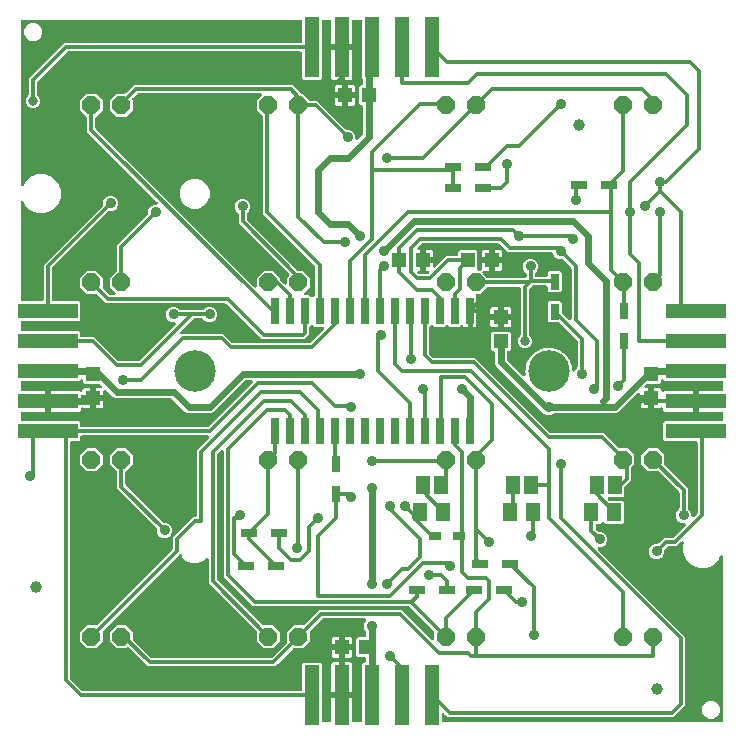
<source format=gbr>
G04 EAGLE Gerber RS-274X export*
G75*
%MOMM*%
%FSLAX34Y34*%
%LPD*%
%INBottom Copper*%
%IPPOS*%
%AMOC8*
5,1,8,0,0,1.08239X$1,22.5*%
G01*
%ADD10P,1.649562X8X22.500000*%
%ADD11R,0.635000X2.286000*%
%ADD12R,1.350000X0.800000*%
%ADD13R,0.800000X1.350000*%
%ADD14C,3.516000*%
%ADD15R,5.080000X1.270000*%
%ADD16R,1.270000X5.080000*%
%ADD17R,1.200000X1.300000*%
%ADD18R,1.168400X1.600200*%
%ADD19R,1.300000X1.500000*%
%ADD20R,1.000000X0.800000*%
%ADD21R,1.300000X1.200000*%
%ADD22C,1.000000*%
%ADD23C,0.304800*%
%ADD24C,0.906400*%
%ADD25C,0.800100*%
%ADD26C,0.609600*%
%ADD27C,0.406400*%

G36*
X-197481Y8649D02*
X-197481Y8649D01*
X-197382Y8652D01*
X-197324Y8669D01*
X-197263Y8677D01*
X-197171Y8713D01*
X-197076Y8741D01*
X-197024Y8771D01*
X-196968Y8794D01*
X-196888Y8852D01*
X-196802Y8902D01*
X-196727Y8968D01*
X-196710Y8980D01*
X-196703Y8990D01*
X-196681Y9008D01*
X-166161Y39529D01*
X-166076Y39638D01*
X-165988Y39745D01*
X-165979Y39764D01*
X-165966Y39780D01*
X-165911Y39908D01*
X-165852Y40033D01*
X-165848Y40053D01*
X-165840Y40072D01*
X-165818Y40210D01*
X-165792Y40346D01*
X-165793Y40366D01*
X-165790Y40386D01*
X-165803Y40525D01*
X-165812Y40663D01*
X-165818Y40682D01*
X-165820Y40702D01*
X-165867Y40834D01*
X-165910Y40965D01*
X-165921Y40983D01*
X-165928Y41002D01*
X-166006Y41117D01*
X-166080Y41234D01*
X-166095Y41248D01*
X-166106Y41265D01*
X-166210Y41357D01*
X-166312Y41452D01*
X-166330Y41462D01*
X-166345Y41475D01*
X-166468Y41538D01*
X-166590Y41606D01*
X-166610Y41611D01*
X-166628Y41620D01*
X-166764Y41650D01*
X-166898Y41685D01*
X-166926Y41687D01*
X-166938Y41690D01*
X-166959Y41689D01*
X-167059Y41695D01*
X-168946Y41695D01*
X-171359Y42695D01*
X-173205Y44541D01*
X-174205Y46954D01*
X-174205Y49566D01*
X-173205Y51979D01*
X-171359Y53825D01*
X-168946Y54825D01*
X-166334Y54825D01*
X-163921Y53825D01*
X-162285Y52188D01*
X-162206Y52128D01*
X-162134Y52060D01*
X-162081Y52031D01*
X-162033Y51994D01*
X-161942Y51954D01*
X-161856Y51906D01*
X-161797Y51891D01*
X-161741Y51867D01*
X-161643Y51852D01*
X-161548Y51827D01*
X-161448Y51821D01*
X-161427Y51817D01*
X-161415Y51819D01*
X-161387Y51817D01*
X-143413Y51817D01*
X-143315Y51829D01*
X-143216Y51832D01*
X-143158Y51849D01*
X-143097Y51857D01*
X-143005Y51893D01*
X-142910Y51921D01*
X-142858Y51951D01*
X-142802Y51974D01*
X-142722Y52032D01*
X-142636Y52082D01*
X-142561Y52148D01*
X-142544Y52160D01*
X-142537Y52170D01*
X-142515Y52188D01*
X-140879Y53825D01*
X-138466Y54825D01*
X-135854Y54825D01*
X-133441Y53825D01*
X-131595Y51979D01*
X-130595Y49566D01*
X-130595Y46954D01*
X-131595Y44541D01*
X-133441Y42695D01*
X-135854Y41695D01*
X-138466Y41695D01*
X-140879Y42695D01*
X-142515Y44332D01*
X-142594Y44392D01*
X-142666Y44460D01*
X-142719Y44489D01*
X-142767Y44526D01*
X-142858Y44566D01*
X-142944Y44614D01*
X-143003Y44629D01*
X-143059Y44653D01*
X-143157Y44668D01*
X-143252Y44693D01*
X-143352Y44699D01*
X-143373Y44703D01*
X-143385Y44701D01*
X-143413Y44703D01*
X-150401Y44703D01*
X-150499Y44691D01*
X-150598Y44688D01*
X-150656Y44671D01*
X-150717Y44663D01*
X-150809Y44627D01*
X-150904Y44599D01*
X-150956Y44569D01*
X-151012Y44546D01*
X-151092Y44488D01*
X-151178Y44438D01*
X-151253Y44372D01*
X-151270Y44360D01*
X-151277Y44350D01*
X-151299Y44332D01*
X-161967Y33663D01*
X-162052Y33554D01*
X-162140Y33447D01*
X-162149Y33428D01*
X-162162Y33412D01*
X-162217Y33284D01*
X-162276Y33159D01*
X-162280Y33139D01*
X-162288Y33120D01*
X-162310Y32982D01*
X-162336Y32846D01*
X-162335Y32826D01*
X-162338Y32806D01*
X-162325Y32667D01*
X-162316Y32529D01*
X-162310Y32510D01*
X-162308Y32490D01*
X-162261Y32358D01*
X-162218Y32227D01*
X-162207Y32209D01*
X-162200Y32190D01*
X-162122Y32075D01*
X-162048Y31958D01*
X-162033Y31944D01*
X-162022Y31927D01*
X-161918Y31835D01*
X-161816Y31740D01*
X-161798Y31730D01*
X-161783Y31717D01*
X-161659Y31653D01*
X-161538Y31586D01*
X-161518Y31581D01*
X-161500Y31572D01*
X-161364Y31542D01*
X-161230Y31507D01*
X-161202Y31505D01*
X-161190Y31502D01*
X-161169Y31503D01*
X-161069Y31497D01*
X-125527Y31497D01*
X-118279Y24248D01*
X-118200Y24188D01*
X-118128Y24120D01*
X-118075Y24091D01*
X-118027Y24054D01*
X-117936Y24014D01*
X-117850Y23966D01*
X-117791Y23951D01*
X-117735Y23927D01*
X-117637Y23912D01*
X-117542Y23887D01*
X-117442Y23881D01*
X-117421Y23877D01*
X-117409Y23879D01*
X-117381Y23877D01*
X-52799Y23877D01*
X-52701Y23889D01*
X-52602Y23892D01*
X-52544Y23909D01*
X-52483Y23917D01*
X-52391Y23953D01*
X-52296Y23981D01*
X-52244Y24011D01*
X-52188Y24034D01*
X-52108Y24092D01*
X-52022Y24142D01*
X-51947Y24208D01*
X-51930Y24220D01*
X-51923Y24230D01*
X-51901Y24248D01*
X-40699Y35451D01*
X-40614Y35560D01*
X-40526Y35667D01*
X-40517Y35686D01*
X-40504Y35702D01*
X-40449Y35830D01*
X-40390Y35955D01*
X-40386Y35975D01*
X-40378Y35994D01*
X-40356Y36132D01*
X-40330Y36268D01*
X-40331Y36288D01*
X-40328Y36308D01*
X-40341Y36447D01*
X-40350Y36585D01*
X-40356Y36604D01*
X-40358Y36624D01*
X-40405Y36756D01*
X-40448Y36887D01*
X-40459Y36905D01*
X-40466Y36924D01*
X-40544Y37039D01*
X-40618Y37156D01*
X-40633Y37170D01*
X-40644Y37187D01*
X-40749Y37279D01*
X-40850Y37374D01*
X-40867Y37384D01*
X-40883Y37397D01*
X-41007Y37461D01*
X-41128Y37528D01*
X-41148Y37533D01*
X-41166Y37542D01*
X-41302Y37572D01*
X-41436Y37607D01*
X-41464Y37609D01*
X-41476Y37612D01*
X-41497Y37611D01*
X-41597Y37617D01*
X-48187Y37617D01*
X-49623Y39053D01*
X-49717Y39126D01*
X-49806Y39205D01*
X-49842Y39223D01*
X-49874Y39248D01*
X-49983Y39295D01*
X-50089Y39349D01*
X-50128Y39358D01*
X-50166Y39374D01*
X-50283Y39393D01*
X-50399Y39419D01*
X-50440Y39418D01*
X-50480Y39424D01*
X-50598Y39413D01*
X-50717Y39409D01*
X-50756Y39398D01*
X-50796Y39394D01*
X-50908Y39354D01*
X-51023Y39321D01*
X-51058Y39300D01*
X-51096Y39287D01*
X-51194Y39220D01*
X-51297Y39159D01*
X-51342Y39119D01*
X-51359Y39108D01*
X-51372Y39093D01*
X-51418Y39053D01*
X-52942Y37529D01*
X-53002Y37450D01*
X-53070Y37378D01*
X-53090Y37342D01*
X-53113Y37314D01*
X-53121Y37297D01*
X-53136Y37277D01*
X-53176Y37187D01*
X-53224Y37100D01*
X-53235Y37055D01*
X-53249Y37026D01*
X-53252Y37012D01*
X-53263Y36986D01*
X-53278Y36888D01*
X-53303Y36792D01*
X-53308Y36718D01*
X-53308Y36714D01*
X-53308Y36710D01*
X-53309Y36692D01*
X-53313Y36672D01*
X-53311Y36659D01*
X-53313Y36631D01*
X-53313Y30557D01*
X-56947Y26923D01*
X-92913Y26923D01*
X-123021Y57032D01*
X-123100Y57092D01*
X-123172Y57160D01*
X-123225Y57189D01*
X-123273Y57226D01*
X-123364Y57266D01*
X-123450Y57314D01*
X-123509Y57329D01*
X-123565Y57353D01*
X-123663Y57368D01*
X-123758Y57393D01*
X-123858Y57399D01*
X-123879Y57403D01*
X-123891Y57401D01*
X-123919Y57403D01*
X-224573Y57403D01*
X-232425Y65256D01*
X-232504Y65316D01*
X-232576Y65384D01*
X-232629Y65413D01*
X-232677Y65450D01*
X-232768Y65490D01*
X-232854Y65538D01*
X-232913Y65553D01*
X-232969Y65577D01*
X-233067Y65592D01*
X-233162Y65617D01*
X-233262Y65623D01*
X-233283Y65627D01*
X-233295Y65625D01*
X-233323Y65627D01*
X-241418Y65627D01*
X-247073Y71282D01*
X-247073Y79278D01*
X-241418Y84933D01*
X-233422Y84933D01*
X-227767Y79278D01*
X-227767Y71183D01*
X-227755Y71085D01*
X-227752Y70986D01*
X-227735Y70928D01*
X-227727Y70867D01*
X-227691Y70775D01*
X-227663Y70680D01*
X-227633Y70628D01*
X-227610Y70572D01*
X-227552Y70492D01*
X-227502Y70406D01*
X-227436Y70331D01*
X-227424Y70314D01*
X-227414Y70307D01*
X-227396Y70285D01*
X-221999Y64888D01*
X-221920Y64828D01*
X-221848Y64760D01*
X-221795Y64731D01*
X-221747Y64694D01*
X-221656Y64654D01*
X-221570Y64606D01*
X-221511Y64591D01*
X-221455Y64567D01*
X-221357Y64552D01*
X-221262Y64527D01*
X-221162Y64521D01*
X-221141Y64517D01*
X-221129Y64519D01*
X-221101Y64517D01*
X-217972Y64517D01*
X-217834Y64534D01*
X-217696Y64547D01*
X-217676Y64554D01*
X-217656Y64557D01*
X-217527Y64608D01*
X-217396Y64655D01*
X-217380Y64666D01*
X-217361Y64674D01*
X-217248Y64755D01*
X-217133Y64833D01*
X-217120Y64849D01*
X-217103Y64860D01*
X-217015Y64968D01*
X-216923Y65072D01*
X-216914Y65090D01*
X-216901Y65105D01*
X-216841Y65231D01*
X-216778Y65355D01*
X-216774Y65375D01*
X-216765Y65393D01*
X-216739Y65529D01*
X-216708Y65665D01*
X-216709Y65686D01*
X-216705Y65705D01*
X-216714Y65844D01*
X-216718Y65983D01*
X-216724Y66003D01*
X-216725Y66023D01*
X-216768Y66155D01*
X-216807Y66289D01*
X-216817Y66306D01*
X-216823Y66325D01*
X-216898Y66443D01*
X-216968Y66563D01*
X-216987Y66584D01*
X-216993Y66594D01*
X-217008Y66608D01*
X-217074Y66683D01*
X-221673Y71282D01*
X-221673Y79278D01*
X-215948Y85003D01*
X-215888Y85081D01*
X-215820Y85153D01*
X-215791Y85206D01*
X-215754Y85254D01*
X-215714Y85345D01*
X-215666Y85431D01*
X-215651Y85490D01*
X-215627Y85546D01*
X-215612Y85644D01*
X-215587Y85739D01*
X-215581Y85839D01*
X-215577Y85860D01*
X-215579Y85872D01*
X-215577Y85900D01*
X-215577Y106953D01*
X-189816Y132713D01*
X-189756Y132792D01*
X-189688Y132864D01*
X-189659Y132917D01*
X-189622Y132965D01*
X-189582Y133056D01*
X-189534Y133142D01*
X-189519Y133201D01*
X-189495Y133257D01*
X-189480Y133355D01*
X-189455Y133450D01*
X-189449Y133550D01*
X-189445Y133571D01*
X-189447Y133583D01*
X-189445Y133611D01*
X-189445Y135926D01*
X-188445Y138339D01*
X-186599Y140185D01*
X-184186Y141185D01*
X-182299Y141185D01*
X-182161Y141202D01*
X-182023Y141215D01*
X-182003Y141222D01*
X-181983Y141225D01*
X-181854Y141276D01*
X-181723Y141323D01*
X-181706Y141334D01*
X-181688Y141342D01*
X-181576Y141423D01*
X-181460Y141501D01*
X-181447Y141517D01*
X-181430Y141528D01*
X-181342Y141636D01*
X-181250Y141740D01*
X-181240Y141758D01*
X-181228Y141773D01*
X-181168Y141899D01*
X-181105Y142023D01*
X-181101Y142043D01*
X-181092Y142061D01*
X-181066Y142197D01*
X-181035Y142333D01*
X-181036Y142354D01*
X-181032Y142373D01*
X-181041Y142512D01*
X-181045Y142651D01*
X-181051Y142671D01*
X-181052Y142691D01*
X-181095Y142823D01*
X-181133Y142957D01*
X-181144Y142974D01*
X-181150Y142993D01*
X-181224Y143111D01*
X-181295Y143231D01*
X-181314Y143252D01*
X-181320Y143262D01*
X-181335Y143276D01*
X-181401Y143351D01*
X-240977Y202927D01*
X-240977Y214660D01*
X-240989Y214758D01*
X-240992Y214857D01*
X-241009Y214915D01*
X-241017Y214976D01*
X-241053Y215068D01*
X-241081Y215163D01*
X-241111Y215215D01*
X-241134Y215271D01*
X-241192Y215351D01*
X-241242Y215437D01*
X-241308Y215512D01*
X-241320Y215529D01*
X-241330Y215536D01*
X-241348Y215557D01*
X-247073Y221282D01*
X-247073Y229278D01*
X-241418Y234933D01*
X-233422Y234933D01*
X-227767Y229278D01*
X-227767Y221282D01*
X-233492Y215557D01*
X-233552Y215479D01*
X-233620Y215407D01*
X-233649Y215354D01*
X-233686Y215306D01*
X-233726Y215215D01*
X-233774Y215129D01*
X-233789Y215070D01*
X-233813Y215014D01*
X-233828Y214916D01*
X-233853Y214821D01*
X-233859Y214721D01*
X-233863Y214700D01*
X-233861Y214688D01*
X-233863Y214660D01*
X-233863Y206399D01*
X-233851Y206301D01*
X-233848Y206202D01*
X-233831Y206144D01*
X-233823Y206083D01*
X-233787Y205991D01*
X-233759Y205896D01*
X-233729Y205844D01*
X-233706Y205788D01*
X-233648Y205708D01*
X-233598Y205622D01*
X-233532Y205547D01*
X-233520Y205530D01*
X-233510Y205523D01*
X-233492Y205501D01*
X-99239Y71249D01*
X-99152Y71181D01*
X-99115Y71146D01*
X-99095Y71136D01*
X-99023Y71076D01*
X-99004Y71067D01*
X-98988Y71054D01*
X-98860Y70999D01*
X-98735Y70940D01*
X-98715Y70936D01*
X-98696Y70928D01*
X-98558Y70906D01*
X-98422Y70880D01*
X-98402Y70881D01*
X-98382Y70878D01*
X-98243Y70891D01*
X-98105Y70900D01*
X-98086Y70906D01*
X-98066Y70908D01*
X-97934Y70955D01*
X-97803Y70998D01*
X-97785Y71009D01*
X-97766Y71016D01*
X-97651Y71094D01*
X-97534Y71168D01*
X-97520Y71183D01*
X-97503Y71194D01*
X-97411Y71298D01*
X-97316Y71400D01*
X-97306Y71418D01*
X-97293Y71433D01*
X-97229Y71557D01*
X-97162Y71678D01*
X-97157Y71698D01*
X-97148Y71716D01*
X-97118Y71852D01*
X-97083Y71986D01*
X-97081Y72014D01*
X-97078Y72026D01*
X-97079Y72047D01*
X-97077Y72085D01*
X-97075Y72092D01*
X-97076Y72099D01*
X-97073Y72147D01*
X-97073Y79278D01*
X-91418Y84933D01*
X-83422Y84933D01*
X-77767Y79278D01*
X-77767Y78243D01*
X-77755Y78144D01*
X-77752Y78045D01*
X-77735Y77987D01*
X-77727Y77927D01*
X-77691Y77835D01*
X-77663Y77740D01*
X-77633Y77688D01*
X-77610Y77632D01*
X-77552Y77551D01*
X-77502Y77466D01*
X-77436Y77391D01*
X-77424Y77374D01*
X-77414Y77367D01*
X-77395Y77345D01*
X-77351Y77301D01*
X-73839Y73789D01*
X-73752Y73722D01*
X-73713Y73685D01*
X-73693Y73674D01*
X-73623Y73616D01*
X-73604Y73607D01*
X-73588Y73594D01*
X-73460Y73539D01*
X-73335Y73480D01*
X-73315Y73476D01*
X-73296Y73468D01*
X-73158Y73446D01*
X-73022Y73420D01*
X-73002Y73421D01*
X-72982Y73418D01*
X-72843Y73431D01*
X-72705Y73440D01*
X-72686Y73446D01*
X-72666Y73448D01*
X-72534Y73495D01*
X-72403Y73538D01*
X-72385Y73549D01*
X-72366Y73556D01*
X-72251Y73634D01*
X-72134Y73708D01*
X-72120Y73723D01*
X-72103Y73734D01*
X-72011Y73839D01*
X-71916Y73940D01*
X-71906Y73957D01*
X-71893Y73973D01*
X-71829Y74097D01*
X-71762Y74218D01*
X-71757Y74238D01*
X-71748Y74256D01*
X-71718Y74392D01*
X-71683Y74526D01*
X-71681Y74554D01*
X-71678Y74566D01*
X-71679Y74587D01*
X-71677Y74622D01*
X-71675Y74631D01*
X-71676Y74639D01*
X-71673Y74687D01*
X-71673Y79278D01*
X-69998Y80953D01*
X-69925Y81047D01*
X-69846Y81136D01*
X-69828Y81172D01*
X-69803Y81204D01*
X-69756Y81314D01*
X-69702Y81420D01*
X-69693Y81459D01*
X-69677Y81496D01*
X-69658Y81614D01*
X-69632Y81730D01*
X-69633Y81770D01*
X-69627Y81810D01*
X-69638Y81929D01*
X-69642Y82048D01*
X-69653Y82087D01*
X-69657Y82127D01*
X-69697Y82239D01*
X-69730Y82353D01*
X-69751Y82388D01*
X-69764Y82426D01*
X-69831Y82525D01*
X-69892Y82627D01*
X-69931Y82672D01*
X-69943Y82689D01*
X-69958Y82703D01*
X-69998Y82748D01*
X-112777Y125527D01*
X-112777Y133447D01*
X-112789Y133545D01*
X-112792Y133644D01*
X-112809Y133702D01*
X-112817Y133763D01*
X-112853Y133855D01*
X-112881Y133950D01*
X-112911Y134002D01*
X-112934Y134058D01*
X-112992Y134138D01*
X-113042Y134224D01*
X-113108Y134299D01*
X-113120Y134316D01*
X-113130Y134323D01*
X-113148Y134345D01*
X-114785Y135981D01*
X-115785Y138394D01*
X-115785Y141006D01*
X-114785Y143419D01*
X-112939Y145265D01*
X-110526Y146265D01*
X-107914Y146265D01*
X-105501Y145265D01*
X-103655Y143419D01*
X-102655Y141006D01*
X-102655Y138394D01*
X-103655Y135981D01*
X-105292Y134345D01*
X-105352Y134266D01*
X-105420Y134194D01*
X-105449Y134141D01*
X-105486Y134093D01*
X-105526Y134002D01*
X-105574Y133916D01*
X-105589Y133857D01*
X-105613Y133801D01*
X-105628Y133703D01*
X-105653Y133608D01*
X-105659Y133508D01*
X-105663Y133487D01*
X-105661Y133475D01*
X-105663Y133447D01*
X-105663Y128999D01*
X-105651Y128901D01*
X-105648Y128802D01*
X-105631Y128744D01*
X-105623Y128683D01*
X-105587Y128591D01*
X-105559Y128496D01*
X-105529Y128444D01*
X-105506Y128388D01*
X-105448Y128308D01*
X-105398Y128222D01*
X-105332Y128147D01*
X-105320Y128130D01*
X-105310Y128123D01*
X-105292Y128101D01*
X-62495Y85304D01*
X-62416Y85244D01*
X-62344Y85176D01*
X-62291Y85147D01*
X-62243Y85110D01*
X-62152Y85070D01*
X-62066Y85022D01*
X-62007Y85007D01*
X-61951Y84983D01*
X-61853Y84968D01*
X-61758Y84943D01*
X-61658Y84937D01*
X-61637Y84933D01*
X-61625Y84935D01*
X-61597Y84933D01*
X-58022Y84933D01*
X-52367Y79278D01*
X-52367Y71282D01*
X-56940Y66709D01*
X-57025Y66600D01*
X-57113Y66493D01*
X-57122Y66474D01*
X-57134Y66458D01*
X-57190Y66330D01*
X-57249Y66205D01*
X-57253Y66185D01*
X-57261Y66166D01*
X-57283Y66028D01*
X-57309Y65892D01*
X-57307Y65872D01*
X-57311Y65852D01*
X-57298Y65713D01*
X-57289Y65575D01*
X-57283Y65556D01*
X-57281Y65536D01*
X-57234Y65404D01*
X-57191Y65273D01*
X-57180Y65255D01*
X-57173Y65236D01*
X-57095Y65121D01*
X-57021Y65004D01*
X-57006Y64990D01*
X-56995Y64973D01*
X-56890Y64881D01*
X-56789Y64786D01*
X-56771Y64776D01*
X-56756Y64763D01*
X-56632Y64699D01*
X-56511Y64632D01*
X-56491Y64627D01*
X-56473Y64618D01*
X-56337Y64588D01*
X-56203Y64553D01*
X-56175Y64551D01*
X-56163Y64548D01*
X-56142Y64549D01*
X-56042Y64543D01*
X-52853Y64543D01*
X-51418Y63107D01*
X-51323Y63034D01*
X-51234Y62955D01*
X-51198Y62937D01*
X-51166Y62912D01*
X-51057Y62865D01*
X-50951Y62811D01*
X-50912Y62802D01*
X-50874Y62786D01*
X-50757Y62767D01*
X-50641Y62741D01*
X-50600Y62742D01*
X-50560Y62736D01*
X-50442Y62747D01*
X-50323Y62751D01*
X-50284Y62762D01*
X-50244Y62766D01*
X-50131Y62806D01*
X-50017Y62839D01*
X-49983Y62860D01*
X-49944Y62873D01*
X-49846Y62940D01*
X-49743Y63001D01*
X-49698Y63041D01*
X-49681Y63052D01*
X-49668Y63067D01*
X-49623Y63107D01*
X-48098Y64631D01*
X-48038Y64710D01*
X-47970Y64782D01*
X-47941Y64835D01*
X-47904Y64883D01*
X-47864Y64973D01*
X-47816Y65060D01*
X-47801Y65119D01*
X-47777Y65174D01*
X-47762Y65272D01*
X-47737Y65368D01*
X-47731Y65468D01*
X-47727Y65488D01*
X-47729Y65501D01*
X-47727Y65529D01*
X-47727Y87891D01*
X-47739Y87989D01*
X-47742Y88088D01*
X-47759Y88146D01*
X-47767Y88207D01*
X-47803Y88299D01*
X-47831Y88394D01*
X-47861Y88446D01*
X-47884Y88502D01*
X-47942Y88582D01*
X-47992Y88668D01*
X-48058Y88743D01*
X-48070Y88760D01*
X-48080Y88767D01*
X-48098Y88789D01*
X-92457Y133147D01*
X-92457Y216140D01*
X-92469Y216238D01*
X-92472Y216337D01*
X-92489Y216395D01*
X-92497Y216456D01*
X-92533Y216548D01*
X-92561Y216643D01*
X-92591Y216695D01*
X-92614Y216751D01*
X-92672Y216831D01*
X-92722Y216917D01*
X-92788Y216992D01*
X-92800Y217009D01*
X-92810Y217016D01*
X-92828Y217037D01*
X-97073Y221282D01*
X-97073Y229278D01*
X-93314Y233037D01*
X-93229Y233146D01*
X-93141Y233253D01*
X-93132Y233272D01*
X-93120Y233288D01*
X-93064Y233416D01*
X-93005Y233541D01*
X-93001Y233561D01*
X-92993Y233580D01*
X-92971Y233718D01*
X-92945Y233854D01*
X-92947Y233874D01*
X-92943Y233894D01*
X-92956Y234033D01*
X-92965Y234171D01*
X-92971Y234190D01*
X-92973Y234210D01*
X-93020Y234342D01*
X-93063Y234473D01*
X-93074Y234491D01*
X-93081Y234510D01*
X-93159Y234625D01*
X-93233Y234742D01*
X-93248Y234756D01*
X-93259Y234773D01*
X-93364Y234865D01*
X-93465Y234960D01*
X-93483Y234970D01*
X-93498Y234983D01*
X-93622Y235047D01*
X-93743Y235114D01*
X-93763Y235119D01*
X-93781Y235128D01*
X-93917Y235158D01*
X-94051Y235193D01*
X-94079Y235195D01*
X-94091Y235198D01*
X-94112Y235197D01*
X-94212Y235203D01*
X-197881Y235203D01*
X-197979Y235191D01*
X-198078Y235188D01*
X-198136Y235171D01*
X-198197Y235163D01*
X-198289Y235127D01*
X-198384Y235099D01*
X-198436Y235069D01*
X-198492Y235046D01*
X-198572Y234988D01*
X-198658Y234938D01*
X-198733Y234872D01*
X-198750Y234860D01*
X-198757Y234850D01*
X-198779Y234832D01*
X-202452Y231158D01*
X-202525Y231064D01*
X-202604Y230975D01*
X-202622Y230939D01*
X-202647Y230907D01*
X-202694Y230797D01*
X-202748Y230691D01*
X-202757Y230652D01*
X-202773Y230615D01*
X-202792Y230497D01*
X-202818Y230381D01*
X-202817Y230341D01*
X-202823Y230301D01*
X-202812Y230182D01*
X-202808Y230063D01*
X-202797Y230025D01*
X-202793Y229984D01*
X-202753Y229872D01*
X-202720Y229758D01*
X-202699Y229723D01*
X-202686Y229685D01*
X-202619Y229586D01*
X-202558Y229484D01*
X-202519Y229439D01*
X-202507Y229422D01*
X-202492Y229408D01*
X-202452Y229363D01*
X-202367Y229278D01*
X-202367Y221282D01*
X-208022Y215627D01*
X-216018Y215627D01*
X-221673Y221282D01*
X-221673Y229278D01*
X-216018Y234933D01*
X-209263Y234933D01*
X-209165Y234945D01*
X-209066Y234948D01*
X-209008Y234965D01*
X-208947Y234973D01*
X-208855Y235009D01*
X-208760Y235037D01*
X-208708Y235067D01*
X-208652Y235090D01*
X-208572Y235148D01*
X-208486Y235198D01*
X-208411Y235264D01*
X-208394Y235276D01*
X-208387Y235286D01*
X-208365Y235304D01*
X-203808Y239861D01*
X-201353Y242317D01*
X-67107Y242317D01*
X-60919Y236128D01*
X-60918Y236128D01*
X-60095Y235305D01*
X-60016Y235244D01*
X-59944Y235176D01*
X-59891Y235147D01*
X-59843Y235110D01*
X-59752Y235070D01*
X-59666Y235022D01*
X-59607Y235007D01*
X-59551Y234983D01*
X-59453Y234968D01*
X-59358Y234943D01*
X-59258Y234937D01*
X-59237Y234933D01*
X-59225Y234935D01*
X-59197Y234933D01*
X-58022Y234933D01*
X-52297Y229208D01*
X-52219Y229148D01*
X-52147Y229080D01*
X-52094Y229051D01*
X-52046Y229014D01*
X-51955Y228974D01*
X-51869Y228926D01*
X-51810Y228911D01*
X-51754Y228887D01*
X-51656Y228872D01*
X-51561Y228847D01*
X-51461Y228841D01*
X-51440Y228837D01*
X-51428Y228839D01*
X-51400Y228837D01*
X-46007Y228837D01*
X-22227Y205056D01*
X-22148Y204996D01*
X-22076Y204928D01*
X-22023Y204899D01*
X-21975Y204862D01*
X-21884Y204822D01*
X-21798Y204774D01*
X-21739Y204759D01*
X-21683Y204735D01*
X-21585Y204720D01*
X-21490Y204695D01*
X-21390Y204689D01*
X-21369Y204685D01*
X-21357Y204687D01*
X-21329Y204685D01*
X-19014Y204685D01*
X-16601Y203685D01*
X-14755Y201839D01*
X-13755Y199426D01*
X-13755Y197154D01*
X-13738Y197017D01*
X-13725Y196878D01*
X-13718Y196859D01*
X-13715Y196839D01*
X-13664Y196710D01*
X-13617Y196579D01*
X-13606Y196562D01*
X-13598Y196543D01*
X-13517Y196431D01*
X-13439Y196315D01*
X-13423Y196302D01*
X-13412Y196286D01*
X-13304Y196197D01*
X-13200Y196105D01*
X-13182Y196096D01*
X-13167Y196083D01*
X-13041Y196024D01*
X-12917Y195960D01*
X-12897Y195956D01*
X-12879Y195947D01*
X-12743Y195921D01*
X-12607Y195891D01*
X-12586Y195891D01*
X-12567Y195888D01*
X-12428Y195896D01*
X-12289Y195900D01*
X-12269Y195906D01*
X-12249Y195907D01*
X-12117Y195950D01*
X-11983Y195989D01*
X-11966Y195999D01*
X-11947Y196005D01*
X-11829Y196080D01*
X-11709Y196150D01*
X-11688Y196169D01*
X-11678Y196175D01*
X-11664Y196190D01*
X-11589Y196257D01*
X-7992Y199853D01*
X-7932Y199931D01*
X-7864Y200003D01*
X-7835Y200056D01*
X-7798Y200104D01*
X-7758Y200195D01*
X-7710Y200282D01*
X-7695Y200340D01*
X-7671Y200396D01*
X-7656Y200494D01*
X-7631Y200590D01*
X-7625Y200690D01*
X-7621Y200710D01*
X-7623Y200722D01*
X-7621Y200750D01*
X-7621Y223878D01*
X-7636Y223996D01*
X-7643Y224115D01*
X-7656Y224153D01*
X-7661Y224194D01*
X-7704Y224304D01*
X-7741Y224417D01*
X-7763Y224452D01*
X-7778Y224489D01*
X-7847Y224585D01*
X-7911Y224686D01*
X-7941Y224714D01*
X-7964Y224747D01*
X-8056Y224823D01*
X-8143Y224904D01*
X-8178Y224924D01*
X-8209Y224949D01*
X-8317Y225000D01*
X-8421Y225058D01*
X-8461Y225068D01*
X-8497Y225085D01*
X-8614Y225107D01*
X-8729Y225137D01*
X-8789Y225141D01*
X-8809Y225145D01*
X-8830Y225143D01*
X-8890Y225147D01*
X-9382Y225147D01*
X-10573Y226338D01*
X-10573Y241022D01*
X-9382Y242213D01*
X-8890Y242213D01*
X-8772Y242228D01*
X-8653Y242235D01*
X-8615Y242248D01*
X-8574Y242253D01*
X-8464Y242296D01*
X-8351Y242333D01*
X-8316Y242355D01*
X-8279Y242370D01*
X-8183Y242439D01*
X-8082Y242503D01*
X-8054Y242533D01*
X-8021Y242556D01*
X-7945Y242648D01*
X-7864Y242735D01*
X-7844Y242770D01*
X-7819Y242801D01*
X-7768Y242909D01*
X-7710Y243013D01*
X-7700Y243053D01*
X-7683Y243089D01*
X-7661Y243206D01*
X-7631Y243321D01*
X-7627Y243381D01*
X-7623Y243401D01*
X-7625Y243422D01*
X-7623Y243440D01*
X-7623Y243441D01*
X-7621Y243482D01*
X-7621Y246790D01*
X-7633Y246888D01*
X-7636Y246987D01*
X-7653Y247046D01*
X-7661Y247106D01*
X-7697Y247198D01*
X-7725Y247293D01*
X-7755Y247345D01*
X-7778Y247401D01*
X-7836Y247481D01*
X-7886Y247567D01*
X-7952Y247642D01*
X-7964Y247659D01*
X-7974Y247667D01*
X-7992Y247688D01*
X-8383Y248078D01*
X-8383Y296470D01*
X-8398Y296588D01*
X-8405Y296707D01*
X-8418Y296745D01*
X-8423Y296786D01*
X-8466Y296896D01*
X-8503Y297009D01*
X-8525Y297044D01*
X-8540Y297081D01*
X-8609Y297177D01*
X-8673Y297278D01*
X-8703Y297306D01*
X-8726Y297339D01*
X-8818Y297415D01*
X-8905Y297496D01*
X-8940Y297516D01*
X-8971Y297541D01*
X-9079Y297592D01*
X-9183Y297650D01*
X-9223Y297660D01*
X-9259Y297677D01*
X-9376Y297699D01*
X-9491Y297729D01*
X-9551Y297733D01*
X-9571Y297737D01*
X-9592Y297735D01*
X-9652Y297739D01*
X-15240Y297739D01*
X-15358Y297724D01*
X-15477Y297717D01*
X-15515Y297704D01*
X-15556Y297699D01*
X-15666Y297656D01*
X-15779Y297619D01*
X-15814Y297597D01*
X-15851Y297582D01*
X-15947Y297513D01*
X-16048Y297449D01*
X-16076Y297419D01*
X-16109Y297396D01*
X-16185Y297304D01*
X-16266Y297217D01*
X-16286Y297182D01*
X-16311Y297151D01*
X-16362Y297043D01*
X-16420Y296939D01*
X-16430Y296899D01*
X-16447Y296863D01*
X-16469Y296746D01*
X-16499Y296631D01*
X-16503Y296571D01*
X-16507Y296551D01*
X-16505Y296530D01*
X-16509Y296470D01*
X-16509Y276859D01*
X-24130Y276859D01*
X-24248Y276844D01*
X-24367Y276837D01*
X-24405Y276824D01*
X-24445Y276819D01*
X-24556Y276775D01*
X-24669Y276739D01*
X-24704Y276717D01*
X-24741Y276702D01*
X-24837Y276632D01*
X-24938Y276569D01*
X-24966Y276539D01*
X-24998Y276515D01*
X-25074Y276424D01*
X-25156Y276337D01*
X-25175Y276302D01*
X-25201Y276270D01*
X-25252Y276163D01*
X-25309Y276059D01*
X-25320Y276019D01*
X-25337Y275983D01*
X-25359Y275866D01*
X-25389Y275751D01*
X-25393Y275690D01*
X-25397Y275670D01*
X-25395Y275650D01*
X-25399Y275590D01*
X-25399Y274319D01*
X-25401Y274319D01*
X-25401Y275590D01*
X-25416Y275708D01*
X-25423Y275827D01*
X-25436Y275865D01*
X-25441Y275905D01*
X-25485Y276016D01*
X-25521Y276129D01*
X-25543Y276164D01*
X-25558Y276201D01*
X-25628Y276297D01*
X-25691Y276398D01*
X-25721Y276426D01*
X-25745Y276458D01*
X-25836Y276534D01*
X-25923Y276616D01*
X-25958Y276635D01*
X-25990Y276661D01*
X-26097Y276712D01*
X-26201Y276769D01*
X-26241Y276780D01*
X-26277Y276797D01*
X-26394Y276819D01*
X-26509Y276849D01*
X-26570Y276853D01*
X-26590Y276857D01*
X-26610Y276855D01*
X-26670Y276859D01*
X-34291Y276859D01*
X-34291Y296470D01*
X-34306Y296588D01*
X-34313Y296707D01*
X-34326Y296745D01*
X-34331Y296786D01*
X-34374Y296896D01*
X-34411Y297009D01*
X-34433Y297044D01*
X-34448Y297081D01*
X-34517Y297177D01*
X-34581Y297278D01*
X-34611Y297306D01*
X-34634Y297339D01*
X-34726Y297415D01*
X-34813Y297496D01*
X-34848Y297516D01*
X-34879Y297541D01*
X-34987Y297592D01*
X-35091Y297650D01*
X-35131Y297660D01*
X-35167Y297677D01*
X-35284Y297699D01*
X-35399Y297729D01*
X-35459Y297733D01*
X-35479Y297737D01*
X-35500Y297735D01*
X-35560Y297739D01*
X-41148Y297739D01*
X-41266Y297724D01*
X-41385Y297717D01*
X-41423Y297704D01*
X-41464Y297699D01*
X-41574Y297656D01*
X-41687Y297619D01*
X-41722Y297597D01*
X-41759Y297582D01*
X-41855Y297513D01*
X-41956Y297449D01*
X-41984Y297419D01*
X-42017Y297396D01*
X-42093Y297304D01*
X-42174Y297217D01*
X-42194Y297182D01*
X-42219Y297151D01*
X-42270Y297043D01*
X-42328Y296939D01*
X-42338Y296899D01*
X-42355Y296863D01*
X-42377Y296746D01*
X-42407Y296631D01*
X-42411Y296571D01*
X-42415Y296551D01*
X-42413Y296530D01*
X-42417Y296470D01*
X-42417Y248078D01*
X-43608Y246887D01*
X-57992Y246887D01*
X-59183Y248078D01*
X-59183Y269494D01*
X-59198Y269612D01*
X-59205Y269731D01*
X-59218Y269769D01*
X-59223Y269810D01*
X-59266Y269920D01*
X-59303Y270033D01*
X-59325Y270068D01*
X-59340Y270105D01*
X-59409Y270201D01*
X-59473Y270302D01*
X-59503Y270330D01*
X-59526Y270363D01*
X-59618Y270439D01*
X-59705Y270520D01*
X-59740Y270540D01*
X-59771Y270565D01*
X-59879Y270616D01*
X-59983Y270674D01*
X-60023Y270684D01*
X-60059Y270701D01*
X-60176Y270723D01*
X-60291Y270753D01*
X-60351Y270757D01*
X-60371Y270761D01*
X-60392Y270759D01*
X-60452Y270763D01*
X-257081Y270763D01*
X-257179Y270751D01*
X-257278Y270748D01*
X-257336Y270731D01*
X-257397Y270723D01*
X-257489Y270687D01*
X-257584Y270659D01*
X-257636Y270629D01*
X-257692Y270606D01*
X-257772Y270548D01*
X-257858Y270498D01*
X-257933Y270432D01*
X-257950Y270420D01*
X-257957Y270410D01*
X-257979Y270392D01*
X-283092Y245279D01*
X-283152Y245200D01*
X-283220Y245128D01*
X-283249Y245075D01*
X-283286Y245027D01*
X-283326Y244936D01*
X-283374Y244850D01*
X-283389Y244791D01*
X-283413Y244735D01*
X-283428Y244637D01*
X-283453Y244542D01*
X-283459Y244442D01*
X-283463Y244421D01*
X-283461Y244409D01*
X-283463Y244381D01*
X-283463Y234101D01*
X-283451Y234003D01*
X-283448Y233904D01*
X-283431Y233846D01*
X-283423Y233786D01*
X-283387Y233694D01*
X-283359Y233599D01*
X-283329Y233546D01*
X-283306Y233490D01*
X-283248Y233410D01*
X-283198Y233325D01*
X-283132Y233249D01*
X-283120Y233233D01*
X-283110Y233225D01*
X-283092Y233204D01*
X-281905Y232018D01*
X-280987Y229800D01*
X-280987Y227400D01*
X-281905Y225182D01*
X-283602Y223485D01*
X-285820Y222567D01*
X-288220Y222567D01*
X-290438Y223485D01*
X-292135Y225182D01*
X-293053Y227400D01*
X-293053Y229800D01*
X-292135Y232018D01*
X-290948Y233204D01*
X-290888Y233282D01*
X-290820Y233354D01*
X-290791Y233407D01*
X-290754Y233455D01*
X-290714Y233546D01*
X-290666Y233633D01*
X-290651Y233691D01*
X-290627Y233747D01*
X-290612Y233845D01*
X-290587Y233941D01*
X-290581Y234041D01*
X-290577Y234061D01*
X-290579Y234073D01*
X-290577Y234101D01*
X-290577Y247853D01*
X-260553Y277877D01*
X-60452Y277877D01*
X-60334Y277892D01*
X-60215Y277899D01*
X-60177Y277912D01*
X-60136Y277917D01*
X-60026Y277960D01*
X-59913Y277997D01*
X-59878Y278019D01*
X-59841Y278034D01*
X-59745Y278103D01*
X-59644Y278167D01*
X-59616Y278197D01*
X-59583Y278220D01*
X-59507Y278312D01*
X-59426Y278399D01*
X-59406Y278434D01*
X-59381Y278465D01*
X-59330Y278573D01*
X-59272Y278677D01*
X-59262Y278717D01*
X-59245Y278753D01*
X-59223Y278870D01*
X-59193Y278985D01*
X-59189Y279045D01*
X-59185Y279065D01*
X-59187Y279086D01*
X-59183Y279146D01*
X-59183Y296470D01*
X-59198Y296588D01*
X-59205Y296707D01*
X-59218Y296745D01*
X-59223Y296786D01*
X-59266Y296896D01*
X-59303Y297009D01*
X-59325Y297044D01*
X-59340Y297081D01*
X-59409Y297177D01*
X-59473Y297278D01*
X-59503Y297306D01*
X-59526Y297339D01*
X-59618Y297415D01*
X-59705Y297496D01*
X-59740Y297516D01*
X-59771Y297541D01*
X-59879Y297592D01*
X-59983Y297650D01*
X-60023Y297660D01*
X-60059Y297677D01*
X-60176Y297699D01*
X-60291Y297729D01*
X-60351Y297733D01*
X-60371Y297737D01*
X-60392Y297735D01*
X-60452Y297739D01*
X-295910Y297739D01*
X-296028Y297724D01*
X-296147Y297717D01*
X-296185Y297704D01*
X-296226Y297699D01*
X-296336Y297656D01*
X-296449Y297619D01*
X-296484Y297597D01*
X-296521Y297582D01*
X-296617Y297513D01*
X-296718Y297449D01*
X-296746Y297419D01*
X-296779Y297396D01*
X-296855Y297304D01*
X-296936Y297217D01*
X-296956Y297182D01*
X-296981Y297151D01*
X-297032Y297043D01*
X-297090Y296939D01*
X-297100Y296899D01*
X-297117Y296863D01*
X-297139Y296746D01*
X-297169Y296631D01*
X-297173Y296571D01*
X-297177Y296551D01*
X-297175Y296530D01*
X-297179Y296470D01*
X-297179Y157734D01*
X-297171Y157664D01*
X-297172Y157594D01*
X-297151Y157507D01*
X-297139Y157418D01*
X-297114Y157353D01*
X-297097Y157285D01*
X-297055Y157206D01*
X-297022Y157122D01*
X-296981Y157066D01*
X-296949Y157004D01*
X-296888Y156938D01*
X-296836Y156865D01*
X-296782Y156820D01*
X-296735Y156769D01*
X-296660Y156719D01*
X-296591Y156662D01*
X-296527Y156632D01*
X-296469Y156594D01*
X-296384Y156565D01*
X-296303Y156527D01*
X-296234Y156514D01*
X-296168Y156491D01*
X-296079Y156484D01*
X-295991Y156467D01*
X-295921Y156471D01*
X-295851Y156466D01*
X-295763Y156481D01*
X-295673Y156487D01*
X-295607Y156508D01*
X-295538Y156520D01*
X-295456Y156557D01*
X-295371Y156585D01*
X-295312Y156622D01*
X-295248Y156651D01*
X-295178Y156707D01*
X-295102Y156755D01*
X-295054Y156806D01*
X-295000Y156849D01*
X-294945Y156921D01*
X-294884Y156986D01*
X-294850Y157047D01*
X-294808Y157103D01*
X-294737Y157248D01*
X-293743Y159650D01*
X-289090Y164303D01*
X-283010Y166821D01*
X-276430Y166821D01*
X-270350Y164303D01*
X-265697Y159650D01*
X-263179Y153570D01*
X-263179Y146990D01*
X-265697Y140910D01*
X-270350Y136257D01*
X-276430Y133739D01*
X-283010Y133739D01*
X-289090Y136257D01*
X-293743Y140910D01*
X-294737Y143312D01*
X-294772Y143373D01*
X-294798Y143438D01*
X-294850Y143510D01*
X-294895Y143588D01*
X-294943Y143639D01*
X-294984Y143695D01*
X-295054Y143752D01*
X-295116Y143817D01*
X-295176Y143853D01*
X-295229Y143898D01*
X-295311Y143936D01*
X-295387Y143983D01*
X-295454Y144004D01*
X-295517Y144033D01*
X-295605Y144050D01*
X-295691Y144077D01*
X-295761Y144080D01*
X-295830Y144093D01*
X-295919Y144088D01*
X-296009Y144092D01*
X-296077Y144078D01*
X-296147Y144073D01*
X-296232Y144046D01*
X-296320Y144028D01*
X-296383Y143997D01*
X-296449Y143975D01*
X-296525Y143927D01*
X-296606Y143888D01*
X-296659Y143843D01*
X-296718Y143805D01*
X-296780Y143740D01*
X-296848Y143682D01*
X-296888Y143624D01*
X-296936Y143574D01*
X-296979Y143495D01*
X-297031Y143421D01*
X-297056Y143356D01*
X-297090Y143295D01*
X-297112Y143208D01*
X-297144Y143124D01*
X-297152Y143055D01*
X-297169Y142987D01*
X-297179Y142826D01*
X-297179Y60452D01*
X-297164Y60334D01*
X-297157Y60215D01*
X-297144Y60177D01*
X-297139Y60136D01*
X-297096Y60026D01*
X-297059Y59913D01*
X-297037Y59878D01*
X-297022Y59841D01*
X-296953Y59745D01*
X-296889Y59644D01*
X-296859Y59616D01*
X-296836Y59583D01*
X-296744Y59507D01*
X-296657Y59426D01*
X-296622Y59406D01*
X-296591Y59381D01*
X-296483Y59330D01*
X-296379Y59272D01*
X-296339Y59262D01*
X-296303Y59245D01*
X-296186Y59223D01*
X-296071Y59193D01*
X-296011Y59189D01*
X-295991Y59185D01*
X-295970Y59187D01*
X-295910Y59183D01*
X-279146Y59183D01*
X-279028Y59198D01*
X-278909Y59205D01*
X-278871Y59218D01*
X-278830Y59223D01*
X-278720Y59266D01*
X-278607Y59303D01*
X-278572Y59325D01*
X-278535Y59340D01*
X-278439Y59409D01*
X-278338Y59473D01*
X-278310Y59503D01*
X-278277Y59526D01*
X-278201Y59618D01*
X-278120Y59705D01*
X-278100Y59740D01*
X-278075Y59771D01*
X-278024Y59879D01*
X-277966Y59983D01*
X-277956Y60023D01*
X-277939Y60059D01*
X-277917Y60176D01*
X-277887Y60291D01*
X-277883Y60351D01*
X-277879Y60371D01*
X-277881Y60392D01*
X-277877Y60452D01*
X-277877Y90373D01*
X-227916Y140333D01*
X-227856Y140412D01*
X-227788Y140484D01*
X-227759Y140537D01*
X-227722Y140585D01*
X-227682Y140676D01*
X-227634Y140762D01*
X-227619Y140821D01*
X-227595Y140877D01*
X-227580Y140975D01*
X-227555Y141070D01*
X-227549Y141170D01*
X-227545Y141191D01*
X-227547Y141203D01*
X-227545Y141231D01*
X-227545Y143546D01*
X-226545Y145959D01*
X-224699Y147805D01*
X-222286Y148805D01*
X-219674Y148805D01*
X-217261Y147805D01*
X-215415Y145959D01*
X-214415Y143546D01*
X-214415Y140934D01*
X-215415Y138521D01*
X-217261Y136675D01*
X-219674Y135675D01*
X-221989Y135675D01*
X-222087Y135663D01*
X-222186Y135660D01*
X-222244Y135643D01*
X-222305Y135635D01*
X-222397Y135599D01*
X-222492Y135571D01*
X-222544Y135541D01*
X-222600Y135518D01*
X-222680Y135460D01*
X-222766Y135410D01*
X-222841Y135344D01*
X-222858Y135332D01*
X-222865Y135322D01*
X-222887Y135304D01*
X-270392Y87799D01*
X-270452Y87720D01*
X-270520Y87648D01*
X-270549Y87595D01*
X-270586Y87547D01*
X-270626Y87456D01*
X-270674Y87370D01*
X-270689Y87311D01*
X-270713Y87255D01*
X-270728Y87157D01*
X-270753Y87062D01*
X-270759Y86962D01*
X-270763Y86941D01*
X-270761Y86929D01*
X-270763Y86901D01*
X-270763Y60452D01*
X-270748Y60334D01*
X-270741Y60215D01*
X-270728Y60177D01*
X-270723Y60136D01*
X-270680Y60026D01*
X-270643Y59913D01*
X-270621Y59878D01*
X-270606Y59841D01*
X-270537Y59745D01*
X-270473Y59644D01*
X-270443Y59616D01*
X-270420Y59583D01*
X-270328Y59507D01*
X-270241Y59426D01*
X-270206Y59406D01*
X-270175Y59381D01*
X-270067Y59330D01*
X-269963Y59272D01*
X-269923Y59262D01*
X-269887Y59245D01*
X-269770Y59223D01*
X-269655Y59193D01*
X-269595Y59189D01*
X-269575Y59185D01*
X-269554Y59187D01*
X-269494Y59183D01*
X-248078Y59183D01*
X-246887Y57992D01*
X-246887Y43608D01*
X-248078Y42417D01*
X-295910Y42417D01*
X-296028Y42402D01*
X-296147Y42395D01*
X-296185Y42382D01*
X-296226Y42377D01*
X-296336Y42334D01*
X-296449Y42297D01*
X-296484Y42275D01*
X-296521Y42260D01*
X-296617Y42191D01*
X-296718Y42127D01*
X-296746Y42097D01*
X-296779Y42074D01*
X-296855Y41982D01*
X-296936Y41895D01*
X-296956Y41860D01*
X-296981Y41829D01*
X-297032Y41721D01*
X-297090Y41617D01*
X-297100Y41577D01*
X-297117Y41541D01*
X-297139Y41424D01*
X-297169Y41309D01*
X-297173Y41249D01*
X-297177Y41229D01*
X-297175Y41208D01*
X-297179Y41148D01*
X-297179Y35052D01*
X-297164Y34934D01*
X-297157Y34815D01*
X-297144Y34777D01*
X-297139Y34736D01*
X-297096Y34626D01*
X-297059Y34513D01*
X-297037Y34478D01*
X-297022Y34441D01*
X-296953Y34345D01*
X-296889Y34244D01*
X-296859Y34216D01*
X-296836Y34183D01*
X-296744Y34107D01*
X-296657Y34026D01*
X-296622Y34006D01*
X-296591Y33981D01*
X-296483Y33930D01*
X-296379Y33872D01*
X-296339Y33862D01*
X-296303Y33845D01*
X-296186Y33823D01*
X-296071Y33793D01*
X-296011Y33789D01*
X-295991Y33785D01*
X-295970Y33787D01*
X-295910Y33783D01*
X-248078Y33783D01*
X-246887Y32592D01*
X-246887Y30226D01*
X-246872Y30108D01*
X-246865Y29989D01*
X-246852Y29951D01*
X-246847Y29910D01*
X-246804Y29800D01*
X-246767Y29687D01*
X-246745Y29652D01*
X-246730Y29615D01*
X-246661Y29519D01*
X-246597Y29418D01*
X-246567Y29390D01*
X-246544Y29357D01*
X-246452Y29281D01*
X-246365Y29200D01*
X-246330Y29180D01*
X-246299Y29155D01*
X-246191Y29104D01*
X-246087Y29046D01*
X-246047Y29036D01*
X-246011Y29019D01*
X-245894Y28997D01*
X-245779Y28967D01*
X-245719Y28963D01*
X-245699Y28959D01*
X-245678Y28961D01*
X-245618Y28957D01*
X-234747Y28957D01*
X-214799Y9008D01*
X-214720Y8948D01*
X-214648Y8880D01*
X-214595Y8851D01*
X-214547Y8814D01*
X-214456Y8774D01*
X-214370Y8726D01*
X-214311Y8711D01*
X-214255Y8687D01*
X-214157Y8672D01*
X-214062Y8647D01*
X-213962Y8641D01*
X-213941Y8637D01*
X-213929Y8639D01*
X-213901Y8637D01*
X-197579Y8637D01*
X-197481Y8649D01*
G37*
G36*
X-35442Y-297164D02*
X-35442Y-297164D01*
X-35323Y-297157D01*
X-35285Y-297144D01*
X-35244Y-297139D01*
X-35134Y-297096D01*
X-35021Y-297059D01*
X-34986Y-297037D01*
X-34949Y-297022D01*
X-34853Y-296953D01*
X-34752Y-296889D01*
X-34724Y-296859D01*
X-34691Y-296836D01*
X-34615Y-296744D01*
X-34534Y-296657D01*
X-34514Y-296622D01*
X-34489Y-296591D01*
X-34438Y-296483D01*
X-34380Y-296379D01*
X-34370Y-296339D01*
X-34353Y-296303D01*
X-34331Y-296186D01*
X-34301Y-296071D01*
X-34297Y-296011D01*
X-34293Y-295991D01*
X-34295Y-295970D01*
X-34291Y-295910D01*
X-34291Y-276859D01*
X-26670Y-276859D01*
X-26552Y-276844D01*
X-26433Y-276837D01*
X-26395Y-276824D01*
X-26355Y-276819D01*
X-26244Y-276775D01*
X-26131Y-276739D01*
X-26096Y-276717D01*
X-26059Y-276702D01*
X-25963Y-276632D01*
X-25862Y-276569D01*
X-25834Y-276539D01*
X-25802Y-276515D01*
X-25726Y-276424D01*
X-25644Y-276337D01*
X-25625Y-276302D01*
X-25599Y-276270D01*
X-25548Y-276163D01*
X-25491Y-276059D01*
X-25480Y-276019D01*
X-25463Y-275983D01*
X-25441Y-275866D01*
X-25411Y-275751D01*
X-25407Y-275690D01*
X-25403Y-275670D01*
X-25405Y-275650D01*
X-25401Y-275590D01*
X-25401Y-274319D01*
X-25399Y-274319D01*
X-25399Y-275590D01*
X-25384Y-275708D01*
X-25377Y-275827D01*
X-25364Y-275865D01*
X-25359Y-275905D01*
X-25315Y-276016D01*
X-25279Y-276129D01*
X-25257Y-276164D01*
X-25242Y-276201D01*
X-25172Y-276297D01*
X-25109Y-276398D01*
X-25079Y-276426D01*
X-25055Y-276458D01*
X-24964Y-276534D01*
X-24877Y-276616D01*
X-24842Y-276635D01*
X-24810Y-276661D01*
X-24703Y-276712D01*
X-24599Y-276769D01*
X-24559Y-276780D01*
X-24523Y-276797D01*
X-24406Y-276819D01*
X-24291Y-276849D01*
X-24230Y-276853D01*
X-24210Y-276857D01*
X-24190Y-276855D01*
X-24130Y-276859D01*
X-16509Y-276859D01*
X-16509Y-295910D01*
X-16494Y-296028D01*
X-16487Y-296147D01*
X-16474Y-296185D01*
X-16469Y-296226D01*
X-16426Y-296336D01*
X-16389Y-296449D01*
X-16367Y-296484D01*
X-16352Y-296521D01*
X-16283Y-296617D01*
X-16219Y-296718D01*
X-16189Y-296746D01*
X-16166Y-296779D01*
X-16074Y-296855D01*
X-15987Y-296936D01*
X-15952Y-296956D01*
X-15921Y-296981D01*
X-15813Y-297032D01*
X-15709Y-297090D01*
X-15669Y-297100D01*
X-15633Y-297117D01*
X-15516Y-297139D01*
X-15401Y-297169D01*
X-15341Y-297173D01*
X-15321Y-297177D01*
X-15300Y-297175D01*
X-15240Y-297179D01*
X-9652Y-297179D01*
X-9534Y-297164D01*
X-9415Y-297157D01*
X-9377Y-297144D01*
X-9336Y-297139D01*
X-9226Y-297096D01*
X-9113Y-297059D01*
X-9078Y-297037D01*
X-9041Y-297022D01*
X-8945Y-296953D01*
X-8844Y-296889D01*
X-8816Y-296859D01*
X-8783Y-296836D01*
X-8707Y-296744D01*
X-8626Y-296657D01*
X-8606Y-296622D01*
X-8581Y-296591D01*
X-8530Y-296483D01*
X-8472Y-296379D01*
X-8462Y-296339D01*
X-8445Y-296303D01*
X-8423Y-296186D01*
X-8393Y-296071D01*
X-8389Y-296011D01*
X-8385Y-295991D01*
X-8387Y-295970D01*
X-8383Y-295910D01*
X-8383Y-248078D01*
X-7192Y-246887D01*
X-6350Y-246887D01*
X-6232Y-246872D01*
X-6113Y-246865D01*
X-6075Y-246852D01*
X-6034Y-246847D01*
X-5924Y-246804D01*
X-5811Y-246767D01*
X-5776Y-246745D01*
X-5739Y-246730D01*
X-5643Y-246661D01*
X-5542Y-246597D01*
X-5514Y-246567D01*
X-5481Y-246544D01*
X-5405Y-246452D01*
X-5324Y-246365D01*
X-5304Y-246330D01*
X-5279Y-246299D01*
X-5228Y-246191D01*
X-5170Y-246087D01*
X-5160Y-246047D01*
X-5143Y-246011D01*
X-5121Y-245894D01*
X-5091Y-245779D01*
X-5087Y-245719D01*
X-5083Y-245699D01*
X-5085Y-245678D01*
X-5081Y-245618D01*
X-5081Y-243482D01*
X-5096Y-243364D01*
X-5103Y-243245D01*
X-5116Y-243207D01*
X-5121Y-243166D01*
X-5164Y-243056D01*
X-5201Y-242943D01*
X-5223Y-242908D01*
X-5238Y-242871D01*
X-5307Y-242775D01*
X-5371Y-242674D01*
X-5401Y-242646D01*
X-5424Y-242613D01*
X-5516Y-242537D01*
X-5603Y-242456D01*
X-5638Y-242436D01*
X-5669Y-242411D01*
X-5777Y-242360D01*
X-5881Y-242302D01*
X-5921Y-242292D01*
X-5957Y-242275D01*
X-6074Y-242253D01*
X-6189Y-242223D01*
X-6249Y-242219D01*
X-6269Y-242215D01*
X-6290Y-242217D01*
X-6350Y-242213D01*
X-11922Y-242213D01*
X-13113Y-241022D01*
X-13113Y-226338D01*
X-11922Y-225147D01*
X-6350Y-225147D01*
X-6232Y-225132D01*
X-6113Y-225125D01*
X-6075Y-225112D01*
X-6034Y-225107D01*
X-5924Y-225064D01*
X-5811Y-225027D01*
X-5776Y-225005D01*
X-5739Y-224990D01*
X-5643Y-224921D01*
X-5542Y-224857D01*
X-5514Y-224827D01*
X-5481Y-224804D01*
X-5405Y-224712D01*
X-5324Y-224625D01*
X-5304Y-224590D01*
X-5279Y-224559D01*
X-5228Y-224451D01*
X-5170Y-224347D01*
X-5160Y-224307D01*
X-5143Y-224271D01*
X-5121Y-224154D01*
X-5091Y-224039D01*
X-5087Y-223979D01*
X-5083Y-223959D01*
X-5085Y-223938D01*
X-5081Y-223878D01*
X-5081Y-220629D01*
X-5093Y-220531D01*
X-5096Y-220432D01*
X-5113Y-220374D01*
X-5121Y-220313D01*
X-5157Y-220221D01*
X-5185Y-220126D01*
X-5215Y-220074D01*
X-5238Y-220018D01*
X-5296Y-219938D01*
X-5346Y-219852D01*
X-5412Y-219777D01*
X-5424Y-219760D01*
X-5434Y-219753D01*
X-5452Y-219731D01*
X-5565Y-219619D01*
X-6565Y-217206D01*
X-6565Y-214594D01*
X-5565Y-212181D01*
X-4847Y-211463D01*
X-4762Y-211354D01*
X-4674Y-211247D01*
X-4665Y-211228D01*
X-4652Y-211212D01*
X-4597Y-211084D01*
X-4538Y-210959D01*
X-4534Y-210939D01*
X-4526Y-210920D01*
X-4504Y-210782D01*
X-4478Y-210646D01*
X-4479Y-210626D01*
X-4476Y-210606D01*
X-4489Y-210467D01*
X-4498Y-210329D01*
X-4504Y-210310D01*
X-4506Y-210290D01*
X-4553Y-210159D01*
X-4596Y-210027D01*
X-4607Y-210009D01*
X-4614Y-209990D01*
X-4692Y-209876D01*
X-4766Y-209758D01*
X-4781Y-209744D01*
X-4792Y-209727D01*
X-4896Y-209635D01*
X-4998Y-209540D01*
X-5016Y-209530D01*
X-5031Y-209517D01*
X-5154Y-209454D01*
X-5276Y-209386D01*
X-5296Y-209381D01*
X-5314Y-209372D01*
X-5450Y-209342D01*
X-5584Y-209307D01*
X-5612Y-209305D01*
X-5624Y-209302D01*
X-5645Y-209303D01*
X-5745Y-209297D01*
X-41041Y-209297D01*
X-41139Y-209309D01*
X-41238Y-209312D01*
X-41296Y-209329D01*
X-41357Y-209337D01*
X-41449Y-209373D01*
X-41544Y-209401D01*
X-41596Y-209431D01*
X-41652Y-209454D01*
X-41732Y-209512D01*
X-41818Y-209562D01*
X-41893Y-209628D01*
X-41910Y-209640D01*
X-41917Y-209650D01*
X-41939Y-209668D01*
X-51996Y-219725D01*
X-52056Y-219804D01*
X-52124Y-219876D01*
X-52153Y-219929D01*
X-52190Y-219977D01*
X-52230Y-220068D01*
X-52278Y-220154D01*
X-52293Y-220213D01*
X-52317Y-220269D01*
X-52332Y-220367D01*
X-52357Y-220462D01*
X-52363Y-220562D01*
X-52367Y-220583D01*
X-52365Y-220595D01*
X-52367Y-220623D01*
X-52367Y-228718D01*
X-58022Y-234373D01*
X-66117Y-234373D01*
X-66215Y-234385D01*
X-66314Y-234388D01*
X-66372Y-234405D01*
X-66433Y-234413D01*
X-66525Y-234449D01*
X-66620Y-234477D01*
X-66672Y-234507D01*
X-66728Y-234530D01*
X-66808Y-234588D01*
X-66894Y-234638D01*
X-66969Y-234704D01*
X-66986Y-234716D01*
X-66993Y-234726D01*
X-67015Y-234744D01*
X-79752Y-247481D01*
X-79752Y-247482D01*
X-82207Y-249937D01*
X-189433Y-249937D01*
X-205612Y-233758D01*
X-205706Y-233685D01*
X-205795Y-233606D01*
X-205831Y-233588D01*
X-205863Y-233563D01*
X-205973Y-233516D01*
X-206079Y-233462D01*
X-206118Y-233453D01*
X-206155Y-233437D01*
X-206273Y-233418D01*
X-206389Y-233392D01*
X-206429Y-233393D01*
X-206469Y-233387D01*
X-206588Y-233398D01*
X-206707Y-233402D01*
X-206746Y-233413D01*
X-206786Y-233417D01*
X-206898Y-233457D01*
X-207012Y-233490D01*
X-207047Y-233511D01*
X-207085Y-233524D01*
X-207184Y-233591D01*
X-207286Y-233652D01*
X-207331Y-233691D01*
X-207348Y-233703D01*
X-207362Y-233718D01*
X-207407Y-233758D01*
X-208022Y-234373D01*
X-216018Y-234373D01*
X-221673Y-228718D01*
X-221673Y-220722D01*
X-216018Y-215067D01*
X-208022Y-215067D01*
X-202367Y-220722D01*
X-202367Y-226417D01*
X-202355Y-226515D01*
X-202352Y-226614D01*
X-202335Y-226672D01*
X-202327Y-226733D01*
X-202291Y-226825D01*
X-202263Y-226920D01*
X-202233Y-226972D01*
X-202210Y-227028D01*
X-202152Y-227108D01*
X-202102Y-227194D01*
X-202036Y-227269D01*
X-202024Y-227286D01*
X-202014Y-227293D01*
X-201996Y-227315D01*
X-186859Y-242452D01*
X-186780Y-242512D01*
X-186708Y-242580D01*
X-186655Y-242609D01*
X-186607Y-242646D01*
X-186516Y-242686D01*
X-186430Y-242734D01*
X-186371Y-242749D01*
X-186315Y-242773D01*
X-186217Y-242788D01*
X-186122Y-242813D01*
X-186022Y-242819D01*
X-186001Y-242823D01*
X-185989Y-242821D01*
X-185961Y-242823D01*
X-85679Y-242823D01*
X-85581Y-242811D01*
X-85482Y-242808D01*
X-85424Y-242791D01*
X-85363Y-242783D01*
X-85271Y-242747D01*
X-85176Y-242719D01*
X-85124Y-242689D01*
X-85068Y-242666D01*
X-84988Y-242608D01*
X-84902Y-242558D01*
X-84827Y-242492D01*
X-84810Y-242480D01*
X-84803Y-242470D01*
X-84781Y-242452D01*
X-72044Y-229715D01*
X-71984Y-229636D01*
X-71916Y-229564D01*
X-71887Y-229511D01*
X-71850Y-229463D01*
X-71810Y-229372D01*
X-71762Y-229286D01*
X-71747Y-229227D01*
X-71723Y-229171D01*
X-71708Y-229073D01*
X-71683Y-228978D01*
X-71677Y-228878D01*
X-71673Y-228857D01*
X-71675Y-228845D01*
X-71673Y-228817D01*
X-71673Y-220722D01*
X-66018Y-215067D01*
X-57923Y-215067D01*
X-57825Y-215055D01*
X-57726Y-215052D01*
X-57668Y-215035D01*
X-57607Y-215027D01*
X-57515Y-214991D01*
X-57420Y-214963D01*
X-57368Y-214933D01*
X-57312Y-214910D01*
X-57232Y-214852D01*
X-57146Y-214802D01*
X-57071Y-214736D01*
X-57054Y-214724D01*
X-57047Y-214714D01*
X-57025Y-214696D01*
X-46968Y-204639D01*
X-44513Y-202183D01*
X25603Y-202183D01*
X50761Y-227341D01*
X50870Y-227426D01*
X50977Y-227514D01*
X50996Y-227523D01*
X51012Y-227536D01*
X51140Y-227591D01*
X51265Y-227650D01*
X51285Y-227654D01*
X51304Y-227662D01*
X51442Y-227684D01*
X51578Y-227710D01*
X51598Y-227709D01*
X51618Y-227712D01*
X51757Y-227699D01*
X51895Y-227690D01*
X51914Y-227684D01*
X51934Y-227682D01*
X52066Y-227635D01*
X52197Y-227592D01*
X52215Y-227581D01*
X52234Y-227574D01*
X52349Y-227496D01*
X52466Y-227422D01*
X52480Y-227407D01*
X52497Y-227396D01*
X52589Y-227292D01*
X52684Y-227190D01*
X52694Y-227172D01*
X52707Y-227157D01*
X52771Y-227033D01*
X52838Y-226912D01*
X52843Y-226892D01*
X52852Y-226874D01*
X52882Y-226738D01*
X52917Y-226604D01*
X52919Y-226576D01*
X52922Y-226564D01*
X52921Y-226543D01*
X52927Y-226443D01*
X52927Y-220623D01*
X52915Y-220525D01*
X52912Y-220426D01*
X52895Y-220368D01*
X52887Y-220307D01*
X52851Y-220215D01*
X52823Y-220120D01*
X52793Y-220068D01*
X52770Y-220012D01*
X52712Y-219932D01*
X52662Y-219846D01*
X52596Y-219771D01*
X52584Y-219754D01*
X52574Y-219747D01*
X52556Y-219725D01*
X32339Y-199508D01*
X32260Y-199448D01*
X32188Y-199380D01*
X32135Y-199351D01*
X32087Y-199314D01*
X31996Y-199274D01*
X31910Y-199226D01*
X31851Y-199211D01*
X31795Y-199187D01*
X31697Y-199172D01*
X31602Y-199147D01*
X31502Y-199141D01*
X31481Y-199137D01*
X31469Y-199139D01*
X31441Y-199137D01*
X-100533Y-199137D01*
X-125477Y-174193D01*
X-125477Y-67531D01*
X-125494Y-67393D01*
X-125507Y-67255D01*
X-125514Y-67235D01*
X-125517Y-67215D01*
X-125568Y-67086D01*
X-125615Y-66955D01*
X-125626Y-66938D01*
X-125634Y-66920D01*
X-125715Y-66807D01*
X-125793Y-66692D01*
X-125809Y-66679D01*
X-125820Y-66662D01*
X-125928Y-66574D01*
X-126032Y-66482D01*
X-126050Y-66472D01*
X-126065Y-66460D01*
X-126191Y-66400D01*
X-126315Y-66337D01*
X-126335Y-66333D01*
X-126353Y-66324D01*
X-126489Y-66298D01*
X-126625Y-66267D01*
X-126646Y-66268D01*
X-126665Y-66264D01*
X-126804Y-66273D01*
X-126943Y-66277D01*
X-126963Y-66283D01*
X-126983Y-66284D01*
X-127115Y-66327D01*
X-127249Y-66365D01*
X-127266Y-66376D01*
X-127285Y-66382D01*
X-127403Y-66457D01*
X-127523Y-66527D01*
X-127544Y-66546D01*
X-127554Y-66552D01*
X-127568Y-66567D01*
X-127643Y-66633D01*
X-130692Y-69681D01*
X-130752Y-69760D01*
X-130820Y-69832D01*
X-130849Y-69885D01*
X-130886Y-69933D01*
X-130926Y-70024D01*
X-130974Y-70110D01*
X-130989Y-70169D01*
X-131013Y-70225D01*
X-131028Y-70323D01*
X-131053Y-70418D01*
X-131059Y-70518D01*
X-131063Y-70539D01*
X-131061Y-70551D01*
X-131063Y-70579D01*
X-131063Y-175521D01*
X-131051Y-175619D01*
X-131048Y-175718D01*
X-131031Y-175776D01*
X-131023Y-175837D01*
X-130987Y-175929D01*
X-130959Y-176024D01*
X-130929Y-176076D01*
X-130906Y-176132D01*
X-130848Y-176212D01*
X-130798Y-176298D01*
X-130732Y-176373D01*
X-130720Y-176390D01*
X-130710Y-176397D01*
X-130692Y-176419D01*
X-92415Y-214696D01*
X-92336Y-214756D01*
X-92264Y-214824D01*
X-92211Y-214853D01*
X-92163Y-214890D01*
X-92072Y-214930D01*
X-91986Y-214978D01*
X-91927Y-214993D01*
X-91871Y-215017D01*
X-91773Y-215032D01*
X-91678Y-215057D01*
X-91578Y-215063D01*
X-91557Y-215067D01*
X-91545Y-215065D01*
X-91517Y-215067D01*
X-83422Y-215067D01*
X-77767Y-220722D01*
X-77767Y-228718D01*
X-83422Y-234373D01*
X-91418Y-234373D01*
X-97073Y-228718D01*
X-97073Y-220623D01*
X-97085Y-220525D01*
X-97088Y-220426D01*
X-97105Y-220368D01*
X-97113Y-220307D01*
X-97149Y-220215D01*
X-97177Y-220120D01*
X-97207Y-220068D01*
X-97230Y-220012D01*
X-97288Y-219932D01*
X-97338Y-219846D01*
X-97404Y-219771D01*
X-97416Y-219754D01*
X-97426Y-219747D01*
X-97444Y-219725D01*
X-138177Y-178993D01*
X-138177Y-158976D01*
X-138194Y-158839D01*
X-138207Y-158700D01*
X-138214Y-158681D01*
X-138217Y-158661D01*
X-138268Y-158532D01*
X-138315Y-158401D01*
X-138326Y-158384D01*
X-138334Y-158365D01*
X-138415Y-158253D01*
X-138493Y-158137D01*
X-138509Y-158124D01*
X-138520Y-158108D01*
X-138628Y-158019D01*
X-138732Y-157927D01*
X-138750Y-157918D01*
X-138765Y-157905D01*
X-138891Y-157846D01*
X-139015Y-157782D01*
X-139035Y-157778D01*
X-139053Y-157769D01*
X-139189Y-157743D01*
X-139325Y-157713D01*
X-139346Y-157713D01*
X-139365Y-157710D01*
X-139504Y-157718D01*
X-139643Y-157722D01*
X-139663Y-157728D01*
X-139683Y-157729D01*
X-139815Y-157772D01*
X-139949Y-157811D01*
X-139966Y-157821D01*
X-139985Y-157827D01*
X-140103Y-157902D01*
X-140223Y-157972D01*
X-140244Y-157991D01*
X-140254Y-157997D01*
X-140268Y-158012D01*
X-140343Y-158079D01*
X-142616Y-160352D01*
X-147225Y-162261D01*
X-152215Y-162261D01*
X-156824Y-160352D01*
X-160352Y-156824D01*
X-160838Y-155650D01*
X-160862Y-155607D01*
X-160879Y-155560D01*
X-160941Y-155469D01*
X-160995Y-155373D01*
X-161030Y-155338D01*
X-161058Y-155297D01*
X-161140Y-155224D01*
X-161217Y-155145D01*
X-161259Y-155119D01*
X-161296Y-155086D01*
X-161394Y-155036D01*
X-161488Y-154979D01*
X-161535Y-154964D01*
X-161579Y-154942D01*
X-161687Y-154917D01*
X-161792Y-154885D01*
X-161841Y-154883D01*
X-161890Y-154872D01*
X-162000Y-154875D01*
X-162109Y-154870D01*
X-162158Y-154880D01*
X-162208Y-154882D01*
X-162313Y-154912D01*
X-162421Y-154934D01*
X-162465Y-154956D01*
X-162513Y-154970D01*
X-162608Y-155026D01*
X-162706Y-155074D01*
X-162744Y-155106D01*
X-162787Y-155131D01*
X-162908Y-155238D01*
X-227396Y-219725D01*
X-227456Y-219804D01*
X-227524Y-219876D01*
X-227553Y-219929D01*
X-227590Y-219977D01*
X-227630Y-220068D01*
X-227678Y-220154D01*
X-227693Y-220213D01*
X-227717Y-220269D01*
X-227732Y-220367D01*
X-227757Y-220462D01*
X-227763Y-220562D01*
X-227767Y-220583D01*
X-227765Y-220595D01*
X-227767Y-220623D01*
X-227767Y-228718D01*
X-233422Y-234373D01*
X-241418Y-234373D01*
X-247073Y-228718D01*
X-247073Y-220722D01*
X-241418Y-215067D01*
X-233323Y-215067D01*
X-233225Y-215055D01*
X-233126Y-215052D01*
X-233068Y-215035D01*
X-233007Y-215027D01*
X-232915Y-214991D01*
X-232820Y-214963D01*
X-232768Y-214933D01*
X-232712Y-214910D01*
X-232632Y-214852D01*
X-232546Y-214802D01*
X-232471Y-214736D01*
X-232454Y-214724D01*
X-232447Y-214714D01*
X-232425Y-214696D01*
X-169028Y-151299D01*
X-168968Y-151220D01*
X-168900Y-151148D01*
X-168871Y-151095D01*
X-168834Y-151047D01*
X-168794Y-150956D01*
X-168746Y-150870D01*
X-168731Y-150811D01*
X-168707Y-150755D01*
X-168692Y-150657D01*
X-168667Y-150562D01*
X-168661Y-150462D01*
X-168657Y-150441D01*
X-168659Y-150429D01*
X-168657Y-150401D01*
X-168657Y-140365D01*
X-168674Y-140227D01*
X-168686Y-140102D01*
X-168652Y-140110D01*
X-168562Y-140107D01*
X-168472Y-140114D01*
X-168404Y-140102D01*
X-168334Y-140100D01*
X-168248Y-140075D01*
X-168159Y-140060D01*
X-168095Y-140031D01*
X-168028Y-140012D01*
X-167951Y-139966D01*
X-167869Y-139929D01*
X-167815Y-139886D01*
X-167754Y-139850D01*
X-167634Y-139744D01*
X-166201Y-138312D01*
X-151333Y-123443D01*
X-149606Y-123443D01*
X-149488Y-123428D01*
X-149369Y-123421D01*
X-149331Y-123408D01*
X-149290Y-123403D01*
X-149180Y-123360D01*
X-149067Y-123323D01*
X-149032Y-123301D01*
X-148995Y-123286D01*
X-148899Y-123217D01*
X-148798Y-123153D01*
X-148770Y-123123D01*
X-148737Y-123100D01*
X-148661Y-123008D01*
X-148580Y-122921D01*
X-148560Y-122886D01*
X-148535Y-122855D01*
X-148484Y-122747D01*
X-148426Y-122643D01*
X-148416Y-122603D01*
X-148399Y-122567D01*
X-148377Y-122450D01*
X-148347Y-122335D01*
X-148343Y-122275D01*
X-148339Y-122255D01*
X-148341Y-122234D01*
X-148337Y-122174D01*
X-148337Y-67107D01*
X-145881Y-64652D01*
X-137753Y-56523D01*
X-137668Y-56414D01*
X-137580Y-56307D01*
X-137571Y-56288D01*
X-137558Y-56272D01*
X-137503Y-56144D01*
X-137444Y-56019D01*
X-137440Y-55999D01*
X-137432Y-55980D01*
X-137410Y-55842D01*
X-137384Y-55706D01*
X-137385Y-55686D01*
X-137382Y-55666D01*
X-137395Y-55527D01*
X-137404Y-55389D01*
X-137410Y-55370D01*
X-137412Y-55350D01*
X-137459Y-55218D01*
X-137502Y-55087D01*
X-137513Y-55069D01*
X-137520Y-55050D01*
X-137598Y-54935D01*
X-137672Y-54818D01*
X-137687Y-54804D01*
X-137698Y-54787D01*
X-137803Y-54695D01*
X-137904Y-54600D01*
X-137921Y-54590D01*
X-137937Y-54577D01*
X-138061Y-54513D01*
X-138182Y-54446D01*
X-138202Y-54441D01*
X-138220Y-54432D01*
X-138356Y-54402D01*
X-138490Y-54367D01*
X-138518Y-54365D01*
X-138530Y-54362D01*
X-138551Y-54363D01*
X-138651Y-54357D01*
X-245618Y-54357D01*
X-245736Y-54372D01*
X-245855Y-54379D01*
X-245893Y-54392D01*
X-245934Y-54397D01*
X-246044Y-54440D01*
X-246157Y-54477D01*
X-246192Y-54499D01*
X-246229Y-54514D01*
X-246325Y-54583D01*
X-246426Y-54647D01*
X-246454Y-54677D01*
X-246487Y-54700D01*
X-246563Y-54792D01*
X-246644Y-54879D01*
X-246664Y-54914D01*
X-246689Y-54945D01*
X-246740Y-55053D01*
X-246798Y-55157D01*
X-246808Y-55197D01*
X-246825Y-55233D01*
X-246847Y-55350D01*
X-246877Y-55465D01*
X-246881Y-55525D01*
X-246885Y-55545D01*
X-246883Y-55566D01*
X-246887Y-55626D01*
X-246887Y-57992D01*
X-248078Y-59183D01*
X-254254Y-59183D01*
X-254372Y-59198D01*
X-254491Y-59205D01*
X-254529Y-59218D01*
X-254570Y-59223D01*
X-254680Y-59266D01*
X-254793Y-59303D01*
X-254828Y-59325D01*
X-254865Y-59340D01*
X-254961Y-59409D01*
X-255062Y-59473D01*
X-255090Y-59503D01*
X-255123Y-59526D01*
X-255199Y-59618D01*
X-255280Y-59705D01*
X-255300Y-59740D01*
X-255325Y-59771D01*
X-255376Y-59879D01*
X-255434Y-59983D01*
X-255444Y-60023D01*
X-255461Y-60059D01*
X-255483Y-60176D01*
X-255513Y-60291D01*
X-255517Y-60351D01*
X-255521Y-60371D01*
X-255519Y-60392D01*
X-255523Y-60452D01*
X-255523Y-259621D01*
X-255511Y-259719D01*
X-255508Y-259818D01*
X-255491Y-259876D01*
X-255483Y-259937D01*
X-255447Y-260029D01*
X-255419Y-260124D01*
X-255389Y-260176D01*
X-255366Y-260232D01*
X-255308Y-260312D01*
X-255258Y-260398D01*
X-255192Y-260473D01*
X-255180Y-260490D01*
X-255170Y-260497D01*
X-255152Y-260519D01*
X-245279Y-270392D01*
X-245200Y-270452D01*
X-245128Y-270520D01*
X-245075Y-270549D01*
X-245027Y-270586D01*
X-244936Y-270626D01*
X-244850Y-270674D01*
X-244791Y-270689D01*
X-244735Y-270713D01*
X-244637Y-270728D01*
X-244542Y-270753D01*
X-244442Y-270759D01*
X-244421Y-270763D01*
X-244409Y-270761D01*
X-244381Y-270763D01*
X-60452Y-270763D01*
X-60334Y-270748D01*
X-60215Y-270741D01*
X-60177Y-270728D01*
X-60136Y-270723D01*
X-60026Y-270680D01*
X-59913Y-270643D01*
X-59878Y-270621D01*
X-59841Y-270606D01*
X-59745Y-270537D01*
X-59644Y-270473D01*
X-59616Y-270443D01*
X-59583Y-270420D01*
X-59507Y-270328D01*
X-59426Y-270241D01*
X-59406Y-270206D01*
X-59381Y-270175D01*
X-59330Y-270067D01*
X-59272Y-269963D01*
X-59262Y-269923D01*
X-59245Y-269887D01*
X-59223Y-269770D01*
X-59193Y-269655D01*
X-59189Y-269595D01*
X-59185Y-269575D01*
X-59187Y-269554D01*
X-59183Y-269494D01*
X-59183Y-248078D01*
X-57992Y-246887D01*
X-43608Y-246887D01*
X-42417Y-248078D01*
X-42417Y-295910D01*
X-42402Y-296028D01*
X-42395Y-296147D01*
X-42382Y-296185D01*
X-42377Y-296226D01*
X-42334Y-296336D01*
X-42297Y-296449D01*
X-42275Y-296484D01*
X-42260Y-296521D01*
X-42191Y-296617D01*
X-42127Y-296718D01*
X-42097Y-296746D01*
X-42074Y-296779D01*
X-41982Y-296855D01*
X-41895Y-296936D01*
X-41860Y-296956D01*
X-41829Y-296981D01*
X-41721Y-297032D01*
X-41617Y-297090D01*
X-41577Y-297100D01*
X-41541Y-297117D01*
X-41424Y-297139D01*
X-41309Y-297169D01*
X-41249Y-297173D01*
X-41229Y-297177D01*
X-41208Y-297175D01*
X-41148Y-297179D01*
X-35560Y-297179D01*
X-35442Y-297164D01*
G37*
G36*
X296588Y-297164D02*
X296588Y-297164D01*
X296707Y-297157D01*
X296745Y-297144D01*
X296786Y-297139D01*
X296896Y-297096D01*
X297009Y-297059D01*
X297044Y-297037D01*
X297081Y-297022D01*
X297177Y-296953D01*
X297278Y-296889D01*
X297306Y-296859D01*
X297339Y-296836D01*
X297415Y-296744D01*
X297496Y-296657D01*
X297516Y-296622D01*
X297541Y-296591D01*
X297592Y-296483D01*
X297650Y-296379D01*
X297660Y-296339D01*
X297677Y-296303D01*
X297699Y-296186D01*
X297729Y-296071D01*
X297733Y-296011D01*
X297737Y-295991D01*
X297735Y-295970D01*
X297739Y-295910D01*
X297739Y-157174D01*
X297731Y-157104D01*
X297732Y-157034D01*
X297711Y-156947D01*
X297699Y-156858D01*
X297674Y-156793D01*
X297657Y-156725D01*
X297615Y-156646D01*
X297582Y-156562D01*
X297541Y-156506D01*
X297509Y-156444D01*
X297448Y-156378D01*
X297396Y-156305D01*
X297342Y-156260D01*
X297295Y-156209D01*
X297220Y-156159D01*
X297151Y-156102D01*
X297087Y-156072D01*
X297029Y-156034D01*
X296944Y-156005D01*
X296863Y-155967D01*
X296794Y-155954D01*
X296728Y-155931D01*
X296639Y-155924D01*
X296551Y-155907D01*
X296481Y-155911D01*
X296411Y-155906D01*
X296323Y-155921D01*
X296233Y-155927D01*
X296167Y-155948D01*
X296098Y-155960D01*
X296016Y-155997D01*
X295931Y-156025D01*
X295872Y-156062D01*
X295808Y-156091D01*
X295738Y-156147D01*
X295662Y-156195D01*
X295614Y-156246D01*
X295560Y-156289D01*
X295505Y-156361D01*
X295444Y-156426D01*
X295410Y-156487D01*
X295368Y-156543D01*
X295297Y-156688D01*
X294303Y-159090D01*
X289650Y-163743D01*
X283570Y-166261D01*
X276990Y-166261D01*
X270910Y-163743D01*
X266257Y-159090D01*
X263739Y-153010D01*
X263739Y-146430D01*
X263998Y-145805D01*
X264016Y-145738D01*
X264044Y-145674D01*
X264058Y-145585D01*
X264082Y-145499D01*
X264083Y-145429D01*
X264094Y-145360D01*
X264086Y-145270D01*
X264087Y-145181D01*
X264071Y-145113D01*
X264064Y-145043D01*
X264034Y-144959D01*
X264013Y-144871D01*
X263980Y-144810D01*
X263957Y-144744D01*
X263906Y-144670D01*
X263864Y-144590D01*
X263817Y-144539D01*
X263778Y-144481D01*
X263711Y-144421D01*
X263650Y-144355D01*
X263592Y-144317D01*
X263540Y-144270D01*
X263459Y-144230D01*
X263384Y-144180D01*
X263319Y-144158D01*
X263256Y-144126D01*
X263169Y-144106D01*
X263084Y-144077D01*
X263014Y-144071D01*
X262946Y-144056D01*
X262856Y-144059D01*
X262767Y-144052D01*
X262698Y-144064D01*
X262628Y-144066D01*
X262542Y-144091D01*
X262453Y-144106D01*
X262390Y-144135D01*
X262323Y-144154D01*
X262245Y-144200D01*
X262163Y-144237D01*
X262109Y-144280D01*
X262049Y-144316D01*
X261928Y-144422D01*
X258013Y-148337D01*
X250919Y-148337D01*
X250821Y-148349D01*
X250722Y-148352D01*
X250663Y-148369D01*
X250603Y-148377D01*
X250511Y-148413D01*
X250416Y-148441D01*
X250364Y-148471D01*
X250308Y-148494D01*
X250228Y-148552D01*
X250142Y-148602D01*
X250067Y-148668D01*
X250050Y-148680D01*
X250043Y-148690D01*
X250021Y-148708D01*
X248236Y-150493D01*
X248176Y-150572D01*
X248108Y-150644D01*
X248079Y-150697D01*
X248042Y-150745D01*
X248002Y-150836D01*
X247954Y-150922D01*
X247939Y-150981D01*
X247915Y-151037D01*
X247900Y-151135D01*
X247875Y-151230D01*
X247869Y-151330D01*
X247865Y-151351D01*
X247867Y-151363D01*
X247865Y-151391D01*
X247865Y-153706D01*
X246865Y-156119D01*
X245019Y-157965D01*
X242606Y-158965D01*
X239994Y-158965D01*
X237581Y-157965D01*
X235735Y-156119D01*
X234735Y-153706D01*
X234735Y-151094D01*
X235735Y-148681D01*
X237581Y-146835D01*
X239994Y-145835D01*
X242309Y-145835D01*
X242407Y-145823D01*
X242506Y-145820D01*
X242564Y-145803D01*
X242625Y-145795D01*
X242717Y-145759D01*
X242812Y-145731D01*
X242864Y-145701D01*
X242920Y-145678D01*
X243000Y-145620D01*
X243086Y-145570D01*
X243161Y-145504D01*
X243178Y-145492D01*
X243185Y-145482D01*
X243207Y-145464D01*
X244992Y-143679D01*
X244992Y-143678D01*
X247447Y-141223D01*
X254541Y-141223D01*
X254639Y-141211D01*
X254738Y-141208D01*
X254796Y-141191D01*
X254857Y-141183D01*
X254949Y-141147D01*
X255044Y-141119D01*
X255096Y-141089D01*
X255152Y-141066D01*
X255232Y-141008D01*
X255318Y-140958D01*
X255393Y-140892D01*
X255410Y-140880D01*
X255417Y-140870D01*
X255439Y-140852D01*
X265639Y-130651D01*
X265724Y-130542D01*
X265812Y-130435D01*
X265821Y-130416D01*
X265834Y-130400D01*
X265889Y-130272D01*
X265948Y-130147D01*
X265952Y-130127D01*
X265960Y-130108D01*
X265982Y-129970D01*
X266008Y-129834D01*
X266007Y-129814D01*
X266010Y-129794D01*
X265997Y-129655D01*
X265988Y-129517D01*
X265982Y-129498D01*
X265980Y-129478D01*
X265933Y-129346D01*
X265890Y-129215D01*
X265879Y-129197D01*
X265872Y-129178D01*
X265794Y-129063D01*
X265720Y-128946D01*
X265705Y-128932D01*
X265694Y-128915D01*
X265589Y-128823D01*
X265488Y-128728D01*
X265471Y-128718D01*
X265455Y-128705D01*
X265331Y-128641D01*
X265210Y-128574D01*
X265190Y-128569D01*
X265172Y-128560D01*
X265036Y-128530D01*
X264902Y-128495D01*
X264874Y-128493D01*
X264862Y-128490D01*
X264841Y-128491D01*
X264741Y-128485D01*
X262854Y-128485D01*
X260441Y-127485D01*
X258595Y-125639D01*
X257595Y-123226D01*
X257595Y-120614D01*
X258595Y-118201D01*
X260232Y-116565D01*
X260292Y-116486D01*
X260360Y-116414D01*
X260383Y-116373D01*
X260396Y-116357D01*
X260401Y-116346D01*
X260426Y-116313D01*
X260466Y-116222D01*
X260514Y-116136D01*
X260529Y-116077D01*
X260553Y-116021D01*
X260568Y-115923D01*
X260593Y-115828D01*
X260599Y-115728D01*
X260603Y-115707D01*
X260601Y-115695D01*
X260603Y-115667D01*
X260603Y-102899D01*
X260591Y-102801D01*
X260588Y-102702D01*
X260571Y-102644D01*
X260563Y-102583D01*
X260527Y-102491D01*
X260499Y-102396D01*
X260469Y-102344D01*
X260446Y-102288D01*
X260388Y-102208D01*
X260338Y-102122D01*
X260272Y-102047D01*
X260260Y-102030D01*
X260250Y-102023D01*
X260232Y-102001D01*
X242975Y-84744D01*
X242896Y-84684D01*
X242824Y-84616D01*
X242771Y-84587D01*
X242723Y-84550D01*
X242632Y-84510D01*
X242546Y-84462D01*
X242487Y-84447D01*
X242431Y-84423D01*
X242333Y-84408D01*
X242238Y-84383D01*
X242138Y-84377D01*
X242117Y-84373D01*
X242105Y-84375D01*
X242077Y-84373D01*
X233982Y-84373D01*
X228327Y-78718D01*
X228327Y-70722D01*
X233982Y-65067D01*
X241978Y-65067D01*
X247633Y-70722D01*
X247633Y-78817D01*
X247645Y-78915D01*
X247648Y-79014D01*
X247665Y-79072D01*
X247673Y-79133D01*
X247709Y-79225D01*
X247737Y-79320D01*
X247767Y-79372D01*
X247790Y-79428D01*
X247848Y-79508D01*
X247898Y-79594D01*
X247964Y-79669D01*
X247976Y-79686D01*
X247986Y-79693D01*
X248004Y-79715D01*
X267717Y-99427D01*
X267717Y-115667D01*
X267729Y-115765D01*
X267732Y-115864D01*
X267749Y-115922D01*
X267757Y-115983D01*
X267793Y-116075D01*
X267821Y-116170D01*
X267845Y-116211D01*
X267847Y-116216D01*
X267853Y-116226D01*
X267874Y-116278D01*
X267932Y-116358D01*
X267982Y-116444D01*
X268013Y-116479D01*
X268017Y-116485D01*
X268025Y-116492D01*
X268048Y-116519D01*
X268060Y-116536D01*
X268070Y-116543D01*
X268088Y-116565D01*
X269725Y-118201D01*
X270725Y-120614D01*
X270725Y-122501D01*
X270742Y-122639D01*
X270755Y-122777D01*
X270762Y-122797D01*
X270765Y-122817D01*
X270816Y-122946D01*
X270863Y-123077D01*
X270874Y-123094D01*
X270882Y-123112D01*
X270963Y-123225D01*
X271041Y-123340D01*
X271057Y-123353D01*
X271068Y-123370D01*
X271176Y-123458D01*
X271280Y-123550D01*
X271298Y-123560D01*
X271313Y-123572D01*
X271439Y-123632D01*
X271563Y-123695D01*
X271583Y-123699D01*
X271601Y-123708D01*
X271737Y-123734D01*
X271873Y-123765D01*
X271894Y-123764D01*
X271913Y-123768D01*
X272052Y-123759D01*
X272191Y-123755D01*
X272211Y-123749D01*
X272231Y-123748D01*
X272363Y-123705D01*
X272497Y-123667D01*
X272514Y-123656D01*
X272533Y-123650D01*
X272651Y-123575D01*
X272771Y-123505D01*
X272792Y-123486D01*
X272802Y-123480D01*
X272816Y-123465D01*
X272891Y-123399D01*
X275472Y-120819D01*
X275532Y-120740D01*
X275600Y-120668D01*
X275629Y-120615D01*
X275666Y-120567D01*
X275706Y-120476D01*
X275754Y-120390D01*
X275769Y-120331D01*
X275793Y-120275D01*
X275808Y-120177D01*
X275833Y-120082D01*
X275839Y-119982D01*
X275843Y-119961D01*
X275841Y-119949D01*
X275843Y-119921D01*
X275843Y-60452D01*
X275828Y-60334D01*
X275821Y-60215D01*
X275808Y-60177D01*
X275803Y-60136D01*
X275760Y-60026D01*
X275723Y-59913D01*
X275701Y-59878D01*
X275686Y-59841D01*
X275617Y-59745D01*
X275553Y-59644D01*
X275523Y-59616D01*
X275500Y-59583D01*
X275408Y-59507D01*
X275321Y-59426D01*
X275286Y-59406D01*
X275255Y-59381D01*
X275147Y-59330D01*
X275043Y-59272D01*
X275003Y-59262D01*
X274967Y-59245D01*
X274850Y-59223D01*
X274735Y-59193D01*
X274675Y-59189D01*
X274655Y-59185D01*
X274634Y-59187D01*
X274574Y-59183D01*
X248078Y-59183D01*
X246887Y-57992D01*
X246887Y-43608D01*
X248078Y-42417D01*
X296470Y-42417D01*
X296588Y-42402D01*
X296707Y-42395D01*
X296745Y-42382D01*
X296786Y-42377D01*
X296896Y-42334D01*
X297009Y-42297D01*
X297044Y-42275D01*
X297081Y-42260D01*
X297177Y-42191D01*
X297278Y-42127D01*
X297306Y-42097D01*
X297339Y-42074D01*
X297415Y-41982D01*
X297496Y-41895D01*
X297516Y-41860D01*
X297541Y-41829D01*
X297592Y-41721D01*
X297650Y-41617D01*
X297660Y-41577D01*
X297677Y-41541D01*
X297699Y-41424D01*
X297729Y-41309D01*
X297733Y-41249D01*
X297737Y-41229D01*
X297735Y-41208D01*
X297739Y-41148D01*
X297739Y-35560D01*
X297724Y-35442D01*
X297717Y-35323D01*
X297704Y-35285D01*
X297699Y-35244D01*
X297656Y-35134D01*
X297619Y-35021D01*
X297597Y-34986D01*
X297582Y-34949D01*
X297513Y-34853D01*
X297449Y-34752D01*
X297419Y-34724D01*
X297396Y-34691D01*
X297304Y-34615D01*
X297217Y-34534D01*
X297182Y-34514D01*
X297151Y-34489D01*
X297043Y-34438D01*
X296939Y-34380D01*
X296899Y-34370D01*
X296863Y-34353D01*
X296746Y-34331D01*
X296631Y-34301D01*
X296571Y-34297D01*
X296551Y-34293D01*
X296530Y-34295D01*
X296470Y-34291D01*
X276859Y-34291D01*
X276859Y-26670D01*
X276844Y-26552D01*
X276837Y-26433D01*
X276824Y-26395D01*
X276819Y-26355D01*
X276775Y-26244D01*
X276739Y-26131D01*
X276717Y-26096D01*
X276702Y-26059D01*
X276632Y-25963D01*
X276569Y-25862D01*
X276539Y-25834D01*
X276515Y-25802D01*
X276424Y-25726D01*
X276337Y-25644D01*
X276302Y-25625D01*
X276270Y-25599D01*
X276163Y-25548D01*
X276059Y-25491D01*
X276019Y-25480D01*
X275983Y-25463D01*
X275866Y-25441D01*
X275751Y-25411D01*
X275690Y-25407D01*
X275670Y-25403D01*
X275650Y-25405D01*
X275590Y-25401D01*
X273050Y-25401D01*
X272932Y-25416D01*
X272813Y-25423D01*
X272775Y-25436D01*
X272735Y-25441D01*
X272624Y-25485D01*
X272511Y-25521D01*
X272476Y-25543D01*
X272439Y-25558D01*
X272343Y-25628D01*
X272242Y-25691D01*
X272214Y-25721D01*
X272181Y-25745D01*
X272106Y-25836D01*
X272024Y-25923D01*
X272004Y-25958D01*
X271979Y-25990D01*
X271928Y-26097D01*
X271870Y-26201D01*
X271860Y-26241D01*
X271843Y-26277D01*
X271821Y-26394D01*
X271791Y-26509D01*
X271787Y-26570D01*
X271783Y-26590D01*
X271785Y-26610D01*
X271781Y-26670D01*
X271781Y-34291D01*
X248586Y-34291D01*
X247939Y-34118D01*
X247360Y-33783D01*
X246887Y-33310D01*
X246552Y-32731D01*
X246379Y-32084D01*
X246379Y-31858D01*
X246362Y-31720D01*
X246349Y-31581D01*
X246342Y-31562D01*
X246339Y-31543D01*
X246288Y-31413D01*
X246241Y-31282D01*
X246230Y-31266D01*
X246222Y-31247D01*
X246141Y-31134D01*
X246062Y-31019D01*
X246047Y-31006D01*
X246036Y-30990D01*
X245928Y-30901D01*
X245824Y-30809D01*
X245806Y-30800D01*
X245791Y-30787D01*
X245665Y-30727D01*
X245541Y-30664D01*
X245521Y-30660D01*
X245503Y-30651D01*
X245366Y-30625D01*
X245230Y-30595D01*
X245210Y-30595D01*
X245191Y-30591D01*
X245052Y-30600D01*
X244912Y-30604D01*
X244893Y-30610D01*
X244873Y-30611D01*
X244741Y-30654D01*
X244607Y-30693D01*
X244590Y-30703D01*
X244571Y-30709D01*
X244453Y-30784D01*
X244333Y-30854D01*
X244312Y-30873D01*
X244302Y-30879D01*
X244299Y-30882D01*
X243701Y-31228D01*
X243054Y-31401D01*
X238759Y-31401D01*
X238759Y-24130D01*
X238744Y-24012D01*
X238737Y-23893D01*
X238724Y-23855D01*
X238719Y-23815D01*
X238675Y-23704D01*
X238639Y-23591D01*
X238617Y-23556D01*
X238602Y-23519D01*
X238532Y-23423D01*
X238469Y-23322D01*
X238439Y-23294D01*
X238415Y-23262D01*
X238324Y-23186D01*
X238237Y-23104D01*
X238202Y-23085D01*
X238170Y-23059D01*
X238063Y-23008D01*
X237959Y-22951D01*
X237919Y-22940D01*
X237883Y-22923D01*
X237766Y-22901D01*
X237651Y-22871D01*
X237590Y-22867D01*
X237570Y-22863D01*
X237550Y-22865D01*
X237490Y-22861D01*
X236219Y-22861D01*
X236219Y-22859D01*
X237490Y-22859D01*
X237608Y-22844D01*
X237727Y-22837D01*
X237765Y-22824D01*
X237805Y-22819D01*
X237916Y-22775D01*
X238029Y-22739D01*
X238064Y-22717D01*
X238101Y-22702D01*
X238197Y-22632D01*
X238298Y-22569D01*
X238326Y-22539D01*
X238358Y-22515D01*
X238434Y-22424D01*
X238516Y-22337D01*
X238535Y-22302D01*
X238561Y-22270D01*
X238612Y-22163D01*
X238669Y-22059D01*
X238680Y-22019D01*
X238697Y-21983D01*
X238719Y-21866D01*
X238749Y-21751D01*
X238753Y-21690D01*
X238757Y-21670D01*
X238755Y-21650D01*
X238759Y-21590D01*
X238759Y-14319D01*
X243054Y-14319D01*
X243701Y-14492D01*
X244280Y-14827D01*
X244753Y-15300D01*
X245088Y-15879D01*
X245239Y-16445D01*
X245289Y-16568D01*
X245334Y-16692D01*
X245349Y-16715D01*
X245359Y-16740D01*
X245438Y-16846D01*
X245513Y-16956D01*
X245533Y-16973D01*
X245549Y-16995D01*
X245652Y-17078D01*
X245751Y-17166D01*
X245775Y-17178D01*
X245796Y-17195D01*
X245916Y-17250D01*
X246034Y-17311D01*
X246061Y-17316D01*
X246085Y-17328D01*
X246215Y-17351D01*
X246345Y-17380D01*
X246372Y-17379D01*
X246398Y-17384D01*
X246530Y-17375D01*
X246663Y-17371D01*
X246688Y-17363D01*
X246715Y-17361D01*
X246841Y-17319D01*
X246968Y-17282D01*
X246991Y-17268D01*
X247017Y-17260D01*
X247128Y-17188D01*
X247242Y-17120D01*
X247271Y-17095D01*
X247284Y-17087D01*
X247298Y-17071D01*
X247359Y-17017D01*
X247939Y-16682D01*
X248586Y-16509D01*
X271781Y-16509D01*
X271781Y-24130D01*
X271796Y-24248D01*
X271803Y-24367D01*
X271816Y-24405D01*
X271821Y-24445D01*
X271864Y-24556D01*
X271901Y-24669D01*
X271923Y-24704D01*
X271938Y-24741D01*
X272008Y-24837D01*
X272071Y-24938D01*
X272101Y-24966D01*
X272125Y-24998D01*
X272216Y-25074D01*
X272303Y-25156D01*
X272338Y-25175D01*
X272369Y-25201D01*
X272477Y-25252D01*
X272581Y-25309D01*
X272621Y-25320D01*
X272657Y-25337D01*
X272774Y-25359D01*
X272889Y-25389D01*
X272950Y-25393D01*
X272970Y-25397D01*
X272990Y-25395D01*
X273050Y-25399D01*
X275590Y-25399D01*
X275708Y-25384D01*
X275827Y-25377D01*
X275865Y-25364D01*
X275905Y-25359D01*
X276016Y-25315D01*
X276129Y-25279D01*
X276164Y-25257D01*
X276201Y-25242D01*
X276297Y-25172D01*
X276398Y-25109D01*
X276426Y-25079D01*
X276458Y-25055D01*
X276534Y-24964D01*
X276616Y-24877D01*
X276635Y-24842D01*
X276661Y-24810D01*
X276712Y-24703D01*
X276769Y-24599D01*
X276780Y-24559D01*
X276797Y-24523D01*
X276819Y-24406D01*
X276849Y-24291D01*
X276853Y-24230D01*
X276857Y-24210D01*
X276855Y-24190D01*
X276859Y-24130D01*
X276859Y-16509D01*
X296470Y-16509D01*
X296588Y-16494D01*
X296707Y-16487D01*
X296745Y-16474D01*
X296786Y-16469D01*
X296896Y-16426D01*
X297009Y-16389D01*
X297044Y-16367D01*
X297081Y-16352D01*
X297177Y-16283D01*
X297278Y-16219D01*
X297306Y-16189D01*
X297339Y-16166D01*
X297415Y-16074D01*
X297496Y-15987D01*
X297516Y-15952D01*
X297541Y-15921D01*
X297592Y-15813D01*
X297650Y-15709D01*
X297660Y-15669D01*
X297677Y-15633D01*
X297699Y-15516D01*
X297729Y-15401D01*
X297733Y-15341D01*
X297737Y-15321D01*
X297735Y-15300D01*
X297739Y-15240D01*
X297739Y-9652D01*
X297724Y-9534D01*
X297717Y-9415D01*
X297704Y-9377D01*
X297699Y-9336D01*
X297656Y-9226D01*
X297619Y-9113D01*
X297597Y-9078D01*
X297582Y-9041D01*
X297513Y-8945D01*
X297449Y-8844D01*
X297419Y-8816D01*
X297396Y-8783D01*
X297304Y-8707D01*
X297217Y-8626D01*
X297182Y-8606D01*
X297151Y-8581D01*
X297043Y-8530D01*
X296939Y-8472D01*
X296899Y-8462D01*
X296863Y-8445D01*
X296746Y-8423D01*
X296631Y-8393D01*
X296571Y-8389D01*
X296551Y-8385D01*
X296530Y-8387D01*
X296470Y-8383D01*
X248078Y-8383D01*
X246919Y-7224D01*
X246810Y-7139D01*
X246703Y-7050D01*
X246684Y-7042D01*
X246668Y-7029D01*
X246541Y-6974D01*
X246415Y-6915D01*
X246395Y-6911D01*
X246376Y-6903D01*
X246238Y-6881D01*
X246102Y-6855D01*
X246082Y-6856D01*
X246062Y-6853D01*
X245923Y-6866D01*
X245785Y-6875D01*
X245766Y-6881D01*
X245746Y-6883D01*
X245614Y-6930D01*
X245483Y-6973D01*
X245465Y-6984D01*
X245446Y-6990D01*
X245331Y-7069D01*
X245214Y-7143D01*
X245200Y-7158D01*
X245183Y-7169D01*
X245091Y-7273D01*
X244996Y-7375D01*
X244986Y-7392D01*
X244973Y-7407D01*
X244909Y-7532D01*
X244842Y-7653D01*
X244837Y-7673D01*
X244828Y-7691D01*
X244798Y-7827D01*
X244763Y-7961D01*
X244761Y-7989D01*
X244758Y-8001D01*
X244759Y-8021D01*
X244753Y-8122D01*
X244753Y-9382D01*
X243562Y-10573D01*
X233358Y-10573D01*
X233260Y-10585D01*
X233161Y-10588D01*
X233103Y-10605D01*
X233043Y-10613D01*
X232951Y-10649D01*
X232856Y-10677D01*
X232803Y-10707D01*
X232747Y-10730D01*
X232667Y-10788D01*
X232582Y-10838D01*
X232506Y-10904D01*
X232490Y-10916D01*
X232482Y-10926D01*
X232461Y-10944D01*
X231253Y-12153D01*
X231168Y-12262D01*
X231079Y-12369D01*
X231070Y-12388D01*
X231058Y-12404D01*
X231003Y-12531D01*
X230943Y-12657D01*
X230940Y-12677D01*
X230931Y-12696D01*
X230910Y-12834D01*
X230884Y-12970D01*
X230885Y-12990D01*
X230882Y-13010D01*
X230895Y-13149D01*
X230903Y-13287D01*
X230909Y-13306D01*
X230911Y-13326D01*
X230959Y-13458D01*
X231001Y-13589D01*
X231012Y-13607D01*
X231019Y-13626D01*
X231097Y-13741D01*
X231171Y-13858D01*
X231186Y-13872D01*
X231198Y-13889D01*
X231302Y-13981D01*
X231403Y-14076D01*
X231421Y-14086D01*
X231436Y-14099D01*
X231560Y-14162D01*
X231682Y-14230D01*
X231701Y-14235D01*
X231719Y-14244D01*
X231855Y-14274D01*
X231990Y-14309D01*
X232018Y-14311D01*
X232030Y-14314D01*
X232050Y-14313D01*
X232150Y-14319D01*
X233681Y-14319D01*
X233681Y-20321D01*
X227179Y-20321D01*
X227179Y-19290D01*
X227162Y-19153D01*
X227149Y-19014D01*
X227142Y-18995D01*
X227139Y-18975D01*
X227088Y-18846D01*
X227041Y-18715D01*
X227030Y-18698D01*
X227022Y-18679D01*
X226941Y-18567D01*
X226863Y-18451D01*
X226847Y-18438D01*
X226836Y-18422D01*
X226728Y-18333D01*
X226624Y-18241D01*
X226606Y-18232D01*
X226591Y-18219D01*
X226465Y-18160D01*
X226341Y-18096D01*
X226321Y-18092D01*
X226303Y-18083D01*
X226167Y-18057D01*
X226031Y-18027D01*
X226010Y-18027D01*
X225991Y-18024D01*
X225852Y-18032D01*
X225713Y-18036D01*
X225693Y-18042D01*
X225673Y-18043D01*
X225541Y-18086D01*
X225407Y-18125D01*
X225390Y-18135D01*
X225371Y-18141D01*
X225253Y-18216D01*
X225133Y-18286D01*
X225112Y-18305D01*
X225102Y-18311D01*
X225088Y-18326D01*
X225013Y-18393D01*
X210226Y-33179D01*
X208618Y-34787D01*
X206751Y-35561D01*
X154589Y-35561D01*
X154491Y-35573D01*
X154392Y-35576D01*
X154334Y-35593D01*
X154273Y-35601D01*
X154181Y-35637D01*
X154086Y-35665D01*
X154034Y-35695D01*
X153978Y-35718D01*
X153898Y-35776D01*
X153812Y-35826D01*
X153737Y-35892D01*
X153720Y-35904D01*
X153713Y-35914D01*
X153691Y-35932D01*
X153579Y-36045D01*
X151166Y-37045D01*
X148554Y-37045D01*
X146141Y-36045D01*
X145374Y-35278D01*
X145367Y-35272D01*
X145361Y-35265D01*
X145241Y-35175D01*
X145123Y-35083D01*
X145114Y-35079D01*
X145107Y-35074D01*
X144962Y-35003D01*
X144442Y-34787D01*
X142834Y-33179D01*
X104913Y4742D01*
X104139Y6609D01*
X104139Y16098D01*
X104124Y16216D01*
X104117Y16335D01*
X104104Y16373D01*
X104099Y16414D01*
X104056Y16524D01*
X104019Y16637D01*
X103997Y16672D01*
X103982Y16709D01*
X103913Y16805D01*
X103849Y16906D01*
X103819Y16934D01*
X103796Y16967D01*
X103704Y17043D01*
X103617Y17124D01*
X103582Y17144D01*
X103551Y17169D01*
X103443Y17220D01*
X103339Y17278D01*
X103299Y17288D01*
X103263Y17305D01*
X103146Y17327D01*
X103031Y17357D01*
X102971Y17361D01*
X102951Y17365D01*
X102930Y17363D01*
X102870Y17367D01*
X101878Y17367D01*
X100687Y18558D01*
X100687Y32242D01*
X101878Y33433D01*
X116562Y33433D01*
X117753Y32242D01*
X117753Y18558D01*
X116562Y17367D01*
X115570Y17367D01*
X115452Y17352D01*
X115333Y17345D01*
X115295Y17332D01*
X115254Y17327D01*
X115144Y17284D01*
X115031Y17247D01*
X114996Y17225D01*
X114959Y17210D01*
X114863Y17141D01*
X114762Y17077D01*
X114734Y17047D01*
X114701Y17024D01*
X114625Y16932D01*
X114544Y16845D01*
X114524Y16810D01*
X114499Y16779D01*
X114448Y16671D01*
X114390Y16567D01*
X114380Y16527D01*
X114363Y16491D01*
X114341Y16374D01*
X114311Y16259D01*
X114307Y16199D01*
X114303Y16179D01*
X114305Y16158D01*
X114301Y16098D01*
X114301Y10250D01*
X114313Y10152D01*
X114316Y10053D01*
X114333Y9995D01*
X114341Y9935D01*
X114377Y9843D01*
X114405Y9748D01*
X114435Y9695D01*
X114458Y9639D01*
X114516Y9559D01*
X114566Y9474D01*
X114632Y9398D01*
X114644Y9382D01*
X114654Y9374D01*
X114672Y9353D01*
X128081Y-4055D01*
X128190Y-4141D01*
X128297Y-4229D01*
X128316Y-4238D01*
X128332Y-4250D01*
X128460Y-4306D01*
X128585Y-4365D01*
X128605Y-4368D01*
X128624Y-4377D01*
X128762Y-4398D01*
X128898Y-4424D01*
X128918Y-4423D01*
X128938Y-4426D01*
X129077Y-4413D01*
X129215Y-4405D01*
X129234Y-4399D01*
X129254Y-4397D01*
X129386Y-4349D01*
X129517Y-4307D01*
X129535Y-4296D01*
X129554Y-4289D01*
X129669Y-4211D01*
X129786Y-4137D01*
X129800Y-4122D01*
X129817Y-4110D01*
X129909Y-4006D01*
X130004Y-3905D01*
X130014Y-3887D01*
X130027Y-3872D01*
X130091Y-3748D01*
X130158Y-3626D01*
X130163Y-3607D01*
X130172Y-3589D01*
X130202Y-3453D01*
X130237Y-3318D01*
X130239Y-3290D01*
X130242Y-3278D01*
X130241Y-3258D01*
X130247Y-3158D01*
X130247Y-2578D01*
X130241Y-2526D01*
X130243Y-2474D01*
X130220Y-2314D01*
X129728Y0D01*
X130220Y2314D01*
X130224Y2367D01*
X130237Y2417D01*
X130247Y2578D01*
X130247Y3901D01*
X130839Y5329D01*
X130848Y5363D01*
X130864Y5395D01*
X130907Y5551D01*
X131468Y8189D01*
X132671Y9844D01*
X132704Y9905D01*
X132746Y9960D01*
X132817Y10104D01*
X133233Y11110D01*
X134469Y12346D01*
X134481Y12361D01*
X134496Y12373D01*
X134599Y12497D01*
X136389Y14961D01*
X137891Y15828D01*
X137959Y15880D01*
X138033Y15924D01*
X138135Y16014D01*
X138144Y16021D01*
X138147Y16024D01*
X138153Y16030D01*
X138750Y16627D01*
X140526Y17362D01*
X140528Y17364D01*
X140531Y17364D01*
X140675Y17436D01*
X143639Y19147D01*
X145058Y19296D01*
X145157Y19320D01*
X145259Y19334D01*
X145347Y19364D01*
X145368Y19369D01*
X145380Y19375D01*
X145411Y19386D01*
X145959Y19613D01*
X148003Y19613D01*
X148020Y19615D01*
X148136Y19620D01*
X151964Y20022D01*
X153033Y19675D01*
X153150Y19653D01*
X153265Y19623D01*
X153325Y19619D01*
X153345Y19615D01*
X153366Y19617D01*
X153425Y19613D01*
X153761Y19613D01*
X155669Y18823D01*
X155690Y18817D01*
X155763Y18788D01*
X159926Y17435D01*
X160538Y16885D01*
X160649Y16807D01*
X160757Y16726D01*
X160787Y16711D01*
X160799Y16703D01*
X160819Y16696D01*
X160901Y16655D01*
X160970Y16627D01*
X162265Y15332D01*
X162279Y15321D01*
X162313Y15286D01*
X166147Y11834D01*
X166360Y11356D01*
X166439Y11226D01*
X166710Y10571D01*
X166715Y10563D01*
X166723Y10541D01*
X169552Y4186D01*
X169552Y1084D01*
X169561Y1015D01*
X169560Y945D01*
X169573Y893D01*
X169575Y858D01*
X169585Y826D01*
X169592Y769D01*
X169618Y704D01*
X169634Y636D01*
X169666Y575D01*
X169673Y555D01*
X169683Y538D01*
X169709Y473D01*
X169750Y416D01*
X169783Y355D01*
X169838Y294D01*
X169843Y286D01*
X169848Y281D01*
X169896Y215D01*
X169950Y171D01*
X169997Y119D01*
X170072Y70D01*
X170141Y13D01*
X170204Y-17D01*
X170263Y-55D01*
X170348Y-85D01*
X170429Y-123D01*
X170497Y-136D01*
X170563Y-159D01*
X170653Y-166D01*
X170741Y-183D01*
X170811Y-178D01*
X170880Y-184D01*
X170969Y-168D01*
X171059Y-163D01*
X171125Y-141D01*
X171194Y-129D01*
X171276Y-93D01*
X171361Y-65D01*
X171420Y-28D01*
X171484Y1D01*
X171554Y57D01*
X171630Y105D01*
X171678Y156D01*
X171685Y162D01*
X171695Y169D01*
X171696Y171D01*
X171732Y200D01*
X171786Y272D01*
X171848Y337D01*
X171876Y388D01*
X171897Y414D01*
X171904Y428D01*
X171923Y454D01*
X171994Y598D01*
X172235Y1179D01*
X173872Y2815D01*
X173932Y2894D01*
X174000Y2966D01*
X174029Y3019D01*
X174066Y3067D01*
X174106Y3158D01*
X174154Y3244D01*
X174169Y3303D01*
X174193Y3359D01*
X174208Y3457D01*
X174233Y3552D01*
X174239Y3652D01*
X174243Y3673D01*
X174241Y3685D01*
X174243Y3713D01*
X174243Y25561D01*
X174231Y25659D01*
X174228Y25758D01*
X174211Y25816D01*
X174203Y25877D01*
X174167Y25969D01*
X174139Y26064D01*
X174109Y26116D01*
X174086Y26172D01*
X174028Y26252D01*
X173978Y26338D01*
X173912Y26413D01*
X173900Y26430D01*
X173890Y26437D01*
X173872Y26459D01*
X159025Y41306D01*
X158946Y41366D01*
X158874Y41434D01*
X158821Y41463D01*
X158773Y41500D01*
X158682Y41540D01*
X158596Y41588D01*
X158537Y41603D01*
X158481Y41627D01*
X158383Y41642D01*
X158288Y41667D01*
X158188Y41673D01*
X158167Y41677D01*
X158155Y41675D01*
X158127Y41677D01*
X150058Y41677D01*
X148867Y42868D01*
X148867Y58052D01*
X150058Y59243D01*
X159742Y59243D01*
X160933Y58052D01*
X160933Y49983D01*
X160945Y49885D01*
X160948Y49786D01*
X160965Y49728D01*
X160973Y49667D01*
X161009Y49575D01*
X161037Y49480D01*
X161067Y49428D01*
X161090Y49372D01*
X161148Y49292D01*
X161198Y49206D01*
X161264Y49131D01*
X161276Y49114D01*
X161286Y49107D01*
X161304Y49085D01*
X166997Y43393D01*
X167106Y43308D01*
X167213Y43220D01*
X167232Y43211D01*
X167248Y43198D01*
X167376Y43143D01*
X167501Y43084D01*
X167521Y43080D01*
X167540Y43072D01*
X167678Y43050D01*
X167814Y43024D01*
X167834Y43025D01*
X167854Y43022D01*
X167993Y43035D01*
X168131Y43044D01*
X168150Y43050D01*
X168170Y43052D01*
X168302Y43099D01*
X168433Y43142D01*
X168451Y43153D01*
X168470Y43160D01*
X168585Y43238D01*
X168702Y43312D01*
X168716Y43327D01*
X168733Y43338D01*
X168825Y43443D01*
X168920Y43544D01*
X168930Y43561D01*
X168943Y43577D01*
X169007Y43701D01*
X169074Y43822D01*
X169079Y43842D01*
X169088Y43860D01*
X169118Y43996D01*
X169153Y44130D01*
X169155Y44158D01*
X169158Y44170D01*
X169157Y44191D01*
X169163Y44291D01*
X169163Y86901D01*
X169151Y86999D01*
X169148Y87098D01*
X169131Y87156D01*
X169123Y87217D01*
X169087Y87309D01*
X169059Y87404D01*
X169029Y87456D01*
X169006Y87512D01*
X168948Y87592D01*
X168898Y87678D01*
X168832Y87753D01*
X168820Y87770D01*
X168810Y87777D01*
X168792Y87799D01*
X161927Y94664D01*
X161848Y94724D01*
X161776Y94792D01*
X161723Y94821D01*
X161675Y94858D01*
X161584Y94898D01*
X161498Y94946D01*
X161439Y94961D01*
X161383Y94985D01*
X161285Y95000D01*
X161190Y95025D01*
X161090Y95031D01*
X161069Y95035D01*
X161057Y95033D01*
X161029Y95035D01*
X158714Y95035D01*
X156301Y96035D01*
X154455Y97881D01*
X153660Y99800D01*
X153645Y99825D01*
X153636Y99853D01*
X153567Y99963D01*
X153503Y100076D01*
X153482Y100097D01*
X153466Y100122D01*
X153372Y100211D01*
X153281Y100304D01*
X153256Y100320D01*
X153235Y100340D01*
X153121Y100403D01*
X153010Y100471D01*
X152982Y100479D01*
X152956Y100494D01*
X152830Y100526D01*
X152706Y100564D01*
X152677Y100566D01*
X152648Y100573D01*
X152487Y100583D01*
X115367Y100583D01*
X108119Y107832D01*
X108040Y107892D01*
X107968Y107960D01*
X107915Y107989D01*
X107867Y108026D01*
X107776Y108066D01*
X107690Y108114D01*
X107631Y108129D01*
X107575Y108153D01*
X107477Y108168D01*
X107382Y108193D01*
X107282Y108199D01*
X107261Y108203D01*
X107249Y108201D01*
X107221Y108203D01*
X42639Y108203D01*
X42541Y108191D01*
X42442Y108188D01*
X42384Y108171D01*
X42323Y108163D01*
X42231Y108127D01*
X42136Y108099D01*
X42084Y108069D01*
X42028Y108046D01*
X41948Y107988D01*
X41862Y107938D01*
X41787Y107872D01*
X41770Y107860D01*
X41763Y107850D01*
X41741Y107832D01*
X39097Y105187D01*
X39012Y105078D01*
X38924Y104971D01*
X38915Y104952D01*
X38902Y104936D01*
X38847Y104808D01*
X38788Y104683D01*
X38784Y104663D01*
X38776Y104644D01*
X38754Y104506D01*
X38728Y104370D01*
X38729Y104350D01*
X38726Y104330D01*
X38739Y104191D01*
X38748Y104053D01*
X38754Y104034D01*
X38756Y104014D01*
X38803Y103882D01*
X38846Y103751D01*
X38857Y103733D01*
X38864Y103714D01*
X38942Y103599D01*
X39016Y103482D01*
X39031Y103468D01*
X39042Y103451D01*
X39147Y103359D01*
X39248Y103264D01*
X39265Y103254D01*
X39281Y103241D01*
X39405Y103177D01*
X39526Y103110D01*
X39546Y103105D01*
X39564Y103096D01*
X39700Y103066D01*
X39834Y103031D01*
X39862Y103029D01*
X39874Y103026D01*
X39895Y103027D01*
X39995Y103021D01*
X40641Y103021D01*
X40641Y95250D01*
X40656Y95132D01*
X40663Y95013D01*
X40676Y94975D01*
X40681Y94935D01*
X40724Y94824D01*
X40761Y94711D01*
X40783Y94676D01*
X40798Y94639D01*
X40868Y94543D01*
X40931Y94442D01*
X40961Y94414D01*
X40985Y94382D01*
X41076Y94306D01*
X41163Y94224D01*
X41198Y94205D01*
X41229Y94179D01*
X41337Y94128D01*
X41441Y94071D01*
X41481Y94060D01*
X41517Y94043D01*
X41634Y94021D01*
X41749Y93991D01*
X41810Y93987D01*
X41830Y93983D01*
X41850Y93985D01*
X41910Y93981D01*
X43181Y93981D01*
X43181Y93979D01*
X41910Y93979D01*
X41792Y93964D01*
X41673Y93957D01*
X41635Y93944D01*
X41595Y93939D01*
X41484Y93895D01*
X41371Y93859D01*
X41336Y93837D01*
X41299Y93822D01*
X41203Y93752D01*
X41102Y93689D01*
X41074Y93659D01*
X41041Y93635D01*
X40966Y93544D01*
X40884Y93457D01*
X40864Y93422D01*
X40839Y93390D01*
X40788Y93283D01*
X40730Y93179D01*
X40720Y93139D01*
X40703Y93103D01*
X40681Y92986D01*
X40651Y92871D01*
X40647Y92810D01*
X40643Y92790D01*
X40645Y92770D01*
X40641Y92710D01*
X40641Y84939D01*
X39995Y84939D01*
X39857Y84922D01*
X39718Y84909D01*
X39699Y84902D01*
X39679Y84899D01*
X39550Y84848D01*
X39419Y84801D01*
X39402Y84790D01*
X39384Y84782D01*
X39271Y84701D01*
X39156Y84623D01*
X39143Y84607D01*
X39126Y84596D01*
X39037Y84488D01*
X38946Y84384D01*
X38936Y84366D01*
X38924Y84351D01*
X38864Y84225D01*
X38801Y84101D01*
X38797Y84081D01*
X38788Y84063D01*
X38762Y83927D01*
X38731Y83790D01*
X38732Y83770D01*
X38728Y83751D01*
X38737Y83612D01*
X38741Y83473D01*
X38747Y83453D01*
X38748Y83433D01*
X38791Y83301D01*
X38830Y83167D01*
X38840Y83150D01*
X38846Y83131D01*
X38920Y83013D01*
X38991Y82893D01*
X39010Y82872D01*
X39016Y82862D01*
X39031Y82848D01*
X39098Y82772D01*
X39202Y82668D01*
X39280Y82608D01*
X39352Y82540D01*
X39405Y82511D01*
X39453Y82473D01*
X39544Y82434D01*
X39630Y82386D01*
X39689Y82371D01*
X39745Y82347D01*
X39843Y82332D01*
X39938Y82307D01*
X40039Y82301D01*
X40059Y82297D01*
X40071Y82299D01*
X40099Y82297D01*
X47531Y82297D01*
X47629Y82309D01*
X47728Y82312D01*
X47786Y82329D01*
X47847Y82337D01*
X47939Y82373D01*
X48034Y82401D01*
X48086Y82431D01*
X48142Y82454D01*
X48222Y82512D01*
X48308Y82562D01*
X48383Y82628D01*
X48400Y82640D01*
X48407Y82650D01*
X48429Y82668D01*
X48533Y82773D01*
X48618Y82882D01*
X48706Y82989D01*
X48715Y83008D01*
X48728Y83024D01*
X48783Y83152D01*
X48842Y83277D01*
X48846Y83297D01*
X48854Y83316D01*
X48876Y83454D01*
X48902Y83590D01*
X48901Y83610D01*
X48904Y83630D01*
X48891Y83769D01*
X48882Y83907D01*
X48876Y83926D01*
X48874Y83946D01*
X48827Y84078D01*
X48784Y84209D01*
X48773Y84227D01*
X48766Y84246D01*
X48688Y84361D01*
X48614Y84478D01*
X48599Y84492D01*
X48588Y84509D01*
X48484Y84601D01*
X48382Y84696D01*
X48364Y84706D01*
X48349Y84719D01*
X48226Y84782D01*
X48104Y84850D01*
X48084Y84855D01*
X48066Y84864D01*
X47930Y84894D01*
X47796Y84929D01*
X47768Y84931D01*
X47756Y84934D01*
X47735Y84933D01*
X47635Y84939D01*
X45719Y84939D01*
X45719Y91441D01*
X51721Y91441D01*
X51721Y89025D01*
X51738Y88887D01*
X51751Y88749D01*
X51758Y88729D01*
X51761Y88709D01*
X51812Y88580D01*
X51859Y88449D01*
X51870Y88432D01*
X51878Y88414D01*
X51959Y88302D01*
X52037Y88186D01*
X52053Y88173D01*
X52064Y88156D01*
X52171Y88068D01*
X52276Y87976D01*
X52294Y87966D01*
X52309Y87954D01*
X52435Y87894D01*
X52559Y87831D01*
X52579Y87827D01*
X52597Y87818D01*
X52733Y87792D01*
X52869Y87761D01*
X52890Y87762D01*
X52909Y87758D01*
X53048Y87767D01*
X53187Y87771D01*
X53207Y87777D01*
X53227Y87778D01*
X53359Y87821D01*
X53493Y87859D01*
X53510Y87870D01*
X53529Y87876D01*
X53647Y87951D01*
X53767Y88021D01*
X53788Y88040D01*
X53798Y88046D01*
X53812Y88061D01*
X53887Y88127D01*
X63297Y97537D01*
X71978Y97537D01*
X72096Y97552D01*
X72215Y97559D01*
X72253Y97572D01*
X72294Y97577D01*
X72404Y97620D01*
X72517Y97657D01*
X72552Y97679D01*
X72589Y97694D01*
X72685Y97763D01*
X72786Y97827D01*
X72814Y97857D01*
X72847Y97880D01*
X72923Y97972D01*
X73004Y98059D01*
X73024Y98094D01*
X73049Y98125D01*
X73100Y98233D01*
X73158Y98337D01*
X73168Y98377D01*
X73185Y98413D01*
X73207Y98530D01*
X73237Y98645D01*
X73241Y98705D01*
X73245Y98725D01*
X73244Y98741D01*
X73245Y98746D01*
X73244Y98756D01*
X73247Y98806D01*
X73247Y101322D01*
X74438Y102513D01*
X88122Y102513D01*
X89313Y101322D01*
X89313Y86202D01*
X89328Y86084D01*
X89335Y85965D01*
X89348Y85927D01*
X89353Y85886D01*
X89396Y85776D01*
X89433Y85663D01*
X89455Y85628D01*
X89470Y85591D01*
X89539Y85495D01*
X89603Y85394D01*
X89633Y85366D01*
X89656Y85333D01*
X89748Y85257D01*
X89835Y85176D01*
X89870Y85156D01*
X89901Y85131D01*
X90009Y85080D01*
X90113Y85022D01*
X90153Y85012D01*
X90189Y84995D01*
X90306Y84973D01*
X90421Y84943D01*
X90481Y84939D01*
X90501Y84935D01*
X90522Y84937D01*
X90582Y84933D01*
X91998Y84933D01*
X92123Y84948D01*
X92248Y84958D01*
X92280Y84968D01*
X92314Y84973D01*
X92430Y85019D01*
X92550Y85059D01*
X92578Y85077D01*
X92609Y85090D01*
X92711Y85163D01*
X92817Y85232D01*
X92839Y85257D01*
X92867Y85276D01*
X92947Y85373D01*
X93032Y85466D01*
X93048Y85496D01*
X93069Y85521D01*
X93123Y85635D01*
X93183Y85746D01*
X93191Y85779D01*
X93205Y85809D01*
X93229Y85932D01*
X93259Y86055D01*
X93258Y86088D01*
X93265Y86121D01*
X93257Y86247D01*
X93256Y86373D01*
X93246Y86421D01*
X93245Y86439D01*
X93238Y86459D01*
X93224Y86531D01*
X93059Y87146D01*
X93059Y91441D01*
X99061Y91441D01*
X99061Y84939D01*
X95194Y84939D01*
X95053Y84962D01*
X95040Y84960D01*
X95027Y84962D01*
X94882Y84945D01*
X94737Y84932D01*
X94724Y84927D01*
X94711Y84926D01*
X94575Y84874D01*
X94437Y84824D01*
X94426Y84817D01*
X94414Y84812D01*
X94296Y84728D01*
X94174Y84646D01*
X94165Y84635D01*
X94155Y84628D01*
X94061Y84517D01*
X93964Y84407D01*
X93958Y84395D01*
X93949Y84385D01*
X93886Y84254D01*
X93819Y84124D01*
X93816Y84111D01*
X93811Y84099D01*
X93782Y83956D01*
X93750Y83814D01*
X93750Y83800D01*
X93747Y83787D01*
X93755Y83642D01*
X93759Y83496D01*
X93763Y83483D01*
X93764Y83470D01*
X93807Y83330D01*
X93848Y83190D01*
X93854Y83179D01*
X93858Y83166D01*
X93935Y83042D01*
X94009Y82916D01*
X94021Y82903D01*
X94026Y82895D01*
X94038Y82884D01*
X94116Y82795D01*
X97703Y79208D01*
X97781Y79148D01*
X97853Y79080D01*
X97906Y79051D01*
X97954Y79014D01*
X98045Y78974D01*
X98131Y78926D01*
X98190Y78911D01*
X98246Y78887D01*
X98344Y78872D01*
X98439Y78847D01*
X98539Y78841D01*
X98560Y78837D01*
X98572Y78839D01*
X98600Y78837D01*
X129794Y78837D01*
X129912Y78852D01*
X130031Y78859D01*
X130069Y78872D01*
X130110Y78877D01*
X130220Y78920D01*
X130333Y78957D01*
X130368Y78979D01*
X130405Y78994D01*
X130501Y79063D01*
X130602Y79127D01*
X130630Y79157D01*
X130663Y79180D01*
X130739Y79272D01*
X130820Y79359D01*
X130840Y79394D01*
X130865Y79425D01*
X130916Y79533D01*
X130974Y79637D01*
X130984Y79677D01*
X131001Y79713D01*
X131023Y79830D01*
X131053Y79945D01*
X131057Y80005D01*
X131061Y80025D01*
X131059Y80046D01*
X131063Y80106D01*
X131063Y82647D01*
X131051Y82745D01*
X131048Y82844D01*
X131031Y82902D01*
X131023Y82963D01*
X130987Y83055D01*
X130959Y83150D01*
X130929Y83202D01*
X130906Y83258D01*
X130848Y83338D01*
X130798Y83424D01*
X130732Y83499D01*
X130720Y83516D01*
X130710Y83523D01*
X130692Y83545D01*
X129055Y85181D01*
X128055Y87594D01*
X128055Y90206D01*
X129055Y92619D01*
X130901Y94465D01*
X133314Y95465D01*
X135926Y95465D01*
X138339Y94465D01*
X140185Y92619D01*
X141185Y90206D01*
X141185Y87594D01*
X140185Y85181D01*
X138548Y83545D01*
X138488Y83466D01*
X138420Y83394D01*
X138391Y83341D01*
X138354Y83293D01*
X138314Y83202D01*
X138266Y83116D01*
X138251Y83057D01*
X138227Y83001D01*
X138212Y82903D01*
X138187Y82808D01*
X138181Y82708D01*
X138177Y82687D01*
X138179Y82675D01*
X138177Y82647D01*
X138177Y81026D01*
X138192Y80908D01*
X138199Y80789D01*
X138212Y80751D01*
X138217Y80710D01*
X138260Y80600D01*
X138297Y80487D01*
X138319Y80452D01*
X138334Y80415D01*
X138403Y80319D01*
X138467Y80218D01*
X138497Y80190D01*
X138520Y80157D01*
X138612Y80081D01*
X138699Y80000D01*
X138734Y79980D01*
X138765Y79955D01*
X138873Y79904D01*
X138977Y79846D01*
X139017Y79836D01*
X139053Y79819D01*
X139170Y79797D01*
X139285Y79767D01*
X139345Y79763D01*
X139365Y79759D01*
X139386Y79761D01*
X139446Y79757D01*
X147598Y79757D01*
X147716Y79772D01*
X147835Y79779D01*
X147873Y79792D01*
X147914Y79797D01*
X148024Y79840D01*
X148137Y79877D01*
X148172Y79899D01*
X148209Y79914D01*
X148305Y79983D01*
X148406Y80047D01*
X148434Y80077D01*
X148467Y80100D01*
X148543Y80192D01*
X148624Y80279D01*
X148644Y80314D01*
X148669Y80345D01*
X148720Y80453D01*
X148778Y80557D01*
X148788Y80597D01*
X148805Y80633D01*
X148827Y80750D01*
X148857Y80865D01*
X148861Y80925D01*
X148865Y80945D01*
X148863Y80966D01*
X148864Y80972D01*
X148865Y80977D01*
X148864Y80981D01*
X148867Y81026D01*
X148867Y83452D01*
X150058Y84643D01*
X159742Y84643D01*
X160933Y83452D01*
X160933Y68268D01*
X159742Y67077D01*
X150058Y67077D01*
X148867Y68268D01*
X148867Y71374D01*
X148852Y71492D01*
X148845Y71611D01*
X148832Y71649D01*
X148827Y71690D01*
X148784Y71800D01*
X148747Y71913D01*
X148725Y71948D01*
X148710Y71985D01*
X148641Y72081D01*
X148577Y72182D01*
X148547Y72210D01*
X148524Y72243D01*
X148432Y72319D01*
X148345Y72400D01*
X148310Y72420D01*
X148279Y72445D01*
X148171Y72496D01*
X148067Y72554D01*
X148027Y72564D01*
X147991Y72581D01*
X147874Y72603D01*
X147759Y72633D01*
X147699Y72637D01*
X147679Y72641D01*
X147658Y72639D01*
X147598Y72643D01*
X136619Y72643D01*
X136521Y72631D01*
X136422Y72628D01*
X136364Y72611D01*
X136303Y72603D01*
X136211Y72567D01*
X136116Y72539D01*
X136064Y72509D01*
X136008Y72486D01*
X135928Y72428D01*
X135842Y72378D01*
X135767Y72312D01*
X135750Y72300D01*
X135743Y72290D01*
X135721Y72272D01*
X133468Y70019D01*
X133408Y69940D01*
X133340Y69868D01*
X133311Y69815D01*
X133274Y69767D01*
X133234Y69676D01*
X133186Y69590D01*
X133171Y69531D01*
X133147Y69475D01*
X133132Y69377D01*
X133107Y69282D01*
X133101Y69182D01*
X133097Y69161D01*
X133099Y69149D01*
X133097Y69121D01*
X133097Y30901D01*
X133109Y30803D01*
X133112Y30704D01*
X133129Y30646D01*
X133137Y30586D01*
X133173Y30494D01*
X133201Y30399D01*
X133231Y30346D01*
X133254Y30290D01*
X133312Y30210D01*
X133362Y30125D01*
X133428Y30049D01*
X133440Y30033D01*
X133450Y30025D01*
X133468Y30004D01*
X134655Y28818D01*
X135573Y26600D01*
X135573Y24200D01*
X134655Y21982D01*
X132958Y20285D01*
X130740Y19367D01*
X128340Y19367D01*
X126122Y20285D01*
X124425Y21982D01*
X123507Y24200D01*
X123507Y26600D01*
X124425Y28818D01*
X125612Y30004D01*
X125672Y30082D01*
X125740Y30154D01*
X125769Y30207D01*
X125806Y30255D01*
X125846Y30346D01*
X125894Y30433D01*
X125909Y30491D01*
X125933Y30547D01*
X125948Y30645D01*
X125973Y30741D01*
X125979Y30841D01*
X125983Y30861D01*
X125981Y30873D01*
X125983Y30901D01*
X125983Y70454D01*
X125968Y70572D01*
X125961Y70691D01*
X125948Y70729D01*
X125943Y70770D01*
X125900Y70880D01*
X125863Y70993D01*
X125841Y71028D01*
X125826Y71065D01*
X125757Y71161D01*
X125693Y71262D01*
X125663Y71290D01*
X125640Y71323D01*
X125548Y71399D01*
X125461Y71480D01*
X125426Y71500D01*
X125395Y71525D01*
X125287Y71576D01*
X125183Y71634D01*
X125143Y71644D01*
X125107Y71661D01*
X124990Y71683D01*
X124875Y71713D01*
X124815Y71717D01*
X124795Y71721D01*
X124774Y71719D01*
X124714Y71723D01*
X98600Y71723D01*
X98502Y71711D01*
X98403Y71708D01*
X98345Y71691D01*
X98284Y71683D01*
X98192Y71647D01*
X98097Y71619D01*
X98045Y71589D01*
X97989Y71566D01*
X97909Y71508D01*
X97823Y71458D01*
X97748Y71392D01*
X97731Y71380D01*
X97724Y71370D01*
X97703Y71352D01*
X91978Y65627D01*
X89337Y65627D01*
X89206Y65611D01*
X89074Y65600D01*
X89049Y65591D01*
X89022Y65587D01*
X88899Y65539D01*
X88774Y65495D01*
X88751Y65480D01*
X88726Y65470D01*
X88619Y65393D01*
X88509Y65319D01*
X88491Y65299D01*
X88469Y65284D01*
X88384Y65182D01*
X88296Y65083D01*
X88283Y65059D01*
X88266Y65039D01*
X88210Y64919D01*
X88148Y64802D01*
X88142Y64775D01*
X88131Y64751D01*
X88106Y64621D01*
X88075Y64492D01*
X88076Y64465D01*
X88071Y64439D01*
X88079Y64307D01*
X88082Y64174D01*
X88089Y64148D01*
X88090Y64121D01*
X88131Y63995D01*
X88167Y63868D01*
X88184Y63833D01*
X88189Y63819D01*
X88200Y63800D01*
X88238Y63723D01*
X88373Y63491D01*
X88546Y62844D01*
X88546Y52667D01*
X83148Y52667D01*
X83029Y52652D01*
X82911Y52644D01*
X82872Y52632D01*
X82832Y52627D01*
X82721Y52583D01*
X82608Y52546D01*
X82574Y52525D01*
X82536Y52510D01*
X82440Y52440D01*
X82340Y52376D01*
X82312Y52347D01*
X82279Y52323D01*
X82203Y52231D01*
X82122Y52145D01*
X82102Y52109D01*
X82076Y52078D01*
X82026Y51970D01*
X81997Y51919D01*
X81973Y51911D01*
X81939Y51890D01*
X81901Y51875D01*
X81805Y51805D01*
X81704Y51741D01*
X81677Y51712D01*
X81644Y51688D01*
X81568Y51596D01*
X81486Y51509D01*
X81467Y51474D01*
X81441Y51443D01*
X81390Y51335D01*
X81333Y51231D01*
X81323Y51192D01*
X81306Y51155D01*
X81283Y51038D01*
X81253Y50923D01*
X81250Y50863D01*
X81246Y50843D01*
X81247Y50822D01*
X81243Y50762D01*
X81243Y37109D01*
X79321Y37109D01*
X78674Y37282D01*
X78095Y37617D01*
X77622Y38090D01*
X77350Y38561D01*
X77278Y38656D01*
X77243Y38711D01*
X77235Y38719D01*
X77203Y38765D01*
X77178Y38787D01*
X77158Y38814D01*
X77059Y38892D01*
X76965Y38975D01*
X76935Y38991D01*
X76909Y39012D01*
X76794Y39063D01*
X76682Y39120D01*
X76649Y39127D01*
X76618Y39141D01*
X76494Y39162D01*
X76372Y39190D01*
X76338Y39189D01*
X76305Y39194D01*
X76179Y39184D01*
X76054Y39180D01*
X76021Y39171D01*
X75988Y39168D01*
X75869Y39127D01*
X75748Y39092D01*
X75719Y39075D01*
X75687Y39063D01*
X75582Y38994D01*
X75474Y38930D01*
X75438Y38898D01*
X75422Y38888D01*
X75408Y38872D01*
X75353Y38824D01*
X74147Y37617D01*
X66113Y37617D01*
X64677Y39053D01*
X64583Y39126D01*
X64494Y39205D01*
X64458Y39223D01*
X64426Y39248D01*
X64317Y39295D01*
X64211Y39349D01*
X64172Y39358D01*
X64134Y39374D01*
X64017Y39393D01*
X63901Y39419D01*
X63860Y39418D01*
X63820Y39424D01*
X63702Y39413D01*
X63583Y39409D01*
X63544Y39398D01*
X63504Y39394D01*
X63392Y39354D01*
X63277Y39321D01*
X63242Y39300D01*
X63204Y39287D01*
X63106Y39220D01*
X63003Y39159D01*
X62958Y39119D01*
X62941Y39108D01*
X62928Y39093D01*
X62882Y39053D01*
X61447Y37617D01*
X53413Y37617D01*
X51977Y39053D01*
X51883Y39126D01*
X51794Y39205D01*
X51758Y39223D01*
X51726Y39248D01*
X51617Y39295D01*
X51511Y39349D01*
X51472Y39358D01*
X51434Y39374D01*
X51317Y39393D01*
X51201Y39419D01*
X51160Y39418D01*
X51120Y39424D01*
X51002Y39413D01*
X50883Y39409D01*
X50844Y39398D01*
X50804Y39394D01*
X50691Y39354D01*
X50577Y39321D01*
X50542Y39300D01*
X50504Y39287D01*
X50406Y39220D01*
X50303Y39159D01*
X50258Y39119D01*
X50241Y39108D01*
X50228Y39093D01*
X50182Y39053D01*
X48658Y37529D01*
X48598Y37451D01*
X48530Y37378D01*
X48510Y37342D01*
X48487Y37314D01*
X48479Y37297D01*
X48464Y37278D01*
X48424Y37187D01*
X48376Y37100D01*
X48365Y37055D01*
X48351Y37026D01*
X48349Y37012D01*
X48337Y36986D01*
X48322Y36888D01*
X48297Y36792D01*
X48292Y36718D01*
X48292Y36714D01*
X48292Y36710D01*
X48291Y36692D01*
X48287Y36672D01*
X48289Y36659D01*
X48287Y36631D01*
X48287Y15689D01*
X48299Y15591D01*
X48302Y15492D01*
X48319Y15434D01*
X48327Y15373D01*
X48363Y15281D01*
X48391Y15186D01*
X48421Y15134D01*
X48444Y15078D01*
X48502Y14998D01*
X48552Y14912D01*
X48618Y14837D01*
X48630Y14820D01*
X48640Y14813D01*
X48658Y14791D01*
X51901Y11548D01*
X51980Y11488D01*
X52052Y11420D01*
X52105Y11391D01*
X52153Y11354D01*
X52244Y11314D01*
X52330Y11266D01*
X52389Y11251D01*
X52445Y11227D01*
X52543Y11212D01*
X52638Y11187D01*
X52738Y11181D01*
X52759Y11177D01*
X52771Y11179D01*
X52799Y11177D01*
X87833Y11177D01*
X90288Y8721D01*
X150961Y-51952D01*
X151040Y-52012D01*
X151112Y-52080D01*
X151165Y-52109D01*
X151213Y-52146D01*
X151304Y-52186D01*
X151390Y-52234D01*
X151449Y-52249D01*
X151505Y-52273D01*
X151603Y-52288D01*
X151698Y-52313D01*
X151798Y-52319D01*
X151819Y-52323D01*
X151831Y-52321D01*
X151859Y-52323D01*
X196773Y-52323D01*
X199228Y-54779D01*
X209145Y-64696D01*
X209224Y-64756D01*
X209296Y-64824D01*
X209349Y-64853D01*
X209397Y-64890D01*
X209488Y-64930D01*
X209574Y-64978D01*
X209633Y-64993D01*
X209689Y-65017D01*
X209787Y-65032D01*
X209882Y-65057D01*
X209982Y-65063D01*
X210003Y-65067D01*
X210015Y-65065D01*
X210043Y-65067D01*
X216578Y-65067D01*
X222233Y-70722D01*
X222233Y-78718D01*
X219828Y-81123D01*
X219768Y-81201D01*
X219700Y-81273D01*
X219671Y-81326D01*
X219634Y-81374D01*
X219594Y-81465D01*
X219546Y-81551D01*
X219531Y-81610D01*
X219507Y-81666D01*
X219492Y-81764D01*
X219467Y-81859D01*
X219461Y-81959D01*
X219457Y-81980D01*
X219459Y-81992D01*
X219457Y-82020D01*
X219457Y-92913D01*
X213986Y-98383D01*
X213926Y-98462D01*
X213858Y-98534D01*
X213829Y-98587D01*
X213792Y-98635D01*
X213752Y-98726D01*
X213704Y-98812D01*
X213689Y-98871D01*
X213665Y-98927D01*
X213650Y-99025D01*
X213625Y-99120D01*
X213619Y-99220D01*
X213615Y-99241D01*
X213617Y-99253D01*
X213615Y-99281D01*
X213615Y-105363D01*
X212424Y-106554D01*
X201008Y-106554D01*
X200870Y-106571D01*
X200732Y-106584D01*
X200713Y-106591D01*
X200692Y-106594D01*
X200563Y-106645D01*
X200432Y-106692D01*
X200416Y-106703D01*
X200397Y-106711D01*
X200284Y-106792D01*
X200169Y-106870D01*
X200156Y-106886D01*
X200139Y-106897D01*
X200051Y-107005D01*
X199959Y-107109D01*
X199949Y-107127D01*
X199937Y-107142D01*
X199877Y-107268D01*
X199814Y-107392D01*
X199810Y-107412D01*
X199801Y-107430D01*
X199775Y-107567D01*
X199744Y-107702D01*
X199745Y-107723D01*
X199741Y-107742D01*
X199750Y-107881D01*
X199754Y-108020D01*
X199760Y-108040D01*
X199761Y-108060D01*
X199804Y-108192D01*
X199842Y-108326D01*
X199853Y-108343D01*
X199859Y-108362D01*
X199933Y-108480D01*
X200004Y-108600D01*
X200023Y-108621D01*
X200029Y-108631D01*
X200044Y-108645D01*
X200110Y-108720D01*
X200866Y-109476D01*
X200944Y-109536D01*
X201016Y-109604D01*
X201069Y-109633D01*
X201117Y-109670D01*
X201208Y-109710D01*
X201294Y-109758D01*
X201353Y-109773D01*
X201409Y-109797D01*
X201507Y-109812D01*
X201602Y-109837D01*
X201702Y-109843D01*
X201723Y-109847D01*
X201735Y-109845D01*
X201763Y-109847D01*
X212422Y-109847D01*
X213613Y-111038D01*
X213613Y-127722D01*
X212422Y-128913D01*
X197738Y-128913D01*
X196477Y-127652D01*
X196383Y-127579D01*
X196294Y-127500D01*
X196258Y-127482D01*
X196226Y-127457D01*
X196117Y-127410D01*
X196011Y-127356D01*
X195972Y-127347D01*
X195934Y-127331D01*
X195817Y-127312D01*
X195701Y-127286D01*
X195660Y-127287D01*
X195620Y-127281D01*
X195502Y-127292D01*
X195383Y-127296D01*
X195344Y-127307D01*
X195304Y-127311D01*
X195192Y-127351D01*
X195077Y-127384D01*
X195042Y-127405D01*
X195004Y-127418D01*
X194906Y-127485D01*
X194803Y-127546D01*
X194758Y-127586D01*
X194741Y-127597D01*
X194728Y-127612D01*
X194682Y-127652D01*
X193422Y-128913D01*
X190906Y-128913D01*
X190788Y-128928D01*
X190669Y-128935D01*
X190631Y-128948D01*
X190590Y-128953D01*
X190480Y-128996D01*
X190367Y-129033D01*
X190332Y-129055D01*
X190295Y-129070D01*
X190199Y-129139D01*
X190098Y-129203D01*
X190070Y-129233D01*
X190037Y-129256D01*
X189961Y-129348D01*
X189880Y-129435D01*
X189860Y-129470D01*
X189835Y-129501D01*
X189784Y-129609D01*
X189726Y-129713D01*
X189716Y-129753D01*
X189699Y-129789D01*
X189677Y-129906D01*
X189647Y-130021D01*
X189643Y-130081D01*
X189639Y-130101D01*
X189641Y-130122D01*
X189637Y-130182D01*
X189637Y-133281D01*
X189649Y-133379D01*
X189652Y-133478D01*
X189669Y-133536D01*
X189677Y-133597D01*
X189713Y-133689D01*
X189741Y-133784D01*
X189771Y-133836D01*
X189794Y-133892D01*
X189852Y-133972D01*
X189902Y-134058D01*
X189968Y-134133D01*
X189980Y-134150D01*
X189990Y-134157D01*
X190008Y-134179D01*
X191133Y-135304D01*
X191212Y-135364D01*
X191284Y-135432D01*
X191337Y-135461D01*
X191385Y-135498D01*
X191476Y-135538D01*
X191562Y-135586D01*
X191621Y-135601D01*
X191677Y-135625D01*
X191775Y-135640D01*
X191870Y-135665D01*
X191970Y-135671D01*
X191991Y-135675D01*
X192003Y-135673D01*
X192031Y-135675D01*
X194346Y-135675D01*
X196759Y-136675D01*
X198605Y-138521D01*
X199605Y-140934D01*
X199605Y-143546D01*
X198605Y-145959D01*
X196759Y-147805D01*
X194346Y-148805D01*
X192459Y-148805D01*
X192321Y-148822D01*
X192183Y-148835D01*
X192163Y-148842D01*
X192143Y-148845D01*
X192014Y-148896D01*
X191883Y-148943D01*
X191866Y-148954D01*
X191848Y-148962D01*
X191735Y-149043D01*
X191620Y-149121D01*
X191607Y-149137D01*
X191590Y-149148D01*
X191502Y-149256D01*
X191410Y-149360D01*
X191400Y-149378D01*
X191388Y-149393D01*
X191328Y-149519D01*
X191265Y-149643D01*
X191261Y-149663D01*
X191252Y-149681D01*
X191226Y-149817D01*
X191195Y-149953D01*
X191196Y-149974D01*
X191192Y-149993D01*
X191201Y-150132D01*
X191205Y-150271D01*
X191211Y-150291D01*
X191212Y-150311D01*
X191255Y-150443D01*
X191293Y-150577D01*
X191304Y-150594D01*
X191310Y-150613D01*
X191384Y-150731D01*
X191455Y-150851D01*
X191474Y-150872D01*
X191480Y-150882D01*
X191495Y-150896D01*
X191561Y-150971D01*
X265177Y-224587D01*
X265177Y-283413D01*
X255473Y-293117D01*
X64567Y-293117D01*
X62112Y-290661D01*
X62111Y-290661D01*
X61349Y-289899D01*
X61258Y-289829D01*
X61235Y-289807D01*
X61222Y-289800D01*
X61133Y-289726D01*
X61114Y-289717D01*
X61098Y-289705D01*
X60970Y-289649D01*
X60845Y-289590D01*
X60825Y-289586D01*
X60806Y-289578D01*
X60668Y-289556D01*
X60532Y-289530D01*
X60512Y-289531D01*
X60492Y-289528D01*
X60353Y-289541D01*
X60215Y-289550D01*
X60196Y-289556D01*
X60176Y-289558D01*
X60045Y-289605D01*
X59913Y-289648D01*
X59895Y-289659D01*
X59876Y-289666D01*
X59762Y-289744D01*
X59644Y-289818D01*
X59630Y-289833D01*
X59613Y-289844D01*
X59521Y-289948D01*
X59426Y-290050D01*
X59416Y-290068D01*
X59403Y-290083D01*
X59340Y-290206D01*
X59272Y-290328D01*
X59267Y-290348D01*
X59258Y-290366D01*
X59228Y-290502D01*
X59193Y-290636D01*
X59191Y-290664D01*
X59188Y-290676D01*
X59189Y-290697D01*
X59186Y-290750D01*
X59185Y-290753D01*
X59185Y-290755D01*
X59183Y-290797D01*
X59183Y-295910D01*
X59198Y-296028D01*
X59205Y-296147D01*
X59218Y-296185D01*
X59223Y-296226D01*
X59266Y-296336D01*
X59303Y-296449D01*
X59325Y-296484D01*
X59340Y-296521D01*
X59409Y-296617D01*
X59473Y-296718D01*
X59503Y-296746D01*
X59526Y-296779D01*
X59618Y-296855D01*
X59705Y-296936D01*
X59740Y-296956D01*
X59771Y-296981D01*
X59879Y-297032D01*
X59983Y-297090D01*
X60023Y-297100D01*
X60059Y-297117D01*
X60176Y-297139D01*
X60291Y-297169D01*
X60351Y-297173D01*
X60371Y-297177D01*
X60392Y-297175D01*
X60452Y-297179D01*
X296470Y-297179D01*
X296588Y-297164D01*
G37*
G36*
X-139061Y-47231D02*
X-139061Y-47231D01*
X-138962Y-47228D01*
X-138904Y-47211D01*
X-138843Y-47203D01*
X-138751Y-47167D01*
X-138656Y-47139D01*
X-138604Y-47109D01*
X-138548Y-47086D01*
X-138468Y-47028D01*
X-138382Y-46978D01*
X-138307Y-46912D01*
X-138290Y-46900D01*
X-138283Y-46890D01*
X-138261Y-46872D01*
X-101177Y-9787D01*
X-101092Y-9678D01*
X-101004Y-9571D01*
X-100995Y-9552D01*
X-100982Y-9536D01*
X-100927Y-9408D01*
X-100868Y-9283D01*
X-100864Y-9263D01*
X-100856Y-9244D01*
X-100834Y-9106D01*
X-100808Y-8970D01*
X-100809Y-8950D01*
X-100806Y-8930D01*
X-100819Y-8791D01*
X-100828Y-8653D01*
X-100834Y-8634D01*
X-100836Y-8614D01*
X-100883Y-8482D01*
X-100926Y-8351D01*
X-100937Y-8333D01*
X-100944Y-8314D01*
X-101022Y-8199D01*
X-101096Y-8082D01*
X-101111Y-8068D01*
X-101122Y-8051D01*
X-101226Y-7959D01*
X-101328Y-7864D01*
X-101346Y-7854D01*
X-101361Y-7841D01*
X-101484Y-7778D01*
X-101606Y-7710D01*
X-101626Y-7705D01*
X-101644Y-7696D01*
X-101780Y-7666D01*
X-101914Y-7631D01*
X-101942Y-7629D01*
X-101954Y-7626D01*
X-101975Y-7627D01*
X-102075Y-7621D01*
X-106590Y-7621D01*
X-106688Y-7633D01*
X-106787Y-7636D01*
X-106845Y-7653D01*
X-106905Y-7661D01*
X-106997Y-7697D01*
X-107092Y-7725D01*
X-107145Y-7755D01*
X-107201Y-7778D01*
X-107281Y-7836D01*
X-107366Y-7886D01*
X-107442Y-7952D01*
X-107458Y-7964D01*
X-107466Y-7974D01*
X-107487Y-7992D01*
X-134282Y-34787D01*
X-136149Y-35561D01*
X-155951Y-35561D01*
X-157818Y-34787D01*
X-169373Y-23232D01*
X-169451Y-23172D01*
X-169523Y-23104D01*
X-169576Y-23075D01*
X-169624Y-23038D01*
X-169715Y-22998D01*
X-169802Y-22950D01*
X-169860Y-22935D01*
X-169916Y-22911D01*
X-170014Y-22896D01*
X-170110Y-22871D01*
X-170210Y-22865D01*
X-170230Y-22861D01*
X-170242Y-22863D01*
X-170270Y-22861D01*
X-216911Y-22861D01*
X-218778Y-22087D01*
X-220386Y-20479D01*
X-225013Y-15853D01*
X-225122Y-15767D01*
X-225229Y-15679D01*
X-225248Y-15670D01*
X-225264Y-15658D01*
X-225392Y-15602D01*
X-225517Y-15543D01*
X-225537Y-15540D01*
X-225556Y-15531D01*
X-225694Y-15510D01*
X-225830Y-15484D01*
X-225850Y-15485D01*
X-225870Y-15482D01*
X-226009Y-15495D01*
X-226147Y-15503D01*
X-226166Y-15509D01*
X-226186Y-15511D01*
X-226318Y-15559D01*
X-226449Y-15601D01*
X-226467Y-15612D01*
X-226486Y-15619D01*
X-226601Y-15697D01*
X-226718Y-15771D01*
X-226732Y-15786D01*
X-226749Y-15798D01*
X-226841Y-15902D01*
X-226936Y-16003D01*
X-226946Y-16021D01*
X-226959Y-16036D01*
X-227023Y-16160D01*
X-227090Y-16282D01*
X-227095Y-16301D01*
X-227104Y-16319D01*
X-227134Y-16455D01*
X-227169Y-16590D01*
X-227171Y-16618D01*
X-227174Y-16630D01*
X-227173Y-16650D01*
X-227179Y-16750D01*
X-227179Y-20321D01*
X-233681Y-20321D01*
X-233681Y-14319D01*
X-229610Y-14319D01*
X-229472Y-14302D01*
X-229334Y-14289D01*
X-229315Y-14282D01*
X-229295Y-14279D01*
X-229166Y-14228D01*
X-229035Y-14181D01*
X-229018Y-14170D01*
X-228999Y-14162D01*
X-228887Y-14081D01*
X-228771Y-14003D01*
X-228758Y-13987D01*
X-228742Y-13976D01*
X-228653Y-13868D01*
X-228561Y-13764D01*
X-228552Y-13746D01*
X-228539Y-13731D01*
X-228480Y-13605D01*
X-228416Y-13481D01*
X-228412Y-13461D01*
X-228403Y-13443D01*
X-228377Y-13306D01*
X-228347Y-13171D01*
X-228347Y-13150D01*
X-228344Y-13131D01*
X-228352Y-12992D01*
X-228356Y-12853D01*
X-228362Y-12833D01*
X-228363Y-12813D01*
X-228406Y-12681D01*
X-228445Y-12547D01*
X-228455Y-12530D01*
X-228461Y-12511D01*
X-228536Y-12393D01*
X-228606Y-12273D01*
X-228625Y-12252D01*
X-228631Y-12242D01*
X-228647Y-12228D01*
X-228713Y-12153D01*
X-229921Y-10944D01*
X-229999Y-10884D01*
X-230071Y-10816D01*
X-230124Y-10787D01*
X-230172Y-10750D01*
X-230263Y-10710D01*
X-230350Y-10662D01*
X-230408Y-10647D01*
X-230464Y-10623D01*
X-230562Y-10608D01*
X-230658Y-10583D01*
X-230758Y-10577D01*
X-230778Y-10573D01*
X-230790Y-10575D01*
X-230818Y-10573D01*
X-243562Y-10573D01*
X-244753Y-9382D01*
X-244753Y-8122D01*
X-244770Y-7984D01*
X-244783Y-7845D01*
X-244790Y-7826D01*
X-244793Y-7806D01*
X-244844Y-7677D01*
X-244891Y-7546D01*
X-244902Y-7529D01*
X-244910Y-7510D01*
X-244991Y-7398D01*
X-245069Y-7283D01*
X-245085Y-7270D01*
X-245096Y-7253D01*
X-245204Y-7164D01*
X-245308Y-7072D01*
X-245326Y-7063D01*
X-245341Y-7050D01*
X-245467Y-6991D01*
X-245591Y-6928D01*
X-245611Y-6923D01*
X-245629Y-6915D01*
X-245766Y-6889D01*
X-245901Y-6858D01*
X-245922Y-6859D01*
X-245941Y-6855D01*
X-246080Y-6864D01*
X-246219Y-6868D01*
X-246239Y-6873D01*
X-246259Y-6875D01*
X-246391Y-6917D01*
X-246525Y-6956D01*
X-246542Y-6967D01*
X-246561Y-6973D01*
X-246679Y-7047D01*
X-246799Y-7118D01*
X-246820Y-7136D01*
X-246830Y-7143D01*
X-246844Y-7158D01*
X-246919Y-7224D01*
X-248078Y-8383D01*
X-295910Y-8383D01*
X-296028Y-8398D01*
X-296147Y-8405D01*
X-296185Y-8418D01*
X-296226Y-8423D01*
X-296336Y-8466D01*
X-296449Y-8503D01*
X-296484Y-8525D01*
X-296521Y-8540D01*
X-296617Y-8609D01*
X-296718Y-8673D01*
X-296746Y-8703D01*
X-296779Y-8726D01*
X-296855Y-8818D01*
X-296936Y-8905D01*
X-296956Y-8940D01*
X-296981Y-8971D01*
X-297032Y-9079D01*
X-297090Y-9183D01*
X-297100Y-9223D01*
X-297117Y-9259D01*
X-297139Y-9376D01*
X-297169Y-9491D01*
X-297173Y-9551D01*
X-297177Y-9571D01*
X-297175Y-9592D01*
X-297179Y-9652D01*
X-297179Y-15240D01*
X-297164Y-15358D01*
X-297157Y-15477D01*
X-297144Y-15515D01*
X-297139Y-15556D01*
X-297096Y-15666D01*
X-297059Y-15779D01*
X-297037Y-15814D01*
X-297022Y-15851D01*
X-296952Y-15948D01*
X-296889Y-16048D01*
X-296859Y-16076D01*
X-296836Y-16109D01*
X-296744Y-16185D01*
X-296657Y-16266D01*
X-296622Y-16286D01*
X-296591Y-16311D01*
X-296483Y-16362D01*
X-296379Y-16420D01*
X-296339Y-16430D01*
X-296303Y-16447D01*
X-296186Y-16469D01*
X-296071Y-16499D01*
X-296011Y-16503D01*
X-295991Y-16507D01*
X-295970Y-16505D01*
X-295910Y-16509D01*
X-276859Y-16509D01*
X-276859Y-24130D01*
X-276844Y-24248D01*
X-276837Y-24367D01*
X-276824Y-24405D01*
X-276819Y-24445D01*
X-276775Y-24556D01*
X-276739Y-24669D01*
X-276717Y-24704D01*
X-276702Y-24741D01*
X-276632Y-24837D01*
X-276569Y-24938D01*
X-276539Y-24966D01*
X-276515Y-24998D01*
X-276424Y-25074D01*
X-276337Y-25156D01*
X-276302Y-25175D01*
X-276270Y-25201D01*
X-276163Y-25252D01*
X-276059Y-25309D01*
X-276019Y-25320D01*
X-275983Y-25337D01*
X-275866Y-25359D01*
X-275751Y-25389D01*
X-275690Y-25393D01*
X-275670Y-25397D01*
X-275650Y-25395D01*
X-275590Y-25399D01*
X-273050Y-25399D01*
X-272932Y-25384D01*
X-272813Y-25377D01*
X-272775Y-25364D01*
X-272735Y-25359D01*
X-272624Y-25315D01*
X-272511Y-25279D01*
X-272476Y-25257D01*
X-272439Y-25242D01*
X-272343Y-25172D01*
X-272242Y-25109D01*
X-272214Y-25079D01*
X-272181Y-25055D01*
X-272106Y-24964D01*
X-272024Y-24877D01*
X-272004Y-24842D01*
X-271979Y-24810D01*
X-271928Y-24703D01*
X-271870Y-24599D01*
X-271860Y-24559D01*
X-271843Y-24523D01*
X-271821Y-24406D01*
X-271791Y-24291D01*
X-271787Y-24230D01*
X-271783Y-24210D01*
X-271785Y-24190D01*
X-271781Y-24130D01*
X-271781Y-16509D01*
X-248586Y-16509D01*
X-247939Y-16682D01*
X-247357Y-17019D01*
X-247258Y-17095D01*
X-247157Y-17181D01*
X-247133Y-17193D01*
X-247112Y-17209D01*
X-246990Y-17262D01*
X-246871Y-17319D01*
X-246844Y-17325D01*
X-246820Y-17335D01*
X-246689Y-17356D01*
X-246559Y-17382D01*
X-246532Y-17381D01*
X-246506Y-17385D01*
X-246374Y-17373D01*
X-246241Y-17366D01*
X-246216Y-17358D01*
X-246189Y-17356D01*
X-246064Y-17311D01*
X-245938Y-17271D01*
X-245915Y-17257D01*
X-245890Y-17248D01*
X-245780Y-17174D01*
X-245667Y-17104D01*
X-245649Y-17085D01*
X-245627Y-17069D01*
X-245539Y-16970D01*
X-245447Y-16875D01*
X-245434Y-16851D01*
X-245416Y-16831D01*
X-245356Y-16713D01*
X-245291Y-16598D01*
X-245278Y-16562D01*
X-245271Y-16548D01*
X-245267Y-16527D01*
X-245239Y-16445D01*
X-245088Y-15879D01*
X-244753Y-15300D01*
X-244280Y-14827D01*
X-243701Y-14492D01*
X-243054Y-14319D01*
X-238759Y-14319D01*
X-238759Y-20321D01*
X-245110Y-20321D01*
X-245228Y-20336D01*
X-245347Y-20343D01*
X-245385Y-20356D01*
X-245426Y-20361D01*
X-245536Y-20404D01*
X-245649Y-20441D01*
X-245684Y-20463D01*
X-245721Y-20478D01*
X-245817Y-20548D01*
X-245918Y-20611D01*
X-245946Y-20641D01*
X-245979Y-20665D01*
X-246055Y-20756D01*
X-246136Y-20843D01*
X-246156Y-20878D01*
X-246181Y-20909D01*
X-246232Y-21017D01*
X-246290Y-21121D01*
X-246300Y-21161D01*
X-246317Y-21197D01*
X-246339Y-21314D01*
X-246369Y-21429D01*
X-246373Y-21490D01*
X-246377Y-21510D01*
X-246375Y-21530D01*
X-246379Y-21590D01*
X-246379Y-24130D01*
X-246364Y-24248D01*
X-246357Y-24367D01*
X-246344Y-24405D01*
X-246339Y-24445D01*
X-246296Y-24556D01*
X-246259Y-24669D01*
X-246237Y-24704D01*
X-246222Y-24741D01*
X-246153Y-24837D01*
X-246089Y-24938D01*
X-246059Y-24966D01*
X-246036Y-24998D01*
X-245944Y-25074D01*
X-245857Y-25156D01*
X-245822Y-25175D01*
X-245791Y-25201D01*
X-245683Y-25252D01*
X-245579Y-25309D01*
X-245539Y-25320D01*
X-245503Y-25337D01*
X-245386Y-25359D01*
X-245271Y-25389D01*
X-245211Y-25393D01*
X-245191Y-25397D01*
X-245170Y-25395D01*
X-245110Y-25399D01*
X-238759Y-25399D01*
X-238759Y-31401D01*
X-243054Y-31401D01*
X-243701Y-31228D01*
X-244349Y-30853D01*
X-244429Y-30787D01*
X-244448Y-30778D01*
X-244463Y-30766D01*
X-244591Y-30710D01*
X-244717Y-30651D01*
X-244737Y-30647D01*
X-244755Y-30639D01*
X-244893Y-30618D01*
X-245030Y-30591D01*
X-245050Y-30593D01*
X-245069Y-30589D01*
X-245208Y-30602D01*
X-245347Y-30611D01*
X-245366Y-30617D01*
X-245386Y-30619D01*
X-245517Y-30666D01*
X-245649Y-30709D01*
X-245666Y-30720D01*
X-245685Y-30727D01*
X-245801Y-30805D01*
X-245918Y-30879D01*
X-245932Y-30894D01*
X-245948Y-30905D01*
X-246041Y-31010D01*
X-246136Y-31111D01*
X-246146Y-31128D01*
X-246159Y-31144D01*
X-246222Y-31268D01*
X-246290Y-31389D01*
X-246295Y-31409D01*
X-246304Y-31427D01*
X-246334Y-31563D01*
X-246369Y-31697D01*
X-246371Y-31725D01*
X-246373Y-31737D01*
X-246373Y-31757D01*
X-246379Y-31858D01*
X-246379Y-32084D01*
X-246552Y-32731D01*
X-246887Y-33310D01*
X-247360Y-33783D01*
X-247939Y-34118D01*
X-248586Y-34291D01*
X-271781Y-34291D01*
X-271781Y-26670D01*
X-271796Y-26552D01*
X-271803Y-26433D01*
X-271816Y-26395D01*
X-271821Y-26355D01*
X-271864Y-26244D01*
X-271901Y-26131D01*
X-271923Y-26096D01*
X-271938Y-26059D01*
X-272008Y-25963D01*
X-272071Y-25862D01*
X-272101Y-25834D01*
X-272125Y-25802D01*
X-272216Y-25726D01*
X-272303Y-25644D01*
X-272338Y-25625D01*
X-272369Y-25599D01*
X-272477Y-25548D01*
X-272581Y-25491D01*
X-272621Y-25480D01*
X-272657Y-25463D01*
X-272774Y-25441D01*
X-272889Y-25411D01*
X-272950Y-25407D01*
X-272970Y-25403D01*
X-272990Y-25405D01*
X-273050Y-25401D01*
X-275590Y-25401D01*
X-275708Y-25416D01*
X-275827Y-25423D01*
X-275865Y-25436D01*
X-275905Y-25441D01*
X-276016Y-25485D01*
X-276129Y-25521D01*
X-276164Y-25543D01*
X-276201Y-25558D01*
X-276297Y-25628D01*
X-276398Y-25691D01*
X-276426Y-25721D01*
X-276458Y-25745D01*
X-276534Y-25836D01*
X-276616Y-25923D01*
X-276635Y-25958D01*
X-276661Y-25990D01*
X-276712Y-26097D01*
X-276769Y-26201D01*
X-276780Y-26241D01*
X-276797Y-26277D01*
X-276819Y-26394D01*
X-276849Y-26509D01*
X-276853Y-26570D01*
X-276857Y-26590D01*
X-276855Y-26610D01*
X-276859Y-26670D01*
X-276859Y-34291D01*
X-295910Y-34291D01*
X-296028Y-34306D01*
X-296147Y-34313D01*
X-296185Y-34326D01*
X-296226Y-34331D01*
X-296336Y-34374D01*
X-296449Y-34411D01*
X-296484Y-34433D01*
X-296521Y-34448D01*
X-296617Y-34517D01*
X-296718Y-34581D01*
X-296746Y-34611D01*
X-296779Y-34634D01*
X-296855Y-34726D01*
X-296936Y-34813D01*
X-296956Y-34848D01*
X-296981Y-34879D01*
X-297032Y-34987D01*
X-297090Y-35091D01*
X-297100Y-35131D01*
X-297117Y-35167D01*
X-297139Y-35284D01*
X-297169Y-35399D01*
X-297173Y-35459D01*
X-297177Y-35479D01*
X-297175Y-35500D01*
X-297179Y-35560D01*
X-297179Y-41148D01*
X-297164Y-41266D01*
X-297157Y-41385D01*
X-297144Y-41423D01*
X-297139Y-41464D01*
X-297096Y-41574D01*
X-297059Y-41687D01*
X-297037Y-41722D01*
X-297022Y-41759D01*
X-296953Y-41855D01*
X-296889Y-41956D01*
X-296859Y-41984D01*
X-296836Y-42017D01*
X-296744Y-42093D01*
X-296657Y-42174D01*
X-296622Y-42194D01*
X-296591Y-42219D01*
X-296483Y-42270D01*
X-296379Y-42328D01*
X-296339Y-42338D01*
X-296303Y-42355D01*
X-296186Y-42377D01*
X-296071Y-42407D01*
X-296011Y-42411D01*
X-295991Y-42415D01*
X-295970Y-42413D01*
X-295910Y-42417D01*
X-248078Y-42417D01*
X-246887Y-43608D01*
X-246887Y-45974D01*
X-246872Y-46092D01*
X-246865Y-46211D01*
X-246852Y-46249D01*
X-246847Y-46290D01*
X-246804Y-46400D01*
X-246767Y-46513D01*
X-246745Y-46548D01*
X-246730Y-46585D01*
X-246661Y-46681D01*
X-246597Y-46782D01*
X-246567Y-46810D01*
X-246544Y-46843D01*
X-246452Y-46919D01*
X-246365Y-47000D01*
X-246330Y-47020D01*
X-246299Y-47045D01*
X-246191Y-47096D01*
X-246087Y-47154D01*
X-246047Y-47164D01*
X-246011Y-47181D01*
X-245894Y-47203D01*
X-245779Y-47233D01*
X-245719Y-47237D01*
X-245699Y-47241D01*
X-245678Y-47239D01*
X-245618Y-47243D01*
X-139159Y-47243D01*
X-139061Y-47231D01*
G37*
%LPC*%
G36*
X-176566Y-141185D02*
X-176566Y-141185D01*
X-178979Y-140185D01*
X-180825Y-138339D01*
X-181825Y-135926D01*
X-181825Y-133471D01*
X-181837Y-133373D01*
X-181840Y-133274D01*
X-181857Y-133216D01*
X-181865Y-133155D01*
X-181901Y-133063D01*
X-181929Y-132968D01*
X-181959Y-132916D01*
X-181982Y-132860D01*
X-182040Y-132780D01*
X-182090Y-132694D01*
X-182156Y-132619D01*
X-182168Y-132602D01*
X-182178Y-132595D01*
X-182196Y-132573D01*
X-213121Y-101648D01*
X-213122Y-101648D01*
X-215577Y-99193D01*
X-215577Y-85340D01*
X-215589Y-85242D01*
X-215592Y-85143D01*
X-215609Y-85085D01*
X-215617Y-85024D01*
X-215653Y-84932D01*
X-215681Y-84837D01*
X-215711Y-84785D01*
X-215734Y-84729D01*
X-215792Y-84649D01*
X-215842Y-84563D01*
X-215908Y-84488D01*
X-215920Y-84471D01*
X-215930Y-84464D01*
X-215948Y-84442D01*
X-221673Y-78718D01*
X-221673Y-70722D01*
X-216018Y-65067D01*
X-208022Y-65067D01*
X-202367Y-70722D01*
X-202367Y-78718D01*
X-208092Y-84442D01*
X-208152Y-84521D01*
X-208220Y-84593D01*
X-208249Y-84646D01*
X-208286Y-84694D01*
X-208326Y-84785D01*
X-208374Y-84871D01*
X-208389Y-84930D01*
X-208413Y-84986D01*
X-208428Y-85084D01*
X-208453Y-85179D01*
X-208459Y-85279D01*
X-208463Y-85300D01*
X-208461Y-85312D01*
X-208463Y-85340D01*
X-208463Y-95721D01*
X-208451Y-95819D01*
X-208448Y-95918D01*
X-208431Y-95976D01*
X-208423Y-96037D01*
X-208387Y-96129D01*
X-208359Y-96224D01*
X-208329Y-96276D01*
X-208306Y-96332D01*
X-208248Y-96412D01*
X-208198Y-96498D01*
X-208132Y-96573D01*
X-208120Y-96590D01*
X-208110Y-96597D01*
X-208092Y-96619D01*
X-177027Y-127684D01*
X-176948Y-127744D01*
X-176876Y-127812D01*
X-176823Y-127841D01*
X-176775Y-127878D01*
X-176684Y-127918D01*
X-176598Y-127966D01*
X-176539Y-127981D01*
X-176483Y-128005D01*
X-176385Y-128020D01*
X-176290Y-128045D01*
X-176190Y-128051D01*
X-176169Y-128055D01*
X-176157Y-128053D01*
X-176129Y-128055D01*
X-173954Y-128055D01*
X-171541Y-129055D01*
X-169695Y-130901D01*
X-168695Y-133314D01*
X-168695Y-135926D01*
X-169704Y-138360D01*
X-169722Y-138428D01*
X-169750Y-138492D01*
X-169764Y-138581D01*
X-169788Y-138667D01*
X-169789Y-138737D01*
X-169800Y-138806D01*
X-169791Y-138895D01*
X-169793Y-138985D01*
X-169776Y-139053D01*
X-169771Y-139109D01*
X-169805Y-139101D01*
X-169826Y-139102D01*
X-169845Y-139098D01*
X-169984Y-139107D01*
X-170123Y-139111D01*
X-170143Y-139117D01*
X-170163Y-139118D01*
X-170295Y-139161D01*
X-170429Y-139199D01*
X-170446Y-139210D01*
X-170465Y-139216D01*
X-170583Y-139290D01*
X-170703Y-139361D01*
X-170724Y-139380D01*
X-170734Y-139386D01*
X-170748Y-139401D01*
X-170823Y-139467D01*
X-171541Y-140185D01*
X-173954Y-141185D01*
X-176566Y-141185D01*
G37*
%LPD*%
%LPC*%
G36*
X-152215Y137739D02*
X-152215Y137739D01*
X-156824Y139648D01*
X-160352Y143176D01*
X-162261Y147785D01*
X-162261Y152775D01*
X-160352Y157384D01*
X-156824Y160912D01*
X-152215Y162821D01*
X-147225Y162821D01*
X-142616Y160912D01*
X-139088Y157384D01*
X-137179Y152775D01*
X-137179Y147785D01*
X-139088Y143176D01*
X-142616Y139648D01*
X-147225Y137739D01*
X-152215Y137739D01*
G37*
%LPD*%
%LPC*%
G36*
X-241418Y-84373D02*
X-241418Y-84373D01*
X-247073Y-78718D01*
X-247073Y-70722D01*
X-241418Y-65067D01*
X-233422Y-65067D01*
X-227767Y-70722D01*
X-227767Y-78718D01*
X-233422Y-84373D01*
X-241418Y-84373D01*
G37*
%LPD*%
%LPC*%
G36*
X-288220Y279739D02*
X-288220Y279739D01*
X-290991Y280887D01*
X-293113Y283009D01*
X-294261Y285780D01*
X-294261Y288780D01*
X-293113Y291551D01*
X-290991Y293673D01*
X-288220Y294821D01*
X-285220Y294821D01*
X-282449Y293673D01*
X-280327Y291551D01*
X-279179Y288780D01*
X-279179Y285780D01*
X-280327Y283009D01*
X-282449Y280887D01*
X-285220Y279739D01*
X-288220Y279739D01*
G37*
%LPD*%
%LPC*%
G36*
X285780Y-294261D02*
X285780Y-294261D01*
X283009Y-293113D01*
X280887Y-290991D01*
X279739Y-288220D01*
X279739Y-285220D01*
X280887Y-282449D01*
X283009Y-280327D01*
X285780Y-279179D01*
X288780Y-279179D01*
X291551Y-280327D01*
X293673Y-282449D01*
X294821Y-285220D01*
X294821Y-288220D01*
X293673Y-290991D01*
X291551Y-293113D01*
X288780Y-294261D01*
X285780Y-294261D01*
G37*
%LPD*%
%LPC*%
G36*
X-32084Y246379D02*
X-32084Y246379D01*
X-32731Y246552D01*
X-33310Y246887D01*
X-33783Y247360D01*
X-34118Y247939D01*
X-34291Y248586D01*
X-34291Y271781D01*
X-27939Y271781D01*
X-27939Y246379D01*
X-32084Y246379D01*
G37*
%LPD*%
%LPC*%
G36*
X-34291Y-271781D02*
X-34291Y-271781D01*
X-34291Y-248586D01*
X-34118Y-247939D01*
X-33783Y-247360D01*
X-33310Y-246887D01*
X-32731Y-246552D01*
X-32084Y-246379D01*
X-27939Y-246379D01*
X-27939Y-271781D01*
X-34291Y-271781D01*
G37*
%LPD*%
%LPC*%
G36*
X-22861Y246379D02*
X-22861Y246379D01*
X-22861Y271781D01*
X-16509Y271781D01*
X-16509Y248586D01*
X-16682Y247939D01*
X-17017Y247360D01*
X-17490Y246887D01*
X-18069Y246552D01*
X-18716Y246379D01*
X-22861Y246379D01*
G37*
%LPD*%
%LPC*%
G36*
X-22861Y-271781D02*
X-22861Y-271781D01*
X-22861Y-246379D01*
X-18716Y-246379D01*
X-18069Y-246552D01*
X-17490Y-246887D01*
X-17017Y-247360D01*
X-16682Y-247939D01*
X-16509Y-248586D01*
X-16509Y-271781D01*
X-22861Y-271781D01*
G37*
%LPD*%
%LPC*%
G36*
X84417Y37109D02*
X84417Y37109D01*
X84417Y49493D01*
X88546Y49493D01*
X88546Y39316D01*
X88373Y38669D01*
X88038Y38090D01*
X87565Y37617D01*
X86986Y37282D01*
X86339Y37109D01*
X84417Y37109D01*
G37*
%LPD*%
%LPC*%
G36*
X45719Y96519D02*
X45719Y96519D01*
X45719Y103021D01*
X49514Y103021D01*
X50161Y102848D01*
X50740Y102513D01*
X51213Y102040D01*
X51548Y101461D01*
X51721Y100814D01*
X51721Y96519D01*
X45719Y96519D01*
G37*
%LPD*%
%LPC*%
G36*
X104139Y96519D02*
X104139Y96519D01*
X104139Y103021D01*
X107934Y103021D01*
X108581Y102848D01*
X109160Y102513D01*
X109633Y102040D01*
X109968Y101461D01*
X110141Y100814D01*
X110141Y96519D01*
X104139Y96519D01*
G37*
%LPD*%
%LPC*%
G36*
X-31734Y-242721D02*
X-31734Y-242721D01*
X-32381Y-242548D01*
X-32960Y-242213D01*
X-33433Y-241740D01*
X-33768Y-241161D01*
X-33941Y-240514D01*
X-33941Y-236219D01*
X-27939Y-236219D01*
X-27939Y-242721D01*
X-31734Y-242721D01*
G37*
%LPD*%
%LPC*%
G36*
X-31401Y236219D02*
X-31401Y236219D01*
X-31401Y240514D01*
X-31228Y241161D01*
X-30893Y241740D01*
X-30420Y242213D01*
X-29841Y242548D01*
X-29194Y242721D01*
X-25399Y242721D01*
X-25399Y236219D01*
X-31401Y236219D01*
G37*
%LPD*%
%LPC*%
G36*
X111759Y48259D02*
X111759Y48259D01*
X111759Y54261D01*
X116054Y54261D01*
X116701Y54088D01*
X117280Y53753D01*
X117753Y53280D01*
X118088Y52701D01*
X118261Y52054D01*
X118261Y48259D01*
X111759Y48259D01*
G37*
%LPD*%
%LPC*%
G36*
X-29194Y224639D02*
X-29194Y224639D01*
X-29841Y224812D01*
X-30420Y225147D01*
X-30893Y225620D01*
X-31228Y226199D01*
X-31401Y226846D01*
X-31401Y231141D01*
X-25399Y231141D01*
X-25399Y224639D01*
X-29194Y224639D01*
G37*
%LPD*%
%LPC*%
G36*
X100179Y48259D02*
X100179Y48259D01*
X100179Y52054D01*
X100352Y52701D01*
X100687Y53280D01*
X101160Y53753D01*
X101739Y54088D01*
X102386Y54261D01*
X106681Y54261D01*
X106681Y48259D01*
X100179Y48259D01*
G37*
%LPD*%
%LPC*%
G36*
X-233681Y-31401D02*
X-233681Y-31401D01*
X-233681Y-25399D01*
X-227179Y-25399D01*
X-227179Y-29194D01*
X-227352Y-29841D01*
X-227687Y-30420D01*
X-228160Y-30893D01*
X-228739Y-31228D01*
X-229386Y-31401D01*
X-233681Y-31401D01*
G37*
%LPD*%
%LPC*%
G36*
X104139Y84939D02*
X104139Y84939D01*
X104139Y91441D01*
X110141Y91441D01*
X110141Y87146D01*
X109968Y86499D01*
X109633Y85920D01*
X109160Y85447D01*
X108581Y85112D01*
X107934Y84939D01*
X104139Y84939D01*
G37*
%LPD*%
%LPC*%
G36*
X-20321Y236219D02*
X-20321Y236219D01*
X-20321Y242721D01*
X-16526Y242721D01*
X-15879Y242548D01*
X-15300Y242213D01*
X-14827Y241740D01*
X-14492Y241161D01*
X-14319Y240514D01*
X-14319Y236219D01*
X-20321Y236219D01*
G37*
%LPD*%
%LPC*%
G36*
X93059Y96519D02*
X93059Y96519D01*
X93059Y100814D01*
X93232Y101461D01*
X93567Y102040D01*
X94040Y102513D01*
X94619Y102848D01*
X95266Y103021D01*
X99061Y103021D01*
X99061Y96519D01*
X93059Y96519D01*
G37*
%LPD*%
%LPC*%
G36*
X111759Y37179D02*
X111759Y37179D01*
X111759Y43181D01*
X118261Y43181D01*
X118261Y39386D01*
X118088Y38739D01*
X117753Y38160D01*
X117280Y37687D01*
X116701Y37352D01*
X116054Y37179D01*
X111759Y37179D01*
G37*
%LPD*%
%LPC*%
G36*
X-22861Y-242721D02*
X-22861Y-242721D01*
X-22861Y-236219D01*
X-16859Y-236219D01*
X-16859Y-240514D01*
X-17032Y-241161D01*
X-17367Y-241740D01*
X-17840Y-242213D01*
X-18419Y-242548D01*
X-19066Y-242721D01*
X-22861Y-242721D01*
G37*
%LPD*%
%LPC*%
G36*
X228739Y-31228D02*
X228739Y-31228D01*
X228160Y-30893D01*
X227687Y-30420D01*
X227352Y-29841D01*
X227179Y-29194D01*
X227179Y-25399D01*
X233681Y-25399D01*
X233681Y-31401D01*
X229386Y-31401D01*
X228739Y-31228D01*
G37*
%LPD*%
%LPC*%
G36*
X-33941Y-231141D02*
X-33941Y-231141D01*
X-33941Y-226846D01*
X-33768Y-226199D01*
X-33433Y-225620D01*
X-32960Y-225147D01*
X-32381Y-224812D01*
X-31734Y-224639D01*
X-27939Y-224639D01*
X-27939Y-231141D01*
X-33941Y-231141D01*
G37*
%LPD*%
%LPC*%
G36*
X-20321Y224639D02*
X-20321Y224639D01*
X-20321Y231141D01*
X-14319Y231141D01*
X-14319Y226846D01*
X-14492Y226199D01*
X-14827Y225620D01*
X-15300Y225147D01*
X-15879Y224812D01*
X-16526Y224639D01*
X-20321Y224639D01*
G37*
%LPD*%
%LPC*%
G36*
X102386Y37179D02*
X102386Y37179D01*
X101739Y37352D01*
X101160Y37687D01*
X100687Y38160D01*
X100352Y38739D01*
X100179Y39386D01*
X100179Y43181D01*
X106681Y43181D01*
X106681Y37179D01*
X102386Y37179D01*
G37*
%LPD*%
%LPC*%
G36*
X-22861Y-231141D02*
X-22861Y-231141D01*
X-22861Y-224639D01*
X-19066Y-224639D01*
X-18419Y-224812D01*
X-17840Y-225147D01*
X-17367Y-225620D01*
X-17032Y-226199D01*
X-16859Y-226846D01*
X-16859Y-231141D01*
X-22861Y-231141D01*
G37*
%LPD*%
%LPC*%
G36*
X-22861Y233679D02*
X-22861Y233679D01*
X-22861Y233681D01*
X-22859Y233681D01*
X-22859Y233679D01*
X-22861Y233679D01*
G37*
%LPD*%
%LPC*%
G36*
X109219Y45719D02*
X109219Y45719D01*
X109219Y45721D01*
X109221Y45721D01*
X109221Y45719D01*
X109219Y45719D01*
G37*
%LPD*%
%LPC*%
G36*
X-236221Y-22861D02*
X-236221Y-22861D01*
X-236221Y-22859D01*
X-236219Y-22859D01*
X-236219Y-22861D01*
X-236221Y-22861D01*
G37*
%LPD*%
%LPC*%
G36*
X101599Y93979D02*
X101599Y93979D01*
X101599Y93981D01*
X101601Y93981D01*
X101601Y93979D01*
X101599Y93979D01*
G37*
%LPD*%
%LPC*%
G36*
X-25401Y-233681D02*
X-25401Y-233681D01*
X-25401Y-233679D01*
X-25399Y-233679D01*
X-25399Y-233681D01*
X-25401Y-233681D01*
G37*
%LPD*%
D10*
X212580Y225280D03*
X237980Y225280D03*
X62580Y225280D03*
X87980Y225280D03*
X-87420Y225280D03*
X-62020Y225280D03*
X-237420Y225280D03*
X-212020Y225280D03*
X212580Y75280D03*
X237980Y75280D03*
X62580Y75280D03*
X87980Y75280D03*
X-87420Y75280D03*
X-62020Y75280D03*
X-237420Y75280D03*
X-212020Y75280D03*
X212580Y-74720D03*
X237980Y-74720D03*
X62580Y-74720D03*
X87980Y-74720D03*
X-87420Y-74720D03*
X-62020Y-74720D03*
X-237420Y-74720D03*
X-212020Y-74720D03*
X212580Y-224720D03*
X237980Y-224720D03*
X62580Y-224720D03*
X87980Y-224720D03*
X-87420Y-224720D03*
X-62020Y-224720D03*
X-237420Y-224720D03*
X-212020Y-224720D03*
D11*
X82830Y-50520D03*
X70130Y-50520D03*
X57430Y-50520D03*
X44730Y-50520D03*
X32030Y-50520D03*
X19330Y-50520D03*
X6630Y-50520D03*
X-6070Y-50520D03*
X-18770Y-50520D03*
X-31470Y-50520D03*
X-44170Y-50520D03*
X-56870Y-50520D03*
X-69570Y-50520D03*
X-82270Y-50520D03*
X-82270Y51080D03*
X-69570Y51080D03*
X-56870Y51080D03*
X-44170Y51080D03*
X-31470Y51080D03*
X-18770Y51080D03*
X-6070Y51080D03*
X6630Y51080D03*
X19330Y51080D03*
X32030Y51080D03*
X44730Y51080D03*
X57430Y51080D03*
X70130Y51080D03*
X82830Y51080D03*
D12*
X117180Y-163000D03*
X91780Y-163000D03*
D13*
X154900Y50460D03*
X154900Y75860D03*
D14*
X-149860Y0D03*
X149860Y0D03*
D15*
X274320Y-50800D03*
X274320Y-25400D03*
X274320Y0D03*
X274320Y25400D03*
X274320Y50800D03*
X-274320Y-50800D03*
X-274320Y-25400D03*
X-274320Y0D03*
X-274320Y25400D03*
X-274320Y50800D03*
D16*
X-50800Y-274320D03*
X-25400Y-274320D03*
X0Y-274320D03*
X25400Y-274320D03*
X50800Y-274320D03*
X-50800Y274320D03*
X-25400Y274320D03*
X0Y274320D03*
X25400Y274320D03*
X50800Y274320D03*
D17*
X22860Y93980D03*
X43180Y93980D03*
X101600Y93980D03*
X81280Y93980D03*
D18*
X43180Y-96520D03*
X58420Y-96520D03*
X119380Y-96520D03*
X134620Y-96520D03*
D19*
X41300Y-119380D03*
X60300Y-119380D03*
X136500Y-119380D03*
X117500Y-119380D03*
X186080Y-119380D03*
X205080Y-119380D03*
D18*
X190500Y-96520D03*
X205740Y-96520D03*
D20*
X73500Y-139700D03*
X53500Y-139700D03*
D21*
X-236220Y-2540D03*
X-236220Y-22860D03*
X236220Y-2540D03*
X236220Y-22860D03*
D17*
X-5080Y-233680D03*
X-25400Y-233680D03*
X-2540Y233680D03*
X-22860Y233680D03*
D21*
X109220Y25400D03*
X109220Y45720D03*
D13*
X213360Y50800D03*
X213360Y25400D03*
D12*
X-104140Y-137160D03*
X-78740Y-137160D03*
X-81280Y-165100D03*
X-106680Y-165100D03*
X68580Y172720D03*
X93980Y172720D03*
X68580Y154940D03*
X93980Y154940D03*
X86360Y-185420D03*
X111760Y-185420D03*
X38100Y-185420D03*
X63500Y-185420D03*
X200660Y157480D03*
X175260Y157480D03*
D22*
X241300Y-269240D03*
X-284480Y-182880D03*
X175260Y208280D03*
D13*
X-30480Y-78740D03*
X-30480Y-104140D03*
D23*
X-31470Y39650D02*
X-31470Y51080D01*
X-31470Y39650D02*
X-50800Y20320D01*
X-237420Y-74720D02*
X-238760Y-73380D01*
X-160020Y27940D02*
X-127000Y27940D01*
X-119380Y20320D01*
X-50800Y20320D01*
X-160020Y27940D02*
X-195580Y-7620D01*
D24*
X-210820Y-7620D03*
D23*
X-195580Y-7620D01*
X-56870Y34570D02*
X-56870Y51080D01*
X-56870Y32030D01*
X-58420Y30480D01*
X-91440Y30480D01*
X-121920Y60960D01*
X-223100Y60960D01*
X-237420Y75280D01*
X-69570Y64490D02*
X-69570Y51080D01*
X-69570Y64490D02*
X-81280Y76200D01*
X-86500Y76200D01*
X-87420Y75280D01*
X-6070Y98070D02*
X-6070Y51080D01*
X-6070Y98070D02*
X30480Y134620D01*
X202420Y134620D01*
X213360Y74500D02*
X213360Y50800D01*
X213360Y74500D02*
X212580Y75280D01*
X202420Y134620D02*
X202420Y155720D01*
X202420Y134620D02*
X202420Y85440D01*
X212580Y75280D01*
X212580Y169400D02*
X212580Y225280D01*
X212580Y169400D02*
X200660Y157480D01*
X202420Y155720D01*
X-44170Y89890D02*
X-44170Y51080D01*
X-44170Y89890D02*
X-88900Y134620D01*
X-88900Y223800D01*
X-87420Y225280D01*
X-18770Y92990D02*
X-18770Y51080D01*
X-18770Y92990D02*
X0Y111760D01*
X0Y170180D01*
X0Y185560D01*
X40500Y226060D01*
X61800Y226060D01*
X68580Y172720D02*
X68580Y170180D01*
X68580Y154940D01*
X68580Y170180D02*
X0Y170180D01*
X61800Y226060D02*
X62580Y225280D01*
X237980Y-224720D02*
X237980Y-241300D01*
X87980Y-241300D01*
X87980Y-224720D01*
X76200Y-68580D02*
X70130Y-62510D01*
X-62020Y-224720D02*
X-83680Y-246380D01*
X-187960Y-246380D01*
X-62020Y-224720D02*
X-43040Y-205740D01*
X24130Y-205740D01*
X57150Y-238760D01*
X81280Y-238760D01*
X83820Y-241300D01*
X87980Y-241300D01*
X70130Y-62510D02*
X70130Y-50520D01*
X76200Y-169760D02*
X81700Y-175260D01*
X96520Y-175260D01*
X99060Y-177800D01*
X99060Y-193040D01*
X87980Y-204120D01*
X87980Y-224720D01*
X-187960Y-246380D02*
X-209620Y-224720D01*
X-212020Y-224720D01*
X76200Y-139700D02*
X76200Y-68580D01*
X76200Y-139700D02*
X76200Y-169760D01*
X76200Y-139700D02*
X73500Y-139700D01*
X-212020Y-97720D02*
X-212020Y-74720D01*
D24*
X-175260Y-134620D03*
X264160Y-121920D03*
D23*
X264160Y-100900D01*
X237980Y-74720D01*
X87980Y-74720D02*
X87980Y-133700D01*
X99060Y-144780D01*
D24*
X99060Y-144780D03*
D23*
X-62020Y-148380D02*
X-62020Y-74720D01*
D24*
X-63500Y-149860D03*
D23*
X87980Y-74720D02*
X87980Y-72040D01*
X101600Y-58420D01*
X101600Y-27940D01*
X78740Y-5080D01*
X58420Y-5080D01*
X58420Y-49530D01*
X57430Y-50520D01*
X87980Y-159200D02*
X91780Y-163000D01*
X87980Y-159200D02*
X87980Y-133700D01*
X-62020Y-148380D02*
X-63500Y-149860D01*
X-175260Y-134480D02*
X-212020Y-97720D01*
X-175260Y-134480D02*
X-175260Y-134620D01*
X-212020Y75280D02*
X-212020Y105480D01*
X-182880Y134620D01*
D24*
X-182880Y134620D03*
X243840Y134620D03*
D23*
X243840Y81140D01*
X237980Y75280D01*
X133700Y75280D02*
X87980Y75280D01*
X133700Y75280D02*
X134620Y76200D01*
D24*
X134620Y88900D03*
D23*
X134620Y76200D01*
D24*
X-109220Y139700D03*
D23*
X44730Y-16790D02*
X44730Y-50520D01*
X44730Y-16790D02*
X43180Y-15240D01*
D24*
X43180Y-15240D03*
D23*
X154560Y76200D02*
X154900Y75860D01*
X154560Y76200D02*
X134620Y76200D01*
X-109220Y127000D02*
X-109220Y139700D01*
X-109220Y127000D02*
X-62020Y79800D01*
X-62020Y75280D01*
X129540Y71120D02*
X133700Y75280D01*
X129540Y71120D02*
X129540Y25400D01*
D25*
X129540Y25400D03*
D23*
X-212020Y225280D02*
X-213360Y225280D01*
X32030Y-26950D02*
X32030Y-50520D01*
X32030Y-26950D02*
X5080Y0D01*
X5080Y27940D01*
X7620Y30480D01*
D24*
X7620Y30480D03*
X-22860Y109220D03*
D23*
X-40640Y109220D01*
X-62020Y130600D01*
X-199880Y238760D02*
X-213360Y225280D01*
X-199880Y238760D02*
X-68580Y238760D01*
X-62020Y232200D01*
X87980Y225280D02*
X101460Y238760D01*
X228600Y238760D01*
X237980Y229380D01*
X237980Y225280D01*
D24*
X-20320Y198120D03*
X12700Y180340D03*
D23*
X43040Y180340D01*
X87980Y225280D01*
X-20320Y198120D02*
X-47480Y225280D01*
X-62020Y225280D02*
X-62020Y130600D01*
X-62020Y225280D02*
X-62020Y232200D01*
X-62020Y225280D02*
X-47480Y225280D01*
D26*
X238760Y0D02*
X274320Y0D01*
X236220Y0D02*
X205740Y-30480D01*
X195580Y-30480D01*
D24*
X149860Y-30480D03*
D26*
X195580Y-30480D01*
D24*
X76200Y-15240D03*
D26*
X82830Y-21870D01*
X82830Y-50520D01*
D24*
X-10160Y-2540D03*
D26*
X0Y-231140D02*
X0Y-274320D01*
D24*
X0Y-215900D03*
D26*
X0Y-231140D01*
D24*
X0Y-180340D03*
D26*
X0Y-99060D01*
D24*
X0Y-99060D03*
D27*
X195580Y-30480D02*
X195580Y-25400D01*
D26*
X198120Y-22860D01*
X198120Y76200D01*
X182880Y91440D01*
X182880Y114300D01*
X170180Y127000D01*
X35560Y127000D01*
X10160Y101600D01*
D24*
X10160Y101600D03*
X-10160Y114300D03*
D26*
X-2540Y198120D02*
X-2540Y233680D01*
D23*
X-2540Y271780D02*
X0Y274320D01*
D26*
X-236220Y0D02*
X-274320Y0D01*
D23*
X-236220Y0D02*
X-233680Y0D01*
D26*
X-215900Y-17780D01*
X-167640Y-17780D01*
X-154940Y-30480D01*
X-137160Y-30480D01*
X-109220Y-2540D01*
X-10160Y-2540D01*
X236220Y0D02*
X238760Y0D01*
X236220Y-2540D01*
X-236220Y-2540D02*
X-236220Y0D01*
X-2540Y233680D02*
X-2540Y271780D01*
X-2540Y-233680D02*
X-5080Y-233680D01*
X-2540Y-233680D02*
X0Y-231140D01*
X109220Y7620D02*
X109220Y25400D01*
X109220Y7620D02*
X147320Y-30480D01*
X149860Y-30480D01*
X-20320Y180340D02*
X-2540Y198120D01*
X-20320Y180340D02*
X-35560Y180340D01*
X-45720Y170180D01*
X-45720Y134620D01*
X-35560Y124460D01*
X-20320Y124460D01*
X-10160Y114300D01*
D23*
X228600Y-25400D02*
X274320Y-25400D01*
X228600Y-25400D02*
X223520Y-25400D01*
X208280Y-48260D02*
X149860Y-48260D01*
X83820Y17780D01*
X83820Y50090D01*
X82830Y51080D01*
D24*
X-162560Y-38100D03*
X226060Y-160020D03*
D23*
X226060Y-27940D01*
X228600Y-25400D01*
X-25400Y-241300D02*
X-25400Y-274320D01*
D24*
X-15240Y-215900D03*
D23*
X-25400Y248920D02*
X-25400Y274320D01*
X-25400Y248920D02*
X-40640Y233680D01*
X-50800Y233680D01*
X-66040Y248920D01*
X-251460Y248920D01*
X-269240Y231140D01*
X-269240Y177800D01*
X-254000Y162560D01*
X-218440Y162560D01*
X-200660Y144780D01*
X-200660Y142240D01*
D24*
X-205740Y17780D03*
D23*
X101600Y93980D02*
X119380Y93980D01*
X124460Y99060D01*
X137160Y99060D01*
X144780Y91440D01*
X160020Y91440D01*
X165100Y86360D01*
X165100Y68580D01*
X160020Y63500D01*
X95250Y63500D02*
X82830Y51080D01*
X43180Y93980D02*
X43180Y99060D01*
D26*
X-238760Y-25400D02*
X-274320Y-25400D01*
X-238760Y-25400D02*
X-238760Y-22860D01*
D23*
X274320Y-50800D02*
X279400Y-55880D01*
X279400Y-121920D01*
X256540Y-144780D01*
X248920Y-144780D01*
X-30480Y-124460D02*
X-45720Y-139700D01*
X-45720Y-190500D01*
X15240Y-190500D01*
X43180Y-162560D01*
X63500Y-162560D01*
X66040Y-165100D01*
D24*
X66040Y-165100D03*
X241300Y-152400D03*
D23*
X248920Y-144780D01*
X-259080Y-50800D02*
X-274320Y-50800D01*
X-259080Y-50800D02*
X-137160Y-50800D01*
X-96520Y-10160D01*
X-50800Y-10160D01*
X-31470Y-29490D01*
X-50800Y-274320D02*
X-246380Y-274320D01*
X-259080Y-261620D01*
X-259080Y-50800D01*
X-31470Y-29490D02*
X-18770Y-29490D01*
X-17780Y-30480D01*
D24*
X-17780Y-30480D03*
X-17780Y-106680D03*
D23*
X-50800Y274320D02*
X-259080Y274320D01*
X-287020Y246380D01*
D24*
X-289560Y-88900D03*
D23*
X-287020Y-86360D01*
X-287020Y-50800D01*
X-274320Y-50800D01*
D25*
X-287020Y228600D03*
D23*
X-287020Y246380D01*
X-20320Y-104140D02*
X-17780Y-106680D01*
X-20320Y-104140D02*
X-30480Y-104140D01*
X-30480Y-124460D01*
X6630Y51080D02*
X6630Y85370D01*
X10160Y88900D01*
D24*
X10160Y88900D03*
D23*
X-60960Y-17780D02*
X-45720Y-33020D01*
X-45720Y-48970D01*
X-44170Y-50520D01*
X-60960Y-17780D02*
X-93980Y-17780D01*
X-144780Y-68580D01*
X-144780Y-127000D01*
X-149860Y-127000D01*
X-165100Y-142240D01*
X-165100Y-152400D01*
X-237420Y-224720D01*
X-56870Y-50520D02*
X-56870Y-37110D01*
X-68580Y-25400D01*
X-91440Y-25400D01*
X-134620Y-68580D01*
X-134620Y-177520D01*
X-87420Y-224720D01*
X-69570Y-50520D02*
X-69570Y-37110D01*
X-73660Y-33020D01*
X-88900Y-33020D01*
X-121920Y-66040D01*
X-121920Y-172720D01*
X-99060Y-195580D01*
X33440Y-195580D01*
X62580Y-224720D01*
X38100Y-190920D02*
X38100Y-185420D01*
X38100Y-190920D02*
X33440Y-195580D01*
X62580Y-209200D02*
X86360Y-185420D01*
X62580Y-209200D02*
X62580Y-224720D01*
X-82270Y-69570D02*
X-82270Y-50520D01*
X-82270Y-69570D02*
X-87420Y-74720D01*
X-87420Y-120440D01*
X-104140Y-137160D01*
X-104140Y-142240D02*
X-81280Y-165100D01*
X-104140Y-142240D02*
X-104140Y-137160D01*
X19330Y6070D02*
X19330Y51080D01*
X19330Y6070D02*
X25400Y0D01*
X83820Y0D01*
X149860Y-66040D01*
X149860Y-96520D01*
X149860Y-124460D01*
X212580Y-187180D01*
X212580Y-224720D01*
X149860Y-96520D02*
X134620Y-96520D01*
X62580Y-76200D02*
X62580Y-74720D01*
X62580Y-76200D02*
X0Y-76200D01*
D24*
X0Y-76200D03*
X33020Y10160D03*
D23*
X33020Y50090D01*
X32030Y51080D01*
X62580Y-92360D02*
X58420Y-96520D01*
X62580Y-92360D02*
X62580Y-74720D01*
X44730Y13690D02*
X44730Y51080D01*
X44730Y13690D02*
X50800Y7620D01*
X212580Y-74720D02*
X213360Y-73940D01*
X195300Y-55880D01*
X149860Y-55880D01*
X86360Y7620D01*
X50800Y7620D01*
X212580Y-74720D02*
X215900Y-78040D01*
X215900Y-91440D01*
X205740Y-101600D01*
X205740Y-96520D01*
X-237420Y204400D02*
X-237420Y225280D01*
X-237420Y204400D02*
X-83820Y50800D01*
X-82550Y50800D01*
X-82270Y51080D01*
D24*
X137160Y-223520D03*
D23*
X137160Y-182980D02*
X117180Y-163000D01*
X137160Y-182980D02*
X137160Y-223520D01*
X177800Y27560D02*
X154900Y50460D01*
X177800Y27560D02*
X177800Y-2540D01*
D24*
X177800Y-2540D03*
D23*
X226060Y25400D02*
X274320Y25400D01*
X226060Y25400D02*
X226060Y91440D01*
X218440Y99060D01*
X218440Y134620D01*
X57430Y61950D02*
X57430Y51080D01*
X57430Y61950D02*
X50800Y68580D01*
X22860Y104140D02*
X38100Y119380D01*
X119380Y119380D01*
X124460Y114300D01*
D24*
X170180Y111760D03*
D23*
X167640Y114300D02*
X124460Y114300D01*
X167640Y114300D02*
X170180Y111760D01*
D24*
X218440Y134620D03*
X-167640Y48260D03*
X124460Y114300D03*
D23*
X-152400Y48260D02*
X-167640Y48260D01*
D24*
X-137160Y48260D03*
D23*
X-152400Y48260D01*
X25400Y-251460D02*
X25400Y-274320D01*
X25400Y-251460D02*
X15240Y-241300D01*
D24*
X15240Y-241300D03*
X12700Y-180340D03*
D23*
X25400Y-167640D01*
X30480Y-167640D01*
X40640Y-157480D01*
X40640Y-142240D01*
X15240Y-116840D01*
X15240Y-114300D01*
D24*
X15240Y-114300D03*
D23*
X25400Y243840D02*
X25400Y274320D01*
X25400Y243840D02*
X81280Y243840D01*
X88900Y251460D01*
X248920Y251460D01*
X266700Y233680D01*
X266700Y208280D01*
X218440Y160020D01*
X218440Y134620D01*
X-236220Y25400D02*
X-274320Y25400D01*
X-236220Y25400D02*
X-215900Y5080D01*
X-195580Y5080D01*
X-152400Y48260D01*
X38100Y68580D02*
X50800Y68580D01*
X38100Y68580D02*
X22860Y83820D01*
X22860Y93980D01*
X22860Y104140D01*
X261620Y50800D02*
X274320Y50800D01*
X70130Y51080D02*
X70130Y65050D01*
D24*
X160020Y101600D03*
X231140Y139700D03*
D23*
X-274320Y88900D02*
X-274320Y50800D01*
X-274320Y88900D02*
X-220980Y142240D01*
D24*
X-220980Y142240D03*
X243840Y160020D03*
D23*
X50800Y-274320D02*
X66040Y-289560D01*
X254000Y-289560D01*
X261620Y-281940D01*
X261620Y-226060D01*
X160020Y-124460D01*
X160020Y-78740D01*
D24*
X160020Y-78740D03*
X187960Y-15240D03*
D23*
X190500Y-12700D01*
X190500Y25400D01*
X172720Y43180D01*
X172720Y88900D01*
X160020Y101600D01*
X63500Y261620D02*
X50800Y274320D01*
X63500Y261620D02*
X269240Y261620D01*
X276860Y254000D01*
X276860Y187960D01*
X74930Y69850D02*
X70130Y65050D01*
X74930Y69850D02*
X74930Y87630D01*
X81280Y93980D01*
X64770Y93980D01*
X49530Y78740D01*
X38100Y78740D01*
X33020Y83820D01*
X33020Y104140D01*
X40640Y111760D01*
X109220Y111760D01*
X116840Y104140D01*
X157480Y104140D01*
X160020Y101600D01*
X248920Y160020D02*
X276860Y187960D01*
X243840Y152400D02*
X231140Y139700D01*
X243840Y152400D02*
X243840Y160020D01*
X248920Y160020D01*
X243840Y152400D02*
X261620Y134620D01*
X261620Y50800D01*
X-31470Y-50520D02*
X-31470Y-78740D01*
X-31470Y-80290D01*
X-31470Y-78740D02*
X-30480Y-78740D01*
X60300Y-118720D02*
X60300Y-119380D01*
X60300Y-118720D02*
X43180Y-101600D01*
X43180Y-96520D01*
X117500Y-117500D02*
X117500Y-119380D01*
X119380Y-117500D02*
X119380Y-96520D01*
X119380Y-117500D02*
X117500Y-119380D01*
X205080Y-119380D02*
X205080Y-118720D01*
X190500Y-104140D01*
X190500Y-96520D01*
X41300Y-119380D02*
X40640Y-118720D01*
X35560Y-124460D02*
X50800Y-139700D01*
X53500Y-139700D01*
X136500Y-137820D02*
X136500Y-119380D01*
X136500Y-137820D02*
X134620Y-139700D01*
D24*
X134620Y-139700D03*
X193040Y-142240D03*
D23*
X186080Y-135280D01*
X186080Y-119380D01*
D24*
X27940Y-114300D03*
D23*
X35560Y-121920D02*
X35560Y-124460D01*
X35560Y-121920D02*
X27940Y-114300D01*
X38760Y-118720D02*
X40640Y-118720D01*
X38760Y-118720D02*
X35560Y-121920D01*
X213360Y-7620D02*
X213360Y25400D01*
X213360Y-7620D02*
X208280Y-12700D01*
D24*
X208280Y-12700D03*
X-45720Y-124460D03*
D23*
X-53340Y-132080D01*
X-53340Y-152400D01*
X-60960Y-160020D01*
X-68580Y-160020D01*
X-78740Y-149860D01*
X-78740Y-137160D01*
X-106680Y-165100D02*
X-116840Y-154940D01*
X-116840Y-124460D01*
X-111760Y-124460D01*
X-111760Y-121920D01*
D24*
X-111760Y-121920D03*
D23*
X93980Y172720D02*
X96520Y172720D01*
X114300Y190500D01*
X124460Y190500D01*
X160020Y226060D01*
D24*
X160020Y226060D03*
X114300Y175260D03*
D23*
X114300Y160020D01*
X109220Y154940D01*
X93980Y154940D01*
X111760Y-185420D02*
X121920Y-195580D01*
X127000Y-195580D01*
D24*
X127000Y-195580D03*
D23*
X63500Y-185420D02*
X63500Y-177800D01*
X58420Y-172720D01*
X48260Y-172720D01*
D24*
X48260Y-172720D03*
D23*
X172720Y157480D02*
X175260Y157480D01*
X172720Y157480D02*
X172720Y144780D01*
D24*
X172720Y144780D03*
M02*

</source>
